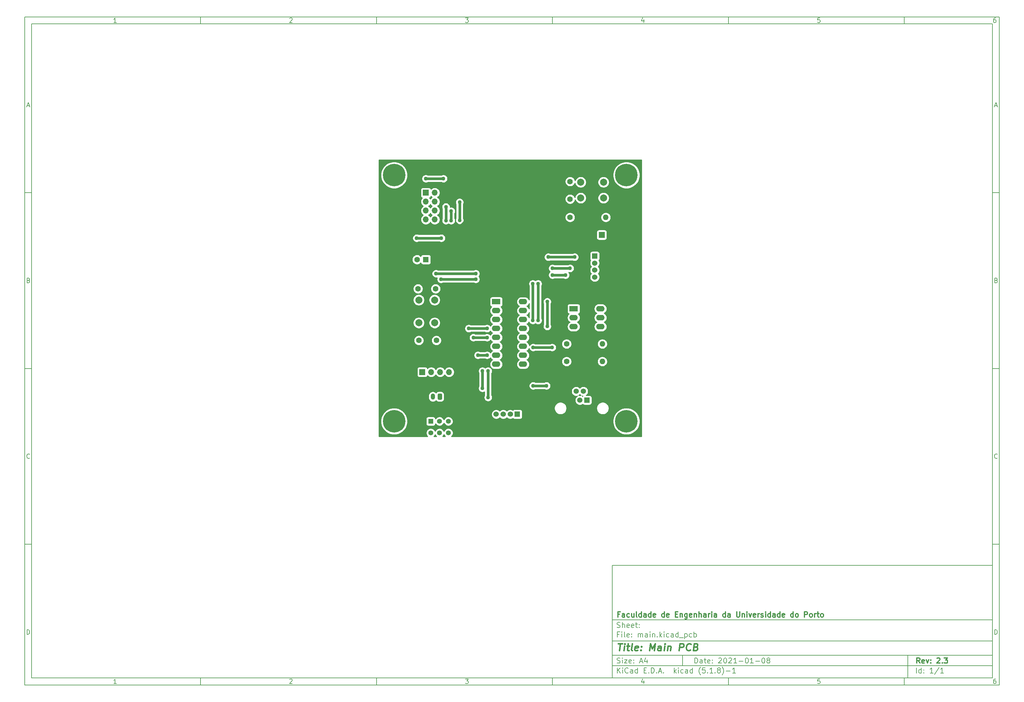
<source format=gbr>
%TF.GenerationSoftware,KiCad,Pcbnew,(5.1.8)-1*%
%TF.CreationDate,2021-01-08T10:56:16+00:00*%
%TF.ProjectId,main,6d61696e-2e6b-4696-9361-645f70636258,2.3*%
%TF.SameCoordinates,Original*%
%TF.FileFunction,Copper,L1,Top*%
%TF.FilePolarity,Positive*%
%FSLAX46Y46*%
G04 Gerber Fmt 4.6, Leading zero omitted, Abs format (unit mm)*
G04 Created by KiCad (PCBNEW (5.1.8)-1) date 2021-01-08 10:56:16*
%MOMM*%
%LPD*%
G01*
G04 APERTURE LIST*
%ADD10C,0.100000*%
%ADD11C,0.150000*%
%ADD12C,0.300000*%
%ADD13C,0.400000*%
%TA.AperFunction,ComponentPad*%
%ADD14C,1.500000*%
%TD*%
%TA.AperFunction,ComponentPad*%
%ADD15R,1.500000X1.500000*%
%TD*%
%TA.AperFunction,ComponentPad*%
%ADD16C,1.524000*%
%TD*%
%TA.AperFunction,ComponentPad*%
%ADD17R,1.524000X1.524000*%
%TD*%
%TA.AperFunction,ComponentPad*%
%ADD18C,6.400000*%
%TD*%
%TA.AperFunction,ComponentPad*%
%ADD19O,2.400000X1.600000*%
%TD*%
%TA.AperFunction,ComponentPad*%
%ADD20R,2.400000X1.600000*%
%TD*%
%TA.AperFunction,ComponentPad*%
%ADD21C,2.000000*%
%TD*%
%TA.AperFunction,ComponentPad*%
%ADD22O,1.600000X1.600000*%
%TD*%
%TA.AperFunction,ComponentPad*%
%ADD23C,1.600000*%
%TD*%
%TA.AperFunction,ComponentPad*%
%ADD24R,1.600000X1.600000*%
%TD*%
%TA.AperFunction,ComponentPad*%
%ADD25C,1.400000*%
%TD*%
%TA.AperFunction,ComponentPad*%
%ADD26R,1.400000X1.400000*%
%TD*%
%TA.AperFunction,ComponentPad*%
%ADD27O,1.700000X1.700000*%
%TD*%
%TA.AperFunction,ComponentPad*%
%ADD28R,1.700000X1.700000*%
%TD*%
%TA.AperFunction,ComponentPad*%
%ADD29O,1.200000X1.750000*%
%TD*%
%TA.AperFunction,ViaPad*%
%ADD30C,1.100000*%
%TD*%
%TA.AperFunction,Conductor*%
%ADD31C,0.800000*%
%TD*%
%TA.AperFunction,NonConductor*%
%ADD32C,0.254000*%
%TD*%
%TA.AperFunction,NonConductor*%
%ADD33C,0.100000*%
%TD*%
G04 APERTURE END LIST*
D10*
D11*
X177002200Y-166007200D02*
X177002200Y-198007200D01*
X285002200Y-198007200D01*
X285002200Y-166007200D01*
X177002200Y-166007200D01*
D10*
D11*
X10000000Y-10000000D02*
X10000000Y-200007200D01*
X287002200Y-200007200D01*
X287002200Y-10000000D01*
X10000000Y-10000000D01*
D10*
D11*
X12000000Y-12000000D02*
X12000000Y-198007200D01*
X285002200Y-198007200D01*
X285002200Y-12000000D01*
X12000000Y-12000000D01*
D10*
D11*
X60000000Y-12000000D02*
X60000000Y-10000000D01*
D10*
D11*
X110000000Y-12000000D02*
X110000000Y-10000000D01*
D10*
D11*
X160000000Y-12000000D02*
X160000000Y-10000000D01*
D10*
D11*
X210000000Y-12000000D02*
X210000000Y-10000000D01*
D10*
D11*
X260000000Y-12000000D02*
X260000000Y-10000000D01*
D10*
D11*
X36065476Y-11588095D02*
X35322619Y-11588095D01*
X35694047Y-11588095D02*
X35694047Y-10288095D01*
X35570238Y-10473809D01*
X35446428Y-10597619D01*
X35322619Y-10659523D01*
D10*
D11*
X85322619Y-10411904D02*
X85384523Y-10350000D01*
X85508333Y-10288095D01*
X85817857Y-10288095D01*
X85941666Y-10350000D01*
X86003571Y-10411904D01*
X86065476Y-10535714D01*
X86065476Y-10659523D01*
X86003571Y-10845238D01*
X85260714Y-11588095D01*
X86065476Y-11588095D01*
D10*
D11*
X135260714Y-10288095D02*
X136065476Y-10288095D01*
X135632142Y-10783333D01*
X135817857Y-10783333D01*
X135941666Y-10845238D01*
X136003571Y-10907142D01*
X136065476Y-11030952D01*
X136065476Y-11340476D01*
X136003571Y-11464285D01*
X135941666Y-11526190D01*
X135817857Y-11588095D01*
X135446428Y-11588095D01*
X135322619Y-11526190D01*
X135260714Y-11464285D01*
D10*
D11*
X185941666Y-10721428D02*
X185941666Y-11588095D01*
X185632142Y-10226190D02*
X185322619Y-11154761D01*
X186127380Y-11154761D01*
D10*
D11*
X236003571Y-10288095D02*
X235384523Y-10288095D01*
X235322619Y-10907142D01*
X235384523Y-10845238D01*
X235508333Y-10783333D01*
X235817857Y-10783333D01*
X235941666Y-10845238D01*
X236003571Y-10907142D01*
X236065476Y-11030952D01*
X236065476Y-11340476D01*
X236003571Y-11464285D01*
X235941666Y-11526190D01*
X235817857Y-11588095D01*
X235508333Y-11588095D01*
X235384523Y-11526190D01*
X235322619Y-11464285D01*
D10*
D11*
X285941666Y-10288095D02*
X285694047Y-10288095D01*
X285570238Y-10350000D01*
X285508333Y-10411904D01*
X285384523Y-10597619D01*
X285322619Y-10845238D01*
X285322619Y-11340476D01*
X285384523Y-11464285D01*
X285446428Y-11526190D01*
X285570238Y-11588095D01*
X285817857Y-11588095D01*
X285941666Y-11526190D01*
X286003571Y-11464285D01*
X286065476Y-11340476D01*
X286065476Y-11030952D01*
X286003571Y-10907142D01*
X285941666Y-10845238D01*
X285817857Y-10783333D01*
X285570238Y-10783333D01*
X285446428Y-10845238D01*
X285384523Y-10907142D01*
X285322619Y-11030952D01*
D10*
D11*
X60000000Y-198007200D02*
X60000000Y-200007200D01*
D10*
D11*
X110000000Y-198007200D02*
X110000000Y-200007200D01*
D10*
D11*
X160000000Y-198007200D02*
X160000000Y-200007200D01*
D10*
D11*
X210000000Y-198007200D02*
X210000000Y-200007200D01*
D10*
D11*
X260000000Y-198007200D02*
X260000000Y-200007200D01*
D10*
D11*
X36065476Y-199595295D02*
X35322619Y-199595295D01*
X35694047Y-199595295D02*
X35694047Y-198295295D01*
X35570238Y-198481009D01*
X35446428Y-198604819D01*
X35322619Y-198666723D01*
D10*
D11*
X85322619Y-198419104D02*
X85384523Y-198357200D01*
X85508333Y-198295295D01*
X85817857Y-198295295D01*
X85941666Y-198357200D01*
X86003571Y-198419104D01*
X86065476Y-198542914D01*
X86065476Y-198666723D01*
X86003571Y-198852438D01*
X85260714Y-199595295D01*
X86065476Y-199595295D01*
D10*
D11*
X135260714Y-198295295D02*
X136065476Y-198295295D01*
X135632142Y-198790533D01*
X135817857Y-198790533D01*
X135941666Y-198852438D01*
X136003571Y-198914342D01*
X136065476Y-199038152D01*
X136065476Y-199347676D01*
X136003571Y-199471485D01*
X135941666Y-199533390D01*
X135817857Y-199595295D01*
X135446428Y-199595295D01*
X135322619Y-199533390D01*
X135260714Y-199471485D01*
D10*
D11*
X185941666Y-198728628D02*
X185941666Y-199595295D01*
X185632142Y-198233390D02*
X185322619Y-199161961D01*
X186127380Y-199161961D01*
D10*
D11*
X236003571Y-198295295D02*
X235384523Y-198295295D01*
X235322619Y-198914342D01*
X235384523Y-198852438D01*
X235508333Y-198790533D01*
X235817857Y-198790533D01*
X235941666Y-198852438D01*
X236003571Y-198914342D01*
X236065476Y-199038152D01*
X236065476Y-199347676D01*
X236003571Y-199471485D01*
X235941666Y-199533390D01*
X235817857Y-199595295D01*
X235508333Y-199595295D01*
X235384523Y-199533390D01*
X235322619Y-199471485D01*
D10*
D11*
X285941666Y-198295295D02*
X285694047Y-198295295D01*
X285570238Y-198357200D01*
X285508333Y-198419104D01*
X285384523Y-198604819D01*
X285322619Y-198852438D01*
X285322619Y-199347676D01*
X285384523Y-199471485D01*
X285446428Y-199533390D01*
X285570238Y-199595295D01*
X285817857Y-199595295D01*
X285941666Y-199533390D01*
X286003571Y-199471485D01*
X286065476Y-199347676D01*
X286065476Y-199038152D01*
X286003571Y-198914342D01*
X285941666Y-198852438D01*
X285817857Y-198790533D01*
X285570238Y-198790533D01*
X285446428Y-198852438D01*
X285384523Y-198914342D01*
X285322619Y-199038152D01*
D10*
D11*
X10000000Y-60000000D02*
X12000000Y-60000000D01*
D10*
D11*
X10000000Y-110000000D02*
X12000000Y-110000000D01*
D10*
D11*
X10000000Y-160000000D02*
X12000000Y-160000000D01*
D10*
D11*
X10690476Y-35216666D02*
X11309523Y-35216666D01*
X10566666Y-35588095D02*
X11000000Y-34288095D01*
X11433333Y-35588095D01*
D10*
D11*
X11092857Y-84907142D02*
X11278571Y-84969047D01*
X11340476Y-85030952D01*
X11402380Y-85154761D01*
X11402380Y-85340476D01*
X11340476Y-85464285D01*
X11278571Y-85526190D01*
X11154761Y-85588095D01*
X10659523Y-85588095D01*
X10659523Y-84288095D01*
X11092857Y-84288095D01*
X11216666Y-84350000D01*
X11278571Y-84411904D01*
X11340476Y-84535714D01*
X11340476Y-84659523D01*
X11278571Y-84783333D01*
X11216666Y-84845238D01*
X11092857Y-84907142D01*
X10659523Y-84907142D01*
D10*
D11*
X11402380Y-135464285D02*
X11340476Y-135526190D01*
X11154761Y-135588095D01*
X11030952Y-135588095D01*
X10845238Y-135526190D01*
X10721428Y-135402380D01*
X10659523Y-135278571D01*
X10597619Y-135030952D01*
X10597619Y-134845238D01*
X10659523Y-134597619D01*
X10721428Y-134473809D01*
X10845238Y-134350000D01*
X11030952Y-134288095D01*
X11154761Y-134288095D01*
X11340476Y-134350000D01*
X11402380Y-134411904D01*
D10*
D11*
X10659523Y-185588095D02*
X10659523Y-184288095D01*
X10969047Y-184288095D01*
X11154761Y-184350000D01*
X11278571Y-184473809D01*
X11340476Y-184597619D01*
X11402380Y-184845238D01*
X11402380Y-185030952D01*
X11340476Y-185278571D01*
X11278571Y-185402380D01*
X11154761Y-185526190D01*
X10969047Y-185588095D01*
X10659523Y-185588095D01*
D10*
D11*
X287002200Y-60000000D02*
X285002200Y-60000000D01*
D10*
D11*
X287002200Y-110000000D02*
X285002200Y-110000000D01*
D10*
D11*
X287002200Y-160000000D02*
X285002200Y-160000000D01*
D10*
D11*
X285692676Y-35216666D02*
X286311723Y-35216666D01*
X285568866Y-35588095D02*
X286002200Y-34288095D01*
X286435533Y-35588095D01*
D10*
D11*
X286095057Y-84907142D02*
X286280771Y-84969047D01*
X286342676Y-85030952D01*
X286404580Y-85154761D01*
X286404580Y-85340476D01*
X286342676Y-85464285D01*
X286280771Y-85526190D01*
X286156961Y-85588095D01*
X285661723Y-85588095D01*
X285661723Y-84288095D01*
X286095057Y-84288095D01*
X286218866Y-84350000D01*
X286280771Y-84411904D01*
X286342676Y-84535714D01*
X286342676Y-84659523D01*
X286280771Y-84783333D01*
X286218866Y-84845238D01*
X286095057Y-84907142D01*
X285661723Y-84907142D01*
D10*
D11*
X286404580Y-135464285D02*
X286342676Y-135526190D01*
X286156961Y-135588095D01*
X286033152Y-135588095D01*
X285847438Y-135526190D01*
X285723628Y-135402380D01*
X285661723Y-135278571D01*
X285599819Y-135030952D01*
X285599819Y-134845238D01*
X285661723Y-134597619D01*
X285723628Y-134473809D01*
X285847438Y-134350000D01*
X286033152Y-134288095D01*
X286156961Y-134288095D01*
X286342676Y-134350000D01*
X286404580Y-134411904D01*
D10*
D11*
X285661723Y-185588095D02*
X285661723Y-184288095D01*
X285971247Y-184288095D01*
X286156961Y-184350000D01*
X286280771Y-184473809D01*
X286342676Y-184597619D01*
X286404580Y-184845238D01*
X286404580Y-185030952D01*
X286342676Y-185278571D01*
X286280771Y-185402380D01*
X286156961Y-185526190D01*
X285971247Y-185588095D01*
X285661723Y-185588095D01*
D10*
D11*
X200434342Y-193785771D02*
X200434342Y-192285771D01*
X200791485Y-192285771D01*
X201005771Y-192357200D01*
X201148628Y-192500057D01*
X201220057Y-192642914D01*
X201291485Y-192928628D01*
X201291485Y-193142914D01*
X201220057Y-193428628D01*
X201148628Y-193571485D01*
X201005771Y-193714342D01*
X200791485Y-193785771D01*
X200434342Y-193785771D01*
X202577200Y-193785771D02*
X202577200Y-193000057D01*
X202505771Y-192857200D01*
X202362914Y-192785771D01*
X202077200Y-192785771D01*
X201934342Y-192857200D01*
X202577200Y-193714342D02*
X202434342Y-193785771D01*
X202077200Y-193785771D01*
X201934342Y-193714342D01*
X201862914Y-193571485D01*
X201862914Y-193428628D01*
X201934342Y-193285771D01*
X202077200Y-193214342D01*
X202434342Y-193214342D01*
X202577200Y-193142914D01*
X203077200Y-192785771D02*
X203648628Y-192785771D01*
X203291485Y-192285771D02*
X203291485Y-193571485D01*
X203362914Y-193714342D01*
X203505771Y-193785771D01*
X203648628Y-193785771D01*
X204720057Y-193714342D02*
X204577200Y-193785771D01*
X204291485Y-193785771D01*
X204148628Y-193714342D01*
X204077200Y-193571485D01*
X204077200Y-193000057D01*
X204148628Y-192857200D01*
X204291485Y-192785771D01*
X204577200Y-192785771D01*
X204720057Y-192857200D01*
X204791485Y-193000057D01*
X204791485Y-193142914D01*
X204077200Y-193285771D01*
X205434342Y-193642914D02*
X205505771Y-193714342D01*
X205434342Y-193785771D01*
X205362914Y-193714342D01*
X205434342Y-193642914D01*
X205434342Y-193785771D01*
X205434342Y-192857200D02*
X205505771Y-192928628D01*
X205434342Y-193000057D01*
X205362914Y-192928628D01*
X205434342Y-192857200D01*
X205434342Y-193000057D01*
X207220057Y-192428628D02*
X207291485Y-192357200D01*
X207434342Y-192285771D01*
X207791485Y-192285771D01*
X207934342Y-192357200D01*
X208005771Y-192428628D01*
X208077200Y-192571485D01*
X208077200Y-192714342D01*
X208005771Y-192928628D01*
X207148628Y-193785771D01*
X208077200Y-193785771D01*
X209005771Y-192285771D02*
X209148628Y-192285771D01*
X209291485Y-192357200D01*
X209362914Y-192428628D01*
X209434342Y-192571485D01*
X209505771Y-192857200D01*
X209505771Y-193214342D01*
X209434342Y-193500057D01*
X209362914Y-193642914D01*
X209291485Y-193714342D01*
X209148628Y-193785771D01*
X209005771Y-193785771D01*
X208862914Y-193714342D01*
X208791485Y-193642914D01*
X208720057Y-193500057D01*
X208648628Y-193214342D01*
X208648628Y-192857200D01*
X208720057Y-192571485D01*
X208791485Y-192428628D01*
X208862914Y-192357200D01*
X209005771Y-192285771D01*
X210077200Y-192428628D02*
X210148628Y-192357200D01*
X210291485Y-192285771D01*
X210648628Y-192285771D01*
X210791485Y-192357200D01*
X210862914Y-192428628D01*
X210934342Y-192571485D01*
X210934342Y-192714342D01*
X210862914Y-192928628D01*
X210005771Y-193785771D01*
X210934342Y-193785771D01*
X212362914Y-193785771D02*
X211505771Y-193785771D01*
X211934342Y-193785771D02*
X211934342Y-192285771D01*
X211791485Y-192500057D01*
X211648628Y-192642914D01*
X211505771Y-192714342D01*
X213005771Y-193214342D02*
X214148628Y-193214342D01*
X215148628Y-192285771D02*
X215291485Y-192285771D01*
X215434342Y-192357200D01*
X215505771Y-192428628D01*
X215577200Y-192571485D01*
X215648628Y-192857200D01*
X215648628Y-193214342D01*
X215577200Y-193500057D01*
X215505771Y-193642914D01*
X215434342Y-193714342D01*
X215291485Y-193785771D01*
X215148628Y-193785771D01*
X215005771Y-193714342D01*
X214934342Y-193642914D01*
X214862914Y-193500057D01*
X214791485Y-193214342D01*
X214791485Y-192857200D01*
X214862914Y-192571485D01*
X214934342Y-192428628D01*
X215005771Y-192357200D01*
X215148628Y-192285771D01*
X217077200Y-193785771D02*
X216220057Y-193785771D01*
X216648628Y-193785771D02*
X216648628Y-192285771D01*
X216505771Y-192500057D01*
X216362914Y-192642914D01*
X216220057Y-192714342D01*
X217720057Y-193214342D02*
X218862914Y-193214342D01*
X219862914Y-192285771D02*
X220005771Y-192285771D01*
X220148628Y-192357200D01*
X220220057Y-192428628D01*
X220291485Y-192571485D01*
X220362914Y-192857200D01*
X220362914Y-193214342D01*
X220291485Y-193500057D01*
X220220057Y-193642914D01*
X220148628Y-193714342D01*
X220005771Y-193785771D01*
X219862914Y-193785771D01*
X219720057Y-193714342D01*
X219648628Y-193642914D01*
X219577200Y-193500057D01*
X219505771Y-193214342D01*
X219505771Y-192857200D01*
X219577200Y-192571485D01*
X219648628Y-192428628D01*
X219720057Y-192357200D01*
X219862914Y-192285771D01*
X221220057Y-192928628D02*
X221077200Y-192857200D01*
X221005771Y-192785771D01*
X220934342Y-192642914D01*
X220934342Y-192571485D01*
X221005771Y-192428628D01*
X221077200Y-192357200D01*
X221220057Y-192285771D01*
X221505771Y-192285771D01*
X221648628Y-192357200D01*
X221720057Y-192428628D01*
X221791485Y-192571485D01*
X221791485Y-192642914D01*
X221720057Y-192785771D01*
X221648628Y-192857200D01*
X221505771Y-192928628D01*
X221220057Y-192928628D01*
X221077200Y-193000057D01*
X221005771Y-193071485D01*
X220934342Y-193214342D01*
X220934342Y-193500057D01*
X221005771Y-193642914D01*
X221077200Y-193714342D01*
X221220057Y-193785771D01*
X221505771Y-193785771D01*
X221648628Y-193714342D01*
X221720057Y-193642914D01*
X221791485Y-193500057D01*
X221791485Y-193214342D01*
X221720057Y-193071485D01*
X221648628Y-193000057D01*
X221505771Y-192928628D01*
D10*
D11*
X177002200Y-194507200D02*
X285002200Y-194507200D01*
D10*
D11*
X178434342Y-196585771D02*
X178434342Y-195085771D01*
X179291485Y-196585771D02*
X178648628Y-195728628D01*
X179291485Y-195085771D02*
X178434342Y-195942914D01*
X179934342Y-196585771D02*
X179934342Y-195585771D01*
X179934342Y-195085771D02*
X179862914Y-195157200D01*
X179934342Y-195228628D01*
X180005771Y-195157200D01*
X179934342Y-195085771D01*
X179934342Y-195228628D01*
X181505771Y-196442914D02*
X181434342Y-196514342D01*
X181220057Y-196585771D01*
X181077200Y-196585771D01*
X180862914Y-196514342D01*
X180720057Y-196371485D01*
X180648628Y-196228628D01*
X180577200Y-195942914D01*
X180577200Y-195728628D01*
X180648628Y-195442914D01*
X180720057Y-195300057D01*
X180862914Y-195157200D01*
X181077200Y-195085771D01*
X181220057Y-195085771D01*
X181434342Y-195157200D01*
X181505771Y-195228628D01*
X182791485Y-196585771D02*
X182791485Y-195800057D01*
X182720057Y-195657200D01*
X182577200Y-195585771D01*
X182291485Y-195585771D01*
X182148628Y-195657200D01*
X182791485Y-196514342D02*
X182648628Y-196585771D01*
X182291485Y-196585771D01*
X182148628Y-196514342D01*
X182077200Y-196371485D01*
X182077200Y-196228628D01*
X182148628Y-196085771D01*
X182291485Y-196014342D01*
X182648628Y-196014342D01*
X182791485Y-195942914D01*
X184148628Y-196585771D02*
X184148628Y-195085771D01*
X184148628Y-196514342D02*
X184005771Y-196585771D01*
X183720057Y-196585771D01*
X183577200Y-196514342D01*
X183505771Y-196442914D01*
X183434342Y-196300057D01*
X183434342Y-195871485D01*
X183505771Y-195728628D01*
X183577200Y-195657200D01*
X183720057Y-195585771D01*
X184005771Y-195585771D01*
X184148628Y-195657200D01*
X186005771Y-195800057D02*
X186505771Y-195800057D01*
X186720057Y-196585771D02*
X186005771Y-196585771D01*
X186005771Y-195085771D01*
X186720057Y-195085771D01*
X187362914Y-196442914D02*
X187434342Y-196514342D01*
X187362914Y-196585771D01*
X187291485Y-196514342D01*
X187362914Y-196442914D01*
X187362914Y-196585771D01*
X188077200Y-196585771D02*
X188077200Y-195085771D01*
X188434342Y-195085771D01*
X188648628Y-195157200D01*
X188791485Y-195300057D01*
X188862914Y-195442914D01*
X188934342Y-195728628D01*
X188934342Y-195942914D01*
X188862914Y-196228628D01*
X188791485Y-196371485D01*
X188648628Y-196514342D01*
X188434342Y-196585771D01*
X188077200Y-196585771D01*
X189577200Y-196442914D02*
X189648628Y-196514342D01*
X189577200Y-196585771D01*
X189505771Y-196514342D01*
X189577200Y-196442914D01*
X189577200Y-196585771D01*
X190220057Y-196157200D02*
X190934342Y-196157200D01*
X190077200Y-196585771D02*
X190577200Y-195085771D01*
X191077200Y-196585771D01*
X191577200Y-196442914D02*
X191648628Y-196514342D01*
X191577200Y-196585771D01*
X191505771Y-196514342D01*
X191577200Y-196442914D01*
X191577200Y-196585771D01*
X194577200Y-196585771D02*
X194577200Y-195085771D01*
X194720057Y-196014342D02*
X195148628Y-196585771D01*
X195148628Y-195585771D02*
X194577200Y-196157200D01*
X195791485Y-196585771D02*
X195791485Y-195585771D01*
X195791485Y-195085771D02*
X195720057Y-195157200D01*
X195791485Y-195228628D01*
X195862914Y-195157200D01*
X195791485Y-195085771D01*
X195791485Y-195228628D01*
X197148628Y-196514342D02*
X197005771Y-196585771D01*
X196720057Y-196585771D01*
X196577200Y-196514342D01*
X196505771Y-196442914D01*
X196434342Y-196300057D01*
X196434342Y-195871485D01*
X196505771Y-195728628D01*
X196577200Y-195657200D01*
X196720057Y-195585771D01*
X197005771Y-195585771D01*
X197148628Y-195657200D01*
X198434342Y-196585771D02*
X198434342Y-195800057D01*
X198362914Y-195657200D01*
X198220057Y-195585771D01*
X197934342Y-195585771D01*
X197791485Y-195657200D01*
X198434342Y-196514342D02*
X198291485Y-196585771D01*
X197934342Y-196585771D01*
X197791485Y-196514342D01*
X197720057Y-196371485D01*
X197720057Y-196228628D01*
X197791485Y-196085771D01*
X197934342Y-196014342D01*
X198291485Y-196014342D01*
X198434342Y-195942914D01*
X199791485Y-196585771D02*
X199791485Y-195085771D01*
X199791485Y-196514342D02*
X199648628Y-196585771D01*
X199362914Y-196585771D01*
X199220057Y-196514342D01*
X199148628Y-196442914D01*
X199077200Y-196300057D01*
X199077200Y-195871485D01*
X199148628Y-195728628D01*
X199220057Y-195657200D01*
X199362914Y-195585771D01*
X199648628Y-195585771D01*
X199791485Y-195657200D01*
X202077200Y-197157200D02*
X202005771Y-197085771D01*
X201862914Y-196871485D01*
X201791485Y-196728628D01*
X201720057Y-196514342D01*
X201648628Y-196157200D01*
X201648628Y-195871485D01*
X201720057Y-195514342D01*
X201791485Y-195300057D01*
X201862914Y-195157200D01*
X202005771Y-194942914D01*
X202077200Y-194871485D01*
X203362914Y-195085771D02*
X202648628Y-195085771D01*
X202577200Y-195800057D01*
X202648628Y-195728628D01*
X202791485Y-195657200D01*
X203148628Y-195657200D01*
X203291485Y-195728628D01*
X203362914Y-195800057D01*
X203434342Y-195942914D01*
X203434342Y-196300057D01*
X203362914Y-196442914D01*
X203291485Y-196514342D01*
X203148628Y-196585771D01*
X202791485Y-196585771D01*
X202648628Y-196514342D01*
X202577200Y-196442914D01*
X204077200Y-196442914D02*
X204148628Y-196514342D01*
X204077200Y-196585771D01*
X204005771Y-196514342D01*
X204077200Y-196442914D01*
X204077200Y-196585771D01*
X205577200Y-196585771D02*
X204720057Y-196585771D01*
X205148628Y-196585771D02*
X205148628Y-195085771D01*
X205005771Y-195300057D01*
X204862914Y-195442914D01*
X204720057Y-195514342D01*
X206220057Y-196442914D02*
X206291485Y-196514342D01*
X206220057Y-196585771D01*
X206148628Y-196514342D01*
X206220057Y-196442914D01*
X206220057Y-196585771D01*
X207148628Y-195728628D02*
X207005771Y-195657200D01*
X206934342Y-195585771D01*
X206862914Y-195442914D01*
X206862914Y-195371485D01*
X206934342Y-195228628D01*
X207005771Y-195157200D01*
X207148628Y-195085771D01*
X207434342Y-195085771D01*
X207577200Y-195157200D01*
X207648628Y-195228628D01*
X207720057Y-195371485D01*
X207720057Y-195442914D01*
X207648628Y-195585771D01*
X207577200Y-195657200D01*
X207434342Y-195728628D01*
X207148628Y-195728628D01*
X207005771Y-195800057D01*
X206934342Y-195871485D01*
X206862914Y-196014342D01*
X206862914Y-196300057D01*
X206934342Y-196442914D01*
X207005771Y-196514342D01*
X207148628Y-196585771D01*
X207434342Y-196585771D01*
X207577200Y-196514342D01*
X207648628Y-196442914D01*
X207720057Y-196300057D01*
X207720057Y-196014342D01*
X207648628Y-195871485D01*
X207577200Y-195800057D01*
X207434342Y-195728628D01*
X208220057Y-197157200D02*
X208291485Y-197085771D01*
X208434342Y-196871485D01*
X208505771Y-196728628D01*
X208577200Y-196514342D01*
X208648628Y-196157200D01*
X208648628Y-195871485D01*
X208577200Y-195514342D01*
X208505771Y-195300057D01*
X208434342Y-195157200D01*
X208291485Y-194942914D01*
X208220057Y-194871485D01*
X209362914Y-196014342D02*
X210505771Y-196014342D01*
X212005771Y-196585771D02*
X211148628Y-196585771D01*
X211577200Y-196585771D02*
X211577200Y-195085771D01*
X211434342Y-195300057D01*
X211291485Y-195442914D01*
X211148628Y-195514342D01*
D10*
D11*
X177002200Y-191507200D02*
X285002200Y-191507200D01*
D10*
D12*
X264411485Y-193785771D02*
X263911485Y-193071485D01*
X263554342Y-193785771D02*
X263554342Y-192285771D01*
X264125771Y-192285771D01*
X264268628Y-192357200D01*
X264340057Y-192428628D01*
X264411485Y-192571485D01*
X264411485Y-192785771D01*
X264340057Y-192928628D01*
X264268628Y-193000057D01*
X264125771Y-193071485D01*
X263554342Y-193071485D01*
X265625771Y-193714342D02*
X265482914Y-193785771D01*
X265197200Y-193785771D01*
X265054342Y-193714342D01*
X264982914Y-193571485D01*
X264982914Y-193000057D01*
X265054342Y-192857200D01*
X265197200Y-192785771D01*
X265482914Y-192785771D01*
X265625771Y-192857200D01*
X265697200Y-193000057D01*
X265697200Y-193142914D01*
X264982914Y-193285771D01*
X266197200Y-192785771D02*
X266554342Y-193785771D01*
X266911485Y-192785771D01*
X267482914Y-193642914D02*
X267554342Y-193714342D01*
X267482914Y-193785771D01*
X267411485Y-193714342D01*
X267482914Y-193642914D01*
X267482914Y-193785771D01*
X267482914Y-192857200D02*
X267554342Y-192928628D01*
X267482914Y-193000057D01*
X267411485Y-192928628D01*
X267482914Y-192857200D01*
X267482914Y-193000057D01*
X269268628Y-192428628D02*
X269340057Y-192357200D01*
X269482914Y-192285771D01*
X269840057Y-192285771D01*
X269982914Y-192357200D01*
X270054342Y-192428628D01*
X270125771Y-192571485D01*
X270125771Y-192714342D01*
X270054342Y-192928628D01*
X269197200Y-193785771D01*
X270125771Y-193785771D01*
X270768628Y-193642914D02*
X270840057Y-193714342D01*
X270768628Y-193785771D01*
X270697200Y-193714342D01*
X270768628Y-193642914D01*
X270768628Y-193785771D01*
X271340057Y-192285771D02*
X272268628Y-192285771D01*
X271768628Y-192857200D01*
X271982914Y-192857200D01*
X272125771Y-192928628D01*
X272197200Y-193000057D01*
X272268628Y-193142914D01*
X272268628Y-193500057D01*
X272197200Y-193642914D01*
X272125771Y-193714342D01*
X271982914Y-193785771D01*
X271554342Y-193785771D01*
X271411485Y-193714342D01*
X271340057Y-193642914D01*
D10*
D11*
X178362914Y-193714342D02*
X178577200Y-193785771D01*
X178934342Y-193785771D01*
X179077200Y-193714342D01*
X179148628Y-193642914D01*
X179220057Y-193500057D01*
X179220057Y-193357200D01*
X179148628Y-193214342D01*
X179077200Y-193142914D01*
X178934342Y-193071485D01*
X178648628Y-193000057D01*
X178505771Y-192928628D01*
X178434342Y-192857200D01*
X178362914Y-192714342D01*
X178362914Y-192571485D01*
X178434342Y-192428628D01*
X178505771Y-192357200D01*
X178648628Y-192285771D01*
X179005771Y-192285771D01*
X179220057Y-192357200D01*
X179862914Y-193785771D02*
X179862914Y-192785771D01*
X179862914Y-192285771D02*
X179791485Y-192357200D01*
X179862914Y-192428628D01*
X179934342Y-192357200D01*
X179862914Y-192285771D01*
X179862914Y-192428628D01*
X180434342Y-192785771D02*
X181220057Y-192785771D01*
X180434342Y-193785771D01*
X181220057Y-193785771D01*
X182362914Y-193714342D02*
X182220057Y-193785771D01*
X181934342Y-193785771D01*
X181791485Y-193714342D01*
X181720057Y-193571485D01*
X181720057Y-193000057D01*
X181791485Y-192857200D01*
X181934342Y-192785771D01*
X182220057Y-192785771D01*
X182362914Y-192857200D01*
X182434342Y-193000057D01*
X182434342Y-193142914D01*
X181720057Y-193285771D01*
X183077200Y-193642914D02*
X183148628Y-193714342D01*
X183077200Y-193785771D01*
X183005771Y-193714342D01*
X183077200Y-193642914D01*
X183077200Y-193785771D01*
X183077200Y-192857200D02*
X183148628Y-192928628D01*
X183077200Y-193000057D01*
X183005771Y-192928628D01*
X183077200Y-192857200D01*
X183077200Y-193000057D01*
X184862914Y-193357200D02*
X185577200Y-193357200D01*
X184720057Y-193785771D02*
X185220057Y-192285771D01*
X185720057Y-193785771D01*
X186862914Y-192785771D02*
X186862914Y-193785771D01*
X186505771Y-192214342D02*
X186148628Y-193285771D01*
X187077200Y-193285771D01*
D10*
D11*
X263434342Y-196585771D02*
X263434342Y-195085771D01*
X264791485Y-196585771D02*
X264791485Y-195085771D01*
X264791485Y-196514342D02*
X264648628Y-196585771D01*
X264362914Y-196585771D01*
X264220057Y-196514342D01*
X264148628Y-196442914D01*
X264077200Y-196300057D01*
X264077200Y-195871485D01*
X264148628Y-195728628D01*
X264220057Y-195657200D01*
X264362914Y-195585771D01*
X264648628Y-195585771D01*
X264791485Y-195657200D01*
X265505771Y-196442914D02*
X265577200Y-196514342D01*
X265505771Y-196585771D01*
X265434342Y-196514342D01*
X265505771Y-196442914D01*
X265505771Y-196585771D01*
X265505771Y-195657200D02*
X265577200Y-195728628D01*
X265505771Y-195800057D01*
X265434342Y-195728628D01*
X265505771Y-195657200D01*
X265505771Y-195800057D01*
X268148628Y-196585771D02*
X267291485Y-196585771D01*
X267720057Y-196585771D02*
X267720057Y-195085771D01*
X267577200Y-195300057D01*
X267434342Y-195442914D01*
X267291485Y-195514342D01*
X269862914Y-195014342D02*
X268577200Y-196942914D01*
X271148628Y-196585771D02*
X270291485Y-196585771D01*
X270720057Y-196585771D02*
X270720057Y-195085771D01*
X270577200Y-195300057D01*
X270434342Y-195442914D01*
X270291485Y-195514342D01*
D10*
D11*
X177002200Y-187507200D02*
X285002200Y-187507200D01*
D10*
D13*
X178714580Y-188211961D02*
X179857438Y-188211961D01*
X179036009Y-190211961D02*
X179286009Y-188211961D01*
X180274104Y-190211961D02*
X180440771Y-188878628D01*
X180524104Y-188211961D02*
X180416961Y-188307200D01*
X180500295Y-188402438D01*
X180607438Y-188307200D01*
X180524104Y-188211961D01*
X180500295Y-188402438D01*
X181107438Y-188878628D02*
X181869342Y-188878628D01*
X181476485Y-188211961D02*
X181262200Y-189926247D01*
X181333628Y-190116723D01*
X181512200Y-190211961D01*
X181702676Y-190211961D01*
X182655057Y-190211961D02*
X182476485Y-190116723D01*
X182405057Y-189926247D01*
X182619342Y-188211961D01*
X184190771Y-190116723D02*
X183988390Y-190211961D01*
X183607438Y-190211961D01*
X183428866Y-190116723D01*
X183357438Y-189926247D01*
X183452676Y-189164342D01*
X183571723Y-188973866D01*
X183774104Y-188878628D01*
X184155057Y-188878628D01*
X184333628Y-188973866D01*
X184405057Y-189164342D01*
X184381247Y-189354819D01*
X183405057Y-189545295D01*
X185155057Y-190021485D02*
X185238390Y-190116723D01*
X185131247Y-190211961D01*
X185047914Y-190116723D01*
X185155057Y-190021485D01*
X185131247Y-190211961D01*
X185286009Y-188973866D02*
X185369342Y-189069104D01*
X185262200Y-189164342D01*
X185178866Y-189069104D01*
X185286009Y-188973866D01*
X185262200Y-189164342D01*
X187607438Y-190211961D02*
X187857438Y-188211961D01*
X188345533Y-189640533D01*
X189190771Y-188211961D01*
X188940771Y-190211961D01*
X190750295Y-190211961D02*
X190881247Y-189164342D01*
X190809819Y-188973866D01*
X190631247Y-188878628D01*
X190250295Y-188878628D01*
X190047914Y-188973866D01*
X190762200Y-190116723D02*
X190559819Y-190211961D01*
X190083628Y-190211961D01*
X189905057Y-190116723D01*
X189833628Y-189926247D01*
X189857438Y-189735771D01*
X189976485Y-189545295D01*
X190178866Y-189450057D01*
X190655057Y-189450057D01*
X190857438Y-189354819D01*
X191702676Y-190211961D02*
X191869342Y-188878628D01*
X191952676Y-188211961D02*
X191845533Y-188307200D01*
X191928866Y-188402438D01*
X192036009Y-188307200D01*
X191952676Y-188211961D01*
X191928866Y-188402438D01*
X192821723Y-188878628D02*
X192655057Y-190211961D01*
X192797914Y-189069104D02*
X192905057Y-188973866D01*
X193107438Y-188878628D01*
X193393152Y-188878628D01*
X193571723Y-188973866D01*
X193643152Y-189164342D01*
X193512200Y-190211961D01*
X195988390Y-190211961D02*
X196238390Y-188211961D01*
X197000295Y-188211961D01*
X197178866Y-188307200D01*
X197262200Y-188402438D01*
X197333628Y-188592914D01*
X197297914Y-188878628D01*
X197178866Y-189069104D01*
X197071723Y-189164342D01*
X196869342Y-189259580D01*
X196107438Y-189259580D01*
X199155057Y-190021485D02*
X199047914Y-190116723D01*
X198750295Y-190211961D01*
X198559819Y-190211961D01*
X198286009Y-190116723D01*
X198119342Y-189926247D01*
X198047914Y-189735771D01*
X198000295Y-189354819D01*
X198036009Y-189069104D01*
X198178866Y-188688152D01*
X198297914Y-188497676D01*
X198512200Y-188307200D01*
X198809819Y-188211961D01*
X199000295Y-188211961D01*
X199274104Y-188307200D01*
X199357438Y-188402438D01*
X200786009Y-189164342D02*
X201059819Y-189259580D01*
X201143152Y-189354819D01*
X201214580Y-189545295D01*
X201178866Y-189831009D01*
X201059819Y-190021485D01*
X200952676Y-190116723D01*
X200750295Y-190211961D01*
X199988390Y-190211961D01*
X200238390Y-188211961D01*
X200905057Y-188211961D01*
X201083628Y-188307200D01*
X201166961Y-188402438D01*
X201238390Y-188592914D01*
X201214580Y-188783390D01*
X201095533Y-188973866D01*
X200988390Y-189069104D01*
X200786009Y-189164342D01*
X200119342Y-189164342D01*
D10*
D11*
X178934342Y-185600057D02*
X178434342Y-185600057D01*
X178434342Y-186385771D02*
X178434342Y-184885771D01*
X179148628Y-184885771D01*
X179720057Y-186385771D02*
X179720057Y-185385771D01*
X179720057Y-184885771D02*
X179648628Y-184957200D01*
X179720057Y-185028628D01*
X179791485Y-184957200D01*
X179720057Y-184885771D01*
X179720057Y-185028628D01*
X180648628Y-186385771D02*
X180505771Y-186314342D01*
X180434342Y-186171485D01*
X180434342Y-184885771D01*
X181791485Y-186314342D02*
X181648628Y-186385771D01*
X181362914Y-186385771D01*
X181220057Y-186314342D01*
X181148628Y-186171485D01*
X181148628Y-185600057D01*
X181220057Y-185457200D01*
X181362914Y-185385771D01*
X181648628Y-185385771D01*
X181791485Y-185457200D01*
X181862914Y-185600057D01*
X181862914Y-185742914D01*
X181148628Y-185885771D01*
X182505771Y-186242914D02*
X182577200Y-186314342D01*
X182505771Y-186385771D01*
X182434342Y-186314342D01*
X182505771Y-186242914D01*
X182505771Y-186385771D01*
X182505771Y-185457200D02*
X182577200Y-185528628D01*
X182505771Y-185600057D01*
X182434342Y-185528628D01*
X182505771Y-185457200D01*
X182505771Y-185600057D01*
X184362914Y-186385771D02*
X184362914Y-185385771D01*
X184362914Y-185528628D02*
X184434342Y-185457200D01*
X184577200Y-185385771D01*
X184791485Y-185385771D01*
X184934342Y-185457200D01*
X185005771Y-185600057D01*
X185005771Y-186385771D01*
X185005771Y-185600057D02*
X185077200Y-185457200D01*
X185220057Y-185385771D01*
X185434342Y-185385771D01*
X185577200Y-185457200D01*
X185648628Y-185600057D01*
X185648628Y-186385771D01*
X187005771Y-186385771D02*
X187005771Y-185600057D01*
X186934342Y-185457200D01*
X186791485Y-185385771D01*
X186505771Y-185385771D01*
X186362914Y-185457200D01*
X187005771Y-186314342D02*
X186862914Y-186385771D01*
X186505771Y-186385771D01*
X186362914Y-186314342D01*
X186291485Y-186171485D01*
X186291485Y-186028628D01*
X186362914Y-185885771D01*
X186505771Y-185814342D01*
X186862914Y-185814342D01*
X187005771Y-185742914D01*
X187720057Y-186385771D02*
X187720057Y-185385771D01*
X187720057Y-184885771D02*
X187648628Y-184957200D01*
X187720057Y-185028628D01*
X187791485Y-184957200D01*
X187720057Y-184885771D01*
X187720057Y-185028628D01*
X188434342Y-185385771D02*
X188434342Y-186385771D01*
X188434342Y-185528628D02*
X188505771Y-185457200D01*
X188648628Y-185385771D01*
X188862914Y-185385771D01*
X189005771Y-185457200D01*
X189077200Y-185600057D01*
X189077200Y-186385771D01*
X189791485Y-186242914D02*
X189862914Y-186314342D01*
X189791485Y-186385771D01*
X189720057Y-186314342D01*
X189791485Y-186242914D01*
X189791485Y-186385771D01*
X190505771Y-186385771D02*
X190505771Y-184885771D01*
X190648628Y-185814342D02*
X191077200Y-186385771D01*
X191077200Y-185385771D02*
X190505771Y-185957200D01*
X191720057Y-186385771D02*
X191720057Y-185385771D01*
X191720057Y-184885771D02*
X191648628Y-184957200D01*
X191720057Y-185028628D01*
X191791485Y-184957200D01*
X191720057Y-184885771D01*
X191720057Y-185028628D01*
X193077200Y-186314342D02*
X192934342Y-186385771D01*
X192648628Y-186385771D01*
X192505771Y-186314342D01*
X192434342Y-186242914D01*
X192362914Y-186100057D01*
X192362914Y-185671485D01*
X192434342Y-185528628D01*
X192505771Y-185457200D01*
X192648628Y-185385771D01*
X192934342Y-185385771D01*
X193077200Y-185457200D01*
X194362914Y-186385771D02*
X194362914Y-185600057D01*
X194291485Y-185457200D01*
X194148628Y-185385771D01*
X193862914Y-185385771D01*
X193720057Y-185457200D01*
X194362914Y-186314342D02*
X194220057Y-186385771D01*
X193862914Y-186385771D01*
X193720057Y-186314342D01*
X193648628Y-186171485D01*
X193648628Y-186028628D01*
X193720057Y-185885771D01*
X193862914Y-185814342D01*
X194220057Y-185814342D01*
X194362914Y-185742914D01*
X195720057Y-186385771D02*
X195720057Y-184885771D01*
X195720057Y-186314342D02*
X195577200Y-186385771D01*
X195291485Y-186385771D01*
X195148628Y-186314342D01*
X195077200Y-186242914D01*
X195005771Y-186100057D01*
X195005771Y-185671485D01*
X195077200Y-185528628D01*
X195148628Y-185457200D01*
X195291485Y-185385771D01*
X195577200Y-185385771D01*
X195720057Y-185457200D01*
X196077200Y-186528628D02*
X197220057Y-186528628D01*
X197577200Y-185385771D02*
X197577200Y-186885771D01*
X197577200Y-185457200D02*
X197720057Y-185385771D01*
X198005771Y-185385771D01*
X198148628Y-185457200D01*
X198220057Y-185528628D01*
X198291485Y-185671485D01*
X198291485Y-186100057D01*
X198220057Y-186242914D01*
X198148628Y-186314342D01*
X198005771Y-186385771D01*
X197720057Y-186385771D01*
X197577200Y-186314342D01*
X199577200Y-186314342D02*
X199434342Y-186385771D01*
X199148628Y-186385771D01*
X199005771Y-186314342D01*
X198934342Y-186242914D01*
X198862914Y-186100057D01*
X198862914Y-185671485D01*
X198934342Y-185528628D01*
X199005771Y-185457200D01*
X199148628Y-185385771D01*
X199434342Y-185385771D01*
X199577200Y-185457200D01*
X200220057Y-186385771D02*
X200220057Y-184885771D01*
X200220057Y-185457200D02*
X200362914Y-185385771D01*
X200648628Y-185385771D01*
X200791485Y-185457200D01*
X200862914Y-185528628D01*
X200934342Y-185671485D01*
X200934342Y-186100057D01*
X200862914Y-186242914D01*
X200791485Y-186314342D01*
X200648628Y-186385771D01*
X200362914Y-186385771D01*
X200220057Y-186314342D01*
D10*
D11*
X177002200Y-181507200D02*
X285002200Y-181507200D01*
D10*
D11*
X178362914Y-183614342D02*
X178577200Y-183685771D01*
X178934342Y-183685771D01*
X179077200Y-183614342D01*
X179148628Y-183542914D01*
X179220057Y-183400057D01*
X179220057Y-183257200D01*
X179148628Y-183114342D01*
X179077200Y-183042914D01*
X178934342Y-182971485D01*
X178648628Y-182900057D01*
X178505771Y-182828628D01*
X178434342Y-182757200D01*
X178362914Y-182614342D01*
X178362914Y-182471485D01*
X178434342Y-182328628D01*
X178505771Y-182257200D01*
X178648628Y-182185771D01*
X179005771Y-182185771D01*
X179220057Y-182257200D01*
X179862914Y-183685771D02*
X179862914Y-182185771D01*
X180505771Y-183685771D02*
X180505771Y-182900057D01*
X180434342Y-182757200D01*
X180291485Y-182685771D01*
X180077200Y-182685771D01*
X179934342Y-182757200D01*
X179862914Y-182828628D01*
X181791485Y-183614342D02*
X181648628Y-183685771D01*
X181362914Y-183685771D01*
X181220057Y-183614342D01*
X181148628Y-183471485D01*
X181148628Y-182900057D01*
X181220057Y-182757200D01*
X181362914Y-182685771D01*
X181648628Y-182685771D01*
X181791485Y-182757200D01*
X181862914Y-182900057D01*
X181862914Y-183042914D01*
X181148628Y-183185771D01*
X183077200Y-183614342D02*
X182934342Y-183685771D01*
X182648628Y-183685771D01*
X182505771Y-183614342D01*
X182434342Y-183471485D01*
X182434342Y-182900057D01*
X182505771Y-182757200D01*
X182648628Y-182685771D01*
X182934342Y-182685771D01*
X183077200Y-182757200D01*
X183148628Y-182900057D01*
X183148628Y-183042914D01*
X182434342Y-183185771D01*
X183577200Y-182685771D02*
X184148628Y-182685771D01*
X183791485Y-182185771D02*
X183791485Y-183471485D01*
X183862914Y-183614342D01*
X184005771Y-183685771D01*
X184148628Y-183685771D01*
X184648628Y-183542914D02*
X184720057Y-183614342D01*
X184648628Y-183685771D01*
X184577200Y-183614342D01*
X184648628Y-183542914D01*
X184648628Y-183685771D01*
X184648628Y-182757200D02*
X184720057Y-182828628D01*
X184648628Y-182900057D01*
X184577200Y-182828628D01*
X184648628Y-182757200D01*
X184648628Y-182900057D01*
D10*
D12*
X179054342Y-179900057D02*
X178554342Y-179900057D01*
X178554342Y-180685771D02*
X178554342Y-179185771D01*
X179268628Y-179185771D01*
X180482914Y-180685771D02*
X180482914Y-179900057D01*
X180411485Y-179757200D01*
X180268628Y-179685771D01*
X179982914Y-179685771D01*
X179840057Y-179757200D01*
X180482914Y-180614342D02*
X180340057Y-180685771D01*
X179982914Y-180685771D01*
X179840057Y-180614342D01*
X179768628Y-180471485D01*
X179768628Y-180328628D01*
X179840057Y-180185771D01*
X179982914Y-180114342D01*
X180340057Y-180114342D01*
X180482914Y-180042914D01*
X181840057Y-180614342D02*
X181697200Y-180685771D01*
X181411485Y-180685771D01*
X181268628Y-180614342D01*
X181197200Y-180542914D01*
X181125771Y-180400057D01*
X181125771Y-179971485D01*
X181197200Y-179828628D01*
X181268628Y-179757200D01*
X181411485Y-179685771D01*
X181697200Y-179685771D01*
X181840057Y-179757200D01*
X183125771Y-179685771D02*
X183125771Y-180685771D01*
X182482914Y-179685771D02*
X182482914Y-180471485D01*
X182554342Y-180614342D01*
X182697200Y-180685771D01*
X182911485Y-180685771D01*
X183054342Y-180614342D01*
X183125771Y-180542914D01*
X184054342Y-180685771D02*
X183911485Y-180614342D01*
X183840057Y-180471485D01*
X183840057Y-179185771D01*
X185268628Y-180685771D02*
X185268628Y-179185771D01*
X185268628Y-180614342D02*
X185125771Y-180685771D01*
X184840057Y-180685771D01*
X184697200Y-180614342D01*
X184625771Y-180542914D01*
X184554342Y-180400057D01*
X184554342Y-179971485D01*
X184625771Y-179828628D01*
X184697200Y-179757200D01*
X184840057Y-179685771D01*
X185125771Y-179685771D01*
X185268628Y-179757200D01*
X186625771Y-180685771D02*
X186625771Y-179900057D01*
X186554342Y-179757200D01*
X186411485Y-179685771D01*
X186125771Y-179685771D01*
X185982914Y-179757200D01*
X186625771Y-180614342D02*
X186482914Y-180685771D01*
X186125771Y-180685771D01*
X185982914Y-180614342D01*
X185911485Y-180471485D01*
X185911485Y-180328628D01*
X185982914Y-180185771D01*
X186125771Y-180114342D01*
X186482914Y-180114342D01*
X186625771Y-180042914D01*
X187982914Y-180685771D02*
X187982914Y-179185771D01*
X187982914Y-180614342D02*
X187840057Y-180685771D01*
X187554342Y-180685771D01*
X187411485Y-180614342D01*
X187340057Y-180542914D01*
X187268628Y-180400057D01*
X187268628Y-179971485D01*
X187340057Y-179828628D01*
X187411485Y-179757200D01*
X187554342Y-179685771D01*
X187840057Y-179685771D01*
X187982914Y-179757200D01*
X189268628Y-180614342D02*
X189125771Y-180685771D01*
X188840057Y-180685771D01*
X188697200Y-180614342D01*
X188625771Y-180471485D01*
X188625771Y-179900057D01*
X188697200Y-179757200D01*
X188840057Y-179685771D01*
X189125771Y-179685771D01*
X189268628Y-179757200D01*
X189340057Y-179900057D01*
X189340057Y-180042914D01*
X188625771Y-180185771D01*
X191768628Y-180685771D02*
X191768628Y-179185771D01*
X191768628Y-180614342D02*
X191625771Y-180685771D01*
X191340057Y-180685771D01*
X191197200Y-180614342D01*
X191125771Y-180542914D01*
X191054342Y-180400057D01*
X191054342Y-179971485D01*
X191125771Y-179828628D01*
X191197200Y-179757200D01*
X191340057Y-179685771D01*
X191625771Y-179685771D01*
X191768628Y-179757200D01*
X193054342Y-180614342D02*
X192911485Y-180685771D01*
X192625771Y-180685771D01*
X192482914Y-180614342D01*
X192411485Y-180471485D01*
X192411485Y-179900057D01*
X192482914Y-179757200D01*
X192625771Y-179685771D01*
X192911485Y-179685771D01*
X193054342Y-179757200D01*
X193125771Y-179900057D01*
X193125771Y-180042914D01*
X192411485Y-180185771D01*
X194911485Y-179900057D02*
X195411485Y-179900057D01*
X195625771Y-180685771D02*
X194911485Y-180685771D01*
X194911485Y-179185771D01*
X195625771Y-179185771D01*
X196268628Y-179685771D02*
X196268628Y-180685771D01*
X196268628Y-179828628D02*
X196340057Y-179757200D01*
X196482914Y-179685771D01*
X196697200Y-179685771D01*
X196840057Y-179757200D01*
X196911485Y-179900057D01*
X196911485Y-180685771D01*
X198268628Y-179685771D02*
X198268628Y-180900057D01*
X198197200Y-181042914D01*
X198125771Y-181114342D01*
X197982914Y-181185771D01*
X197768628Y-181185771D01*
X197625771Y-181114342D01*
X198268628Y-180614342D02*
X198125771Y-180685771D01*
X197840057Y-180685771D01*
X197697200Y-180614342D01*
X197625771Y-180542914D01*
X197554342Y-180400057D01*
X197554342Y-179971485D01*
X197625771Y-179828628D01*
X197697200Y-179757200D01*
X197840057Y-179685771D01*
X198125771Y-179685771D01*
X198268628Y-179757200D01*
X199554342Y-180614342D02*
X199411485Y-180685771D01*
X199125771Y-180685771D01*
X198982914Y-180614342D01*
X198911485Y-180471485D01*
X198911485Y-179900057D01*
X198982914Y-179757200D01*
X199125771Y-179685771D01*
X199411485Y-179685771D01*
X199554342Y-179757200D01*
X199625771Y-179900057D01*
X199625771Y-180042914D01*
X198911485Y-180185771D01*
X200268628Y-179685771D02*
X200268628Y-180685771D01*
X200268628Y-179828628D02*
X200340057Y-179757200D01*
X200482914Y-179685771D01*
X200697200Y-179685771D01*
X200840057Y-179757200D01*
X200911485Y-179900057D01*
X200911485Y-180685771D01*
X201625771Y-180685771D02*
X201625771Y-179185771D01*
X202268628Y-180685771D02*
X202268628Y-179900057D01*
X202197200Y-179757200D01*
X202054342Y-179685771D01*
X201840057Y-179685771D01*
X201697200Y-179757200D01*
X201625771Y-179828628D01*
X203625771Y-180685771D02*
X203625771Y-179900057D01*
X203554342Y-179757200D01*
X203411485Y-179685771D01*
X203125771Y-179685771D01*
X202982914Y-179757200D01*
X203625771Y-180614342D02*
X203482914Y-180685771D01*
X203125771Y-180685771D01*
X202982914Y-180614342D01*
X202911485Y-180471485D01*
X202911485Y-180328628D01*
X202982914Y-180185771D01*
X203125771Y-180114342D01*
X203482914Y-180114342D01*
X203625771Y-180042914D01*
X204340057Y-180685771D02*
X204340057Y-179685771D01*
X204340057Y-179971485D02*
X204411485Y-179828628D01*
X204482914Y-179757200D01*
X204625771Y-179685771D01*
X204768628Y-179685771D01*
X205268628Y-180685771D02*
X205268628Y-179685771D01*
X205268628Y-179185771D02*
X205197200Y-179257200D01*
X205268628Y-179328628D01*
X205340057Y-179257200D01*
X205268628Y-179185771D01*
X205268628Y-179328628D01*
X206625771Y-180685771D02*
X206625771Y-179900057D01*
X206554342Y-179757200D01*
X206411485Y-179685771D01*
X206125771Y-179685771D01*
X205982914Y-179757200D01*
X206625771Y-180614342D02*
X206482914Y-180685771D01*
X206125771Y-180685771D01*
X205982914Y-180614342D01*
X205911485Y-180471485D01*
X205911485Y-180328628D01*
X205982914Y-180185771D01*
X206125771Y-180114342D01*
X206482914Y-180114342D01*
X206625771Y-180042914D01*
X209125771Y-180685771D02*
X209125771Y-179185771D01*
X209125771Y-180614342D02*
X208982914Y-180685771D01*
X208697200Y-180685771D01*
X208554342Y-180614342D01*
X208482914Y-180542914D01*
X208411485Y-180400057D01*
X208411485Y-179971485D01*
X208482914Y-179828628D01*
X208554342Y-179757200D01*
X208697200Y-179685771D01*
X208982914Y-179685771D01*
X209125771Y-179757200D01*
X210482914Y-180685771D02*
X210482914Y-179900057D01*
X210411485Y-179757200D01*
X210268628Y-179685771D01*
X209982914Y-179685771D01*
X209840057Y-179757200D01*
X210482914Y-180614342D02*
X210340057Y-180685771D01*
X209982914Y-180685771D01*
X209840057Y-180614342D01*
X209768628Y-180471485D01*
X209768628Y-180328628D01*
X209840057Y-180185771D01*
X209982914Y-180114342D01*
X210340057Y-180114342D01*
X210482914Y-180042914D01*
X212340057Y-179185771D02*
X212340057Y-180400057D01*
X212411485Y-180542914D01*
X212482914Y-180614342D01*
X212625771Y-180685771D01*
X212911485Y-180685771D01*
X213054342Y-180614342D01*
X213125771Y-180542914D01*
X213197200Y-180400057D01*
X213197200Y-179185771D01*
X213911485Y-179685771D02*
X213911485Y-180685771D01*
X213911485Y-179828628D02*
X213982914Y-179757200D01*
X214125771Y-179685771D01*
X214340057Y-179685771D01*
X214482914Y-179757200D01*
X214554342Y-179900057D01*
X214554342Y-180685771D01*
X215268628Y-180685771D02*
X215268628Y-179685771D01*
X215268628Y-179185771D02*
X215197200Y-179257200D01*
X215268628Y-179328628D01*
X215340057Y-179257200D01*
X215268628Y-179185771D01*
X215268628Y-179328628D01*
X215840057Y-179685771D02*
X216197200Y-180685771D01*
X216554342Y-179685771D01*
X217697200Y-180614342D02*
X217554342Y-180685771D01*
X217268628Y-180685771D01*
X217125771Y-180614342D01*
X217054342Y-180471485D01*
X217054342Y-179900057D01*
X217125771Y-179757200D01*
X217268628Y-179685771D01*
X217554342Y-179685771D01*
X217697200Y-179757200D01*
X217768628Y-179900057D01*
X217768628Y-180042914D01*
X217054342Y-180185771D01*
X218411485Y-180685771D02*
X218411485Y-179685771D01*
X218411485Y-179971485D02*
X218482914Y-179828628D01*
X218554342Y-179757200D01*
X218697200Y-179685771D01*
X218840057Y-179685771D01*
X219268628Y-180614342D02*
X219411485Y-180685771D01*
X219697200Y-180685771D01*
X219840057Y-180614342D01*
X219911485Y-180471485D01*
X219911485Y-180400057D01*
X219840057Y-180257200D01*
X219697200Y-180185771D01*
X219482914Y-180185771D01*
X219340057Y-180114342D01*
X219268628Y-179971485D01*
X219268628Y-179900057D01*
X219340057Y-179757200D01*
X219482914Y-179685771D01*
X219697200Y-179685771D01*
X219840057Y-179757200D01*
X220554342Y-180685771D02*
X220554342Y-179685771D01*
X220554342Y-179185771D02*
X220482914Y-179257200D01*
X220554342Y-179328628D01*
X220625771Y-179257200D01*
X220554342Y-179185771D01*
X220554342Y-179328628D01*
X221911485Y-180685771D02*
X221911485Y-179185771D01*
X221911485Y-180614342D02*
X221768628Y-180685771D01*
X221482914Y-180685771D01*
X221340057Y-180614342D01*
X221268628Y-180542914D01*
X221197200Y-180400057D01*
X221197200Y-179971485D01*
X221268628Y-179828628D01*
X221340057Y-179757200D01*
X221482914Y-179685771D01*
X221768628Y-179685771D01*
X221911485Y-179757200D01*
X223268628Y-180685771D02*
X223268628Y-179900057D01*
X223197200Y-179757200D01*
X223054342Y-179685771D01*
X222768628Y-179685771D01*
X222625771Y-179757200D01*
X223268628Y-180614342D02*
X223125771Y-180685771D01*
X222768628Y-180685771D01*
X222625771Y-180614342D01*
X222554342Y-180471485D01*
X222554342Y-180328628D01*
X222625771Y-180185771D01*
X222768628Y-180114342D01*
X223125771Y-180114342D01*
X223268628Y-180042914D01*
X224625771Y-180685771D02*
X224625771Y-179185771D01*
X224625771Y-180614342D02*
X224482914Y-180685771D01*
X224197200Y-180685771D01*
X224054342Y-180614342D01*
X223982914Y-180542914D01*
X223911485Y-180400057D01*
X223911485Y-179971485D01*
X223982914Y-179828628D01*
X224054342Y-179757200D01*
X224197200Y-179685771D01*
X224482914Y-179685771D01*
X224625771Y-179757200D01*
X225911485Y-180614342D02*
X225768628Y-180685771D01*
X225482914Y-180685771D01*
X225340057Y-180614342D01*
X225268628Y-180471485D01*
X225268628Y-179900057D01*
X225340057Y-179757200D01*
X225482914Y-179685771D01*
X225768628Y-179685771D01*
X225911485Y-179757200D01*
X225982914Y-179900057D01*
X225982914Y-180042914D01*
X225268628Y-180185771D01*
X228411485Y-180685771D02*
X228411485Y-179185771D01*
X228411485Y-180614342D02*
X228268628Y-180685771D01*
X227982914Y-180685771D01*
X227840057Y-180614342D01*
X227768628Y-180542914D01*
X227697200Y-180400057D01*
X227697200Y-179971485D01*
X227768628Y-179828628D01*
X227840057Y-179757200D01*
X227982914Y-179685771D01*
X228268628Y-179685771D01*
X228411485Y-179757200D01*
X229340057Y-180685771D02*
X229197200Y-180614342D01*
X229125771Y-180542914D01*
X229054342Y-180400057D01*
X229054342Y-179971485D01*
X229125771Y-179828628D01*
X229197200Y-179757200D01*
X229340057Y-179685771D01*
X229554342Y-179685771D01*
X229697200Y-179757200D01*
X229768628Y-179828628D01*
X229840057Y-179971485D01*
X229840057Y-180400057D01*
X229768628Y-180542914D01*
X229697200Y-180614342D01*
X229554342Y-180685771D01*
X229340057Y-180685771D01*
X231625771Y-180685771D02*
X231625771Y-179185771D01*
X232197200Y-179185771D01*
X232340057Y-179257200D01*
X232411485Y-179328628D01*
X232482914Y-179471485D01*
X232482914Y-179685771D01*
X232411485Y-179828628D01*
X232340057Y-179900057D01*
X232197200Y-179971485D01*
X231625771Y-179971485D01*
X233340057Y-180685771D02*
X233197200Y-180614342D01*
X233125771Y-180542914D01*
X233054342Y-180400057D01*
X233054342Y-179971485D01*
X233125771Y-179828628D01*
X233197200Y-179757200D01*
X233340057Y-179685771D01*
X233554342Y-179685771D01*
X233697200Y-179757200D01*
X233768628Y-179828628D01*
X233840057Y-179971485D01*
X233840057Y-180400057D01*
X233768628Y-180542914D01*
X233697200Y-180614342D01*
X233554342Y-180685771D01*
X233340057Y-180685771D01*
X234482914Y-180685771D02*
X234482914Y-179685771D01*
X234482914Y-179971485D02*
X234554342Y-179828628D01*
X234625771Y-179757200D01*
X234768628Y-179685771D01*
X234911485Y-179685771D01*
X235197200Y-179685771D02*
X235768628Y-179685771D01*
X235411485Y-179185771D02*
X235411485Y-180471485D01*
X235482914Y-180614342D01*
X235625771Y-180685771D01*
X235768628Y-180685771D01*
X236482914Y-180685771D02*
X236340057Y-180614342D01*
X236268628Y-180542914D01*
X236197200Y-180400057D01*
X236197200Y-179971485D01*
X236268628Y-179828628D01*
X236340057Y-179757200D01*
X236482914Y-179685771D01*
X236697200Y-179685771D01*
X236840057Y-179757200D01*
X236911485Y-179828628D01*
X236982914Y-179971485D01*
X236982914Y-180400057D01*
X236911485Y-180542914D01*
X236840057Y-180614342D01*
X236697200Y-180685771D01*
X236482914Y-180685771D01*
D10*
D11*
X197002200Y-191507200D02*
X197002200Y-194507200D01*
D10*
D11*
X261002200Y-191507200D02*
X261002200Y-198007200D01*
D14*
%TO.P,J7,4*%
%TO.N,Net-(J7-Pad4)*%
X166740000Y-116460000D03*
%TO.P,J7,3*%
%TO.N,/Anemometer_Out*%
X167760000Y-119000000D03*
%TO.P,J7,2*%
%TO.N,+3V3*%
X168780000Y-116460000D03*
D15*
%TO.P,J7,1*%
%TO.N,Net-(J7-Pad1)*%
X169800000Y-119000000D03*
%TD*%
D16*
%TO.P,J6,4*%
%TO.N,GND*%
X144000000Y-123000000D03*
%TO.P,J6,3*%
%TO.N,+3V3*%
X146000000Y-123000000D03*
%TO.P,J6,2*%
%TO.N,Net-(J6-Pad2)*%
X148000000Y-123000000D03*
D17*
%TO.P,J6,1*%
%TO.N,/DHT22_Data*%
X150000000Y-123000000D03*
%TD*%
D16*
%TO.P,J5,4*%
%TO.N,GND*%
X172000000Y-84000000D03*
%TO.P,J5,3*%
%TO.N,/supply_on*%
X172000000Y-82000000D03*
%TO.P,J5,2*%
%TO.N,Net-(J5-Pad2)*%
X172000000Y-80000000D03*
D17*
%TO.P,J5,1*%
%TO.N,/Sound_Signal*%
X172000000Y-78000000D03*
%TD*%
D18*
%TO.P,H4,1*%
%TO.N,N/C*%
X115000000Y-55000000D03*
%TD*%
%TO.P,H3,1*%
%TO.N,N/C*%
X181000000Y-55000000D03*
%TD*%
%TO.P,H2,1*%
%TO.N,N/C*%
X181000000Y-125000000D03*
%TD*%
%TO.P,H1,1*%
%TO.N,N/C*%
X115000000Y-125000000D03*
%TD*%
D19*
%TO.P,U1,16*%
%TO.N,+3V3*%
X151620000Y-91000000D03*
%TO.P,U1,8*%
%TO.N,GND*%
X144000000Y-108780000D03*
%TO.P,U1,15*%
%TO.N,/Microcontroller/IO26*%
X151620000Y-93540000D03*
%TO.P,U1,7*%
%TO.N,/Microcontroller/IO17*%
X144000000Y-106240000D03*
%TO.P,U1,14*%
%TO.N,/Microcontroller/IO25*%
X151620000Y-96080000D03*
%TO.P,U1,6*%
%TO.N,/Microcontroller/I021*%
X144000000Y-103700000D03*
%TO.P,U1,13*%
%TO.N,/Microcontroller/IO22*%
X151620000Y-98620000D03*
%TO.P,U1,5*%
%TO.N,/Microcontroller/IO18*%
X144000000Y-101160000D03*
%TO.P,U1,12*%
%TO.N,/Microcontroller/IO23*%
X151620000Y-101160000D03*
%TO.P,U1,4*%
%TO.N,/Microcontroller/IO19*%
X144000000Y-98620000D03*
%TO.P,U1,11*%
%TO.N,/reset_counter*%
X151620000Y-103700000D03*
%TO.P,U1,3*%
%TO.N,/Microcontroller/IO33*%
X144000000Y-96080000D03*
%TO.P,U1,10*%
%TO.N,/Opto_Anemometer_Out*%
X151620000Y-106240000D03*
%TO.P,U1,2*%
%TO.N,/Microcontroller/IO32*%
X144000000Y-93540000D03*
%TO.P,U1,9*%
%TO.N,/Microcontroller/IO16*%
X151620000Y-108780000D03*
D20*
%TO.P,U1,1*%
%TO.N,/Microcontroller/IO27*%
X144000000Y-91000000D03*
%TD*%
D21*
%TO.P,SW3,1*%
%TO.N,GND*%
X174500000Y-57000000D03*
%TO.P,SW3,2*%
%TO.N,/Microcontroller/EN*%
X174500000Y-61500000D03*
%TO.P,SW3,1*%
%TO.N,GND*%
X168000000Y-57000000D03*
%TO.P,SW3,2*%
%TO.N,/Microcontroller/EN*%
X168000000Y-61500000D03*
%TD*%
%TO.P,SW2,1*%
%TO.N,GND*%
X122000000Y-90500000D03*
%TO.P,SW2,2*%
%TO.N,/Microcontroller/IO0*%
X126500000Y-90500000D03*
%TO.P,SW2,1*%
%TO.N,GND*%
X122000000Y-97000000D03*
%TO.P,SW2,2*%
%TO.N,/Microcontroller/IO0*%
X126500000Y-97000000D03*
%TD*%
D22*
%TO.P,R3,2*%
%TO.N,+3V3*%
X175160000Y-67000000D03*
D23*
%TO.P,R3,1*%
%TO.N,/Microcontroller/EN*%
X165000000Y-67000000D03*
%TD*%
D22*
%TO.P,R2,2*%
%TO.N,/Anemometer_Out*%
X174160000Y-108000000D03*
D23*
%TO.P,R2,1*%
%TO.N,Net-(R2-Pad1)*%
X164000000Y-108000000D03*
%TD*%
D22*
%TO.P,R1,2*%
%TO.N,/Opto_Anemometer_Out*%
X174160000Y-103000000D03*
D23*
%TO.P,R1,1*%
%TO.N,GND*%
X164000000Y-103000000D03*
%TD*%
%TO.P,C4,2*%
%TO.N,+3V3*%
X127000000Y-102000000D03*
%TO.P,C4,1*%
%TO.N,GND*%
X122000000Y-102000000D03*
%TD*%
%TO.P,C3,2*%
%TO.N,GND*%
X121500000Y-79000000D03*
D24*
%TO.P,C3,1*%
%TO.N,+3V3*%
X124000000Y-79000000D03*
%TD*%
D23*
%TO.P,C2,2*%
%TO.N,GND*%
X165000000Y-56800000D03*
%TO.P,C2,1*%
%TO.N,/Microcontroller/EN*%
X165000000Y-61800000D03*
%TD*%
%TO.P,C1,2*%
%TO.N,/Microcontroller/IO0*%
X126800000Y-87300000D03*
%TO.P,C1,1*%
%TO.N,GND*%
X121800000Y-87300000D03*
%TD*%
D25*
%TO.P,SW1,6*%
%TO.N,N/C*%
X130400000Y-128300000D03*
%TO.P,SW1,5*%
X127900000Y-128300000D03*
%TO.P,SW1,4*%
X125400000Y-128300000D03*
%TO.P,SW1,3*%
%TO.N,Net-(SW1-Pad3)*%
X130400000Y-125000000D03*
%TO.P,SW1,2*%
%TO.N,Net-(J1-Pad1)*%
X127900000Y-125000000D03*
D26*
%TO.P,SW1,1*%
%TO.N,/Vin_Buck*%
X125400000Y-125000000D03*
%TD*%
D19*
%TO.P,U2,6*%
%TO.N,Net-(U2-Pad6)*%
X173620000Y-93000000D03*
%TO.P,U2,3*%
%TO.N,Net-(U2-Pad3)*%
X166000000Y-98080000D03*
%TO.P,U2,5*%
%TO.N,+3V3*%
X173620000Y-95540000D03*
%TO.P,U2,2*%
%TO.N,GND*%
X166000000Y-95540000D03*
%TO.P,U2,4*%
%TO.N,/Opto_Anemometer_Out*%
X173620000Y-98080000D03*
D20*
%TO.P,U2,1*%
%TO.N,Net-(R2-Pad1)*%
X166000000Y-93000000D03*
%TD*%
D27*
%TO.P,J4,8*%
%TO.N,/Microcontroller/TXD0*%
X126540000Y-67620000D03*
%TO.P,J4,7*%
%TO.N,GND*%
X124000000Y-67620000D03*
%TO.P,J4,6*%
%TO.N,Net-(J4-Pad6)*%
X126540000Y-65080000D03*
%TO.P,J4,5*%
%TO.N,/Microcontroller/IO2*%
X124000000Y-65080000D03*
%TO.P,J4,4*%
%TO.N,Net-(J4-Pad4)*%
X126540000Y-62540000D03*
%TO.P,J4,3*%
%TO.N,/Microcontroller/IO0*%
X124000000Y-62540000D03*
%TO.P,J4,2*%
%TO.N,+3V3*%
X126540000Y-60000000D03*
D28*
%TO.P,J4,1*%
%TO.N,/Microcontroller/RXD0*%
X124000000Y-60000000D03*
%TD*%
%TO.P,J3,1*%
%TO.N,/Battery_status*%
X174000000Y-72000000D03*
%TD*%
D29*
%TO.P,J1,2*%
%TO.N,GND*%
X126000000Y-118000000D03*
%TO.P,J1,1*%
%TO.N,Net-(J1-Pad1)*%
%TA.AperFunction,ComponentPad*%
G36*
G01*
X128600000Y-117374999D02*
X128600000Y-118625001D01*
G75*
G02*
X128350001Y-118875000I-249999J0D01*
G01*
X127649999Y-118875000D01*
G75*
G02*
X127400000Y-118625001I0J249999D01*
G01*
X127400000Y-117374999D01*
G75*
G02*
X127649999Y-117125000I249999J0D01*
G01*
X128350001Y-117125000D01*
G75*
G02*
X128600000Y-117374999I0J-249999D01*
G01*
G37*
%TD.AperFunction*%
%TD*%
D27*
%TO.P,J2,4*%
%TO.N,+3V3*%
X130620000Y-111000000D03*
%TO.P,J2,3*%
%TO.N,GND*%
X128080000Y-111000000D03*
%TO.P,J2,2*%
%TO.N,/Vin_Buck*%
X125540000Y-111000000D03*
D28*
%TO.P,J2,1*%
%TO.N,Net-(J2-Pad1)*%
X123000000Y-111000000D03*
%TD*%
D30*
%TO.N,GND*%
X128400000Y-72900000D03*
X121400000Y-72900000D03*
X141700000Y-110700000D03*
X141700000Y-118200000D03*
%TO.N,/Microcontroller/IO0*%
X138200000Y-83000000D03*
X126900000Y-83000000D03*
%TO.N,+3V3*%
X158500000Y-91000000D03*
X158500000Y-98000000D03*
X158300000Y-114900000D03*
X154500000Y-114900000D03*
%TO.N,/DHT22_Data*%
X155900000Y-96300000D03*
X155900000Y-85900000D03*
%TO.N,/Microcontroller/IO2*%
X138200000Y-84600000D03*
X128300000Y-84600000D03*
%TO.N,/Microcontroller/RXD0*%
X124000000Y-56000000D03*
X129000000Y-56000000D03*
X133600000Y-67805000D03*
X133600000Y-62700000D03*
%TO.N,/Microcontroller/IO23*%
X129700000Y-67900000D03*
X129700000Y-64000000D03*
%TO.N,/Microcontroller/IO22*%
X131200000Y-67900000D03*
X131200000Y-65250000D03*
%TO.N,/Microcontroller/IO19*%
X136200000Y-98600000D03*
X141400000Y-98600000D03*
%TO.N,/Microcontroller/IO17*%
X138800000Y-106200000D03*
X141400000Y-106200000D03*
%TO.N,/Microcontroller/IO16*%
X140100000Y-110700000D03*
X140100000Y-115600000D03*
%TO.N,/Microcontroller/IO33*%
X160000000Y-83400000D03*
X163700000Y-83400000D03*
%TO.N,/Microcontroller/IO32*%
X160000000Y-81500000D03*
X165000000Y-81500000D03*
%TO.N,/supply_on*%
X166300000Y-78300000D03*
X158800000Y-78300000D03*
%TO.N,/Opto_Anemometer_Out*%
X159900000Y-104000000D03*
X154500000Y-104000000D03*
%TO.N,/Microcontroller/IO18*%
X137500000Y-101200000D03*
X141400000Y-101200000D03*
%TO.N,/reset_counter*%
X154400000Y-96300000D03*
X154400000Y-85900000D03*
%TD*%
D31*
%TO.N,GND*%
X128400000Y-72900000D02*
X121400000Y-72900000D01*
X141700000Y-110700000D02*
X141700000Y-118200000D01*
%TO.N,/Microcontroller/IO0*%
X138200000Y-83000000D02*
X126900000Y-83000000D01*
%TO.N,+3V3*%
X158500000Y-91000000D02*
X158500000Y-98000000D01*
X158300000Y-114900000D02*
X154500000Y-114900000D01*
%TO.N,/DHT22_Data*%
X155900000Y-96300000D02*
X155900000Y-85900000D01*
%TO.N,/Microcontroller/IO2*%
X138200000Y-84600000D02*
X128300000Y-84600000D01*
%TO.N,/Microcontroller/RXD0*%
X124000000Y-56000000D02*
X129000000Y-56000000D01*
X133600000Y-67805000D02*
X133600000Y-62700000D01*
%TO.N,/Microcontroller/IO23*%
X129700000Y-67900000D02*
X129700000Y-64000000D01*
%TO.N,/Microcontroller/IO22*%
X131200000Y-67900000D02*
X131200000Y-65250000D01*
%TO.N,/Microcontroller/IO19*%
X136200000Y-98600000D02*
X141400000Y-98600000D01*
%TO.N,/Microcontroller/IO17*%
X138800000Y-106200000D02*
X141400000Y-106200000D01*
%TO.N,/Microcontroller/IO16*%
X140100000Y-110700000D02*
X140100000Y-115600000D01*
%TO.N,/Microcontroller/IO33*%
X160000000Y-83400000D02*
X163700000Y-83400000D01*
%TO.N,/Microcontroller/IO32*%
X160000000Y-81500000D02*
X165000000Y-81500000D01*
%TO.N,/supply_on*%
X166300000Y-78300000D02*
X158800000Y-78300000D01*
%TO.N,/Opto_Anemometer_Out*%
X154500000Y-104000000D02*
X159900000Y-104000000D01*
%TO.N,/Microcontroller/IO18*%
X137500000Y-101200000D02*
X141400000Y-101200000D01*
%TO.N,/reset_counter*%
X154400000Y-96300000D02*
X154400000Y-85900000D01*
%TD*%
D32*
X129216939Y-128932359D02*
X129363038Y-129151013D01*
X129527025Y-129315000D01*
X128772975Y-129315000D01*
X128936962Y-129151013D01*
X129083061Y-128932359D01*
X129150000Y-128770754D01*
X129216939Y-128932359D01*
%TA.AperFunction,NonConductor*%
D33*
G36*
X129216939Y-128932359D02*
G01*
X129363038Y-129151013D01*
X129527025Y-129315000D01*
X128772975Y-129315000D01*
X128936962Y-129151013D01*
X129083061Y-128932359D01*
X129150000Y-128770754D01*
X129216939Y-128932359D01*
G37*
%TD.AperFunction*%
D32*
X126716939Y-128932359D02*
X126863038Y-129151013D01*
X127027025Y-129315000D01*
X126272975Y-129315000D01*
X126436962Y-129151013D01*
X126583061Y-128932359D01*
X126650000Y-128770754D01*
X126716939Y-128932359D01*
%TA.AperFunction,NonConductor*%
D33*
G36*
X126716939Y-128932359D02*
G01*
X126863038Y-129151013D01*
X127027025Y-129315000D01*
X126272975Y-129315000D01*
X126436962Y-129151013D01*
X126583061Y-128932359D01*
X126650000Y-128770754D01*
X126716939Y-128932359D01*
G37*
%TD.AperFunction*%
D32*
X185315001Y-129315000D02*
X131272975Y-129315000D01*
X131436962Y-129151013D01*
X131583061Y-128932359D01*
X131683696Y-128689405D01*
X131735000Y-128431486D01*
X131735000Y-128168514D01*
X131683696Y-127910595D01*
X131583061Y-127667641D01*
X131436962Y-127448987D01*
X131251013Y-127263038D01*
X131032359Y-127116939D01*
X130789405Y-127016304D01*
X130531486Y-126965000D01*
X130268514Y-126965000D01*
X130010595Y-127016304D01*
X129767641Y-127116939D01*
X129548987Y-127263038D01*
X129363038Y-127448987D01*
X129216939Y-127667641D01*
X129150000Y-127829246D01*
X129083061Y-127667641D01*
X128936962Y-127448987D01*
X128751013Y-127263038D01*
X128532359Y-127116939D01*
X128289405Y-127016304D01*
X128031486Y-126965000D01*
X127768514Y-126965000D01*
X127510595Y-127016304D01*
X127267641Y-127116939D01*
X127048987Y-127263038D01*
X126863038Y-127448987D01*
X126716939Y-127667641D01*
X126650000Y-127829246D01*
X126583061Y-127667641D01*
X126436962Y-127448987D01*
X126251013Y-127263038D01*
X126032359Y-127116939D01*
X125789405Y-127016304D01*
X125531486Y-126965000D01*
X125268514Y-126965000D01*
X125010595Y-127016304D01*
X124767641Y-127116939D01*
X124548987Y-127263038D01*
X124363038Y-127448987D01*
X124216939Y-127667641D01*
X124116304Y-127910595D01*
X124065000Y-128168514D01*
X124065000Y-128431486D01*
X124116304Y-128689405D01*
X124216939Y-128932359D01*
X124363038Y-129151013D01*
X124527025Y-129315000D01*
X110685000Y-129315000D01*
X110685000Y-124622285D01*
X111165000Y-124622285D01*
X111165000Y-125377715D01*
X111312377Y-126118628D01*
X111601467Y-126816554D01*
X112021161Y-127444670D01*
X112555330Y-127978839D01*
X113183446Y-128398533D01*
X113881372Y-128687623D01*
X114622285Y-128835000D01*
X115377715Y-128835000D01*
X116118628Y-128687623D01*
X116816554Y-128398533D01*
X117444670Y-127978839D01*
X117978839Y-127444670D01*
X118398533Y-126816554D01*
X118687623Y-126118628D01*
X118835000Y-125377715D01*
X118835000Y-124622285D01*
X118770894Y-124300000D01*
X124061928Y-124300000D01*
X124061928Y-125700000D01*
X124074188Y-125824482D01*
X124110498Y-125944180D01*
X124169463Y-126054494D01*
X124248815Y-126151185D01*
X124345506Y-126230537D01*
X124455820Y-126289502D01*
X124575518Y-126325812D01*
X124700000Y-126338072D01*
X126100000Y-126338072D01*
X126224482Y-126325812D01*
X126344180Y-126289502D01*
X126454494Y-126230537D01*
X126551185Y-126151185D01*
X126630537Y-126054494D01*
X126689502Y-125944180D01*
X126725812Y-125824482D01*
X126738072Y-125700000D01*
X126738072Y-125663987D01*
X126863038Y-125851013D01*
X127048987Y-126036962D01*
X127267641Y-126183061D01*
X127510595Y-126283696D01*
X127768514Y-126335000D01*
X128031486Y-126335000D01*
X128289405Y-126283696D01*
X128532359Y-126183061D01*
X128751013Y-126036962D01*
X128936962Y-125851013D01*
X129083061Y-125632359D01*
X129150000Y-125470754D01*
X129216939Y-125632359D01*
X129363038Y-125851013D01*
X129548987Y-126036962D01*
X129767641Y-126183061D01*
X130010595Y-126283696D01*
X130268514Y-126335000D01*
X130531486Y-126335000D01*
X130789405Y-126283696D01*
X131032359Y-126183061D01*
X131251013Y-126036962D01*
X131436962Y-125851013D01*
X131583061Y-125632359D01*
X131683696Y-125389405D01*
X131735000Y-125131486D01*
X131735000Y-124868514D01*
X131686022Y-124622285D01*
X177165000Y-124622285D01*
X177165000Y-125377715D01*
X177312377Y-126118628D01*
X177601467Y-126816554D01*
X178021161Y-127444670D01*
X178555330Y-127978839D01*
X179183446Y-128398533D01*
X179881372Y-128687623D01*
X180622285Y-128835000D01*
X181377715Y-128835000D01*
X182118628Y-128687623D01*
X182816554Y-128398533D01*
X183444670Y-127978839D01*
X183978839Y-127444670D01*
X184398533Y-126816554D01*
X184687623Y-126118628D01*
X184835000Y-125377715D01*
X184835000Y-124622285D01*
X184687623Y-123881372D01*
X184398533Y-123183446D01*
X183978839Y-122555330D01*
X183444670Y-122021161D01*
X182816554Y-121601467D01*
X182118628Y-121312377D01*
X181377715Y-121165000D01*
X180622285Y-121165000D01*
X179881372Y-121312377D01*
X179183446Y-121601467D01*
X178555330Y-122021161D01*
X178021161Y-122555330D01*
X177601467Y-123183446D01*
X177312377Y-123881372D01*
X177165000Y-124622285D01*
X131686022Y-124622285D01*
X131683696Y-124610595D01*
X131583061Y-124367641D01*
X131436962Y-124148987D01*
X131251013Y-123963038D01*
X131032359Y-123816939D01*
X130789405Y-123716304D01*
X130531486Y-123665000D01*
X130268514Y-123665000D01*
X130010595Y-123716304D01*
X129767641Y-123816939D01*
X129548987Y-123963038D01*
X129363038Y-124148987D01*
X129216939Y-124367641D01*
X129150000Y-124529246D01*
X129083061Y-124367641D01*
X128936962Y-124148987D01*
X128751013Y-123963038D01*
X128532359Y-123816939D01*
X128289405Y-123716304D01*
X128031486Y-123665000D01*
X127768514Y-123665000D01*
X127510595Y-123716304D01*
X127267641Y-123816939D01*
X127048987Y-123963038D01*
X126863038Y-124148987D01*
X126738072Y-124336013D01*
X126738072Y-124300000D01*
X126725812Y-124175518D01*
X126689502Y-124055820D01*
X126630537Y-123945506D01*
X126551185Y-123848815D01*
X126454494Y-123769463D01*
X126344180Y-123710498D01*
X126224482Y-123674188D01*
X126100000Y-123661928D01*
X124700000Y-123661928D01*
X124575518Y-123674188D01*
X124455820Y-123710498D01*
X124345506Y-123769463D01*
X124248815Y-123848815D01*
X124169463Y-123945506D01*
X124110498Y-124055820D01*
X124074188Y-124175518D01*
X124061928Y-124300000D01*
X118770894Y-124300000D01*
X118687623Y-123881372D01*
X118398533Y-123183446D01*
X118184023Y-122862408D01*
X142603000Y-122862408D01*
X142603000Y-123137592D01*
X142656686Y-123407490D01*
X142761995Y-123661727D01*
X142914880Y-123890535D01*
X143109465Y-124085120D01*
X143338273Y-124238005D01*
X143592510Y-124343314D01*
X143862408Y-124397000D01*
X144137592Y-124397000D01*
X144407490Y-124343314D01*
X144661727Y-124238005D01*
X144890535Y-124085120D01*
X145000000Y-123975655D01*
X145109465Y-124085120D01*
X145338273Y-124238005D01*
X145592510Y-124343314D01*
X145862408Y-124397000D01*
X146137592Y-124397000D01*
X146407490Y-124343314D01*
X146661727Y-124238005D01*
X146890535Y-124085120D01*
X147000000Y-123975655D01*
X147109465Y-124085120D01*
X147338273Y-124238005D01*
X147592510Y-124343314D01*
X147862408Y-124397000D01*
X148137592Y-124397000D01*
X148407490Y-124343314D01*
X148661727Y-124238005D01*
X148755670Y-124175234D01*
X148786815Y-124213185D01*
X148883506Y-124292537D01*
X148993820Y-124351502D01*
X149113518Y-124387812D01*
X149238000Y-124400072D01*
X150762000Y-124400072D01*
X150886482Y-124387812D01*
X151006180Y-124351502D01*
X151116494Y-124292537D01*
X151213185Y-124213185D01*
X151292537Y-124116494D01*
X151351502Y-124006180D01*
X151387812Y-123886482D01*
X151400072Y-123762000D01*
X151400072Y-122238000D01*
X151387812Y-122113518D01*
X151351502Y-121993820D01*
X151292537Y-121883506D01*
X151213185Y-121786815D01*
X151116494Y-121707463D01*
X151006180Y-121648498D01*
X150886482Y-121612188D01*
X150762000Y-121599928D01*
X149238000Y-121599928D01*
X149113518Y-121612188D01*
X148993820Y-121648498D01*
X148883506Y-121707463D01*
X148786815Y-121786815D01*
X148755670Y-121824766D01*
X148661727Y-121761995D01*
X148407490Y-121656686D01*
X148137592Y-121603000D01*
X147862408Y-121603000D01*
X147592510Y-121656686D01*
X147338273Y-121761995D01*
X147109465Y-121914880D01*
X147000000Y-122024345D01*
X146890535Y-121914880D01*
X146661727Y-121761995D01*
X146407490Y-121656686D01*
X146137592Y-121603000D01*
X145862408Y-121603000D01*
X145592510Y-121656686D01*
X145338273Y-121761995D01*
X145109465Y-121914880D01*
X145000000Y-122024345D01*
X144890535Y-121914880D01*
X144661727Y-121761995D01*
X144407490Y-121656686D01*
X144137592Y-121603000D01*
X143862408Y-121603000D01*
X143592510Y-121656686D01*
X143338273Y-121761995D01*
X143109465Y-121914880D01*
X142914880Y-122109465D01*
X142761995Y-122338273D01*
X142656686Y-122592510D01*
X142603000Y-122862408D01*
X118184023Y-122862408D01*
X117978839Y-122555330D01*
X117444670Y-122021161D01*
X116816554Y-121601467D01*
X116118628Y-121312377D01*
X115377715Y-121165000D01*
X114622285Y-121165000D01*
X113881372Y-121312377D01*
X113183446Y-121601467D01*
X112555330Y-122021161D01*
X112021161Y-122555330D01*
X111601467Y-123183446D01*
X111312377Y-123881372D01*
X111165000Y-124622285D01*
X110685000Y-124622285D01*
X110685000Y-121124193D01*
X160485000Y-121124193D01*
X160485000Y-121475807D01*
X160553596Y-121820665D01*
X160688153Y-122145515D01*
X160883500Y-122437871D01*
X161132129Y-122686500D01*
X161424485Y-122881847D01*
X161749335Y-123016404D01*
X162094193Y-123085000D01*
X162445807Y-123085000D01*
X162790665Y-123016404D01*
X163115515Y-122881847D01*
X163407871Y-122686500D01*
X163656500Y-122437871D01*
X163851847Y-122145515D01*
X163986404Y-121820665D01*
X164055000Y-121475807D01*
X164055000Y-121124193D01*
X172485000Y-121124193D01*
X172485000Y-121475807D01*
X172553596Y-121820665D01*
X172688153Y-122145515D01*
X172883500Y-122437871D01*
X173132129Y-122686500D01*
X173424485Y-122881847D01*
X173749335Y-123016404D01*
X174094193Y-123085000D01*
X174445807Y-123085000D01*
X174790665Y-123016404D01*
X175115515Y-122881847D01*
X175407871Y-122686500D01*
X175656500Y-122437871D01*
X175851847Y-122145515D01*
X175986404Y-121820665D01*
X176055000Y-121475807D01*
X176055000Y-121124193D01*
X175986404Y-120779335D01*
X175851847Y-120454485D01*
X175656500Y-120162129D01*
X175407871Y-119913500D01*
X175115515Y-119718153D01*
X174790665Y-119583596D01*
X174445807Y-119515000D01*
X174094193Y-119515000D01*
X173749335Y-119583596D01*
X173424485Y-119718153D01*
X173132129Y-119913500D01*
X172883500Y-120162129D01*
X172688153Y-120454485D01*
X172553596Y-120779335D01*
X172485000Y-121124193D01*
X164055000Y-121124193D01*
X163986404Y-120779335D01*
X163851847Y-120454485D01*
X163656500Y-120162129D01*
X163407871Y-119913500D01*
X163115515Y-119718153D01*
X162790665Y-119583596D01*
X162445807Y-119515000D01*
X162094193Y-119515000D01*
X161749335Y-119583596D01*
X161424485Y-119718153D01*
X161132129Y-119913500D01*
X160883500Y-120162129D01*
X160688153Y-120454485D01*
X160553596Y-120779335D01*
X160485000Y-121124193D01*
X110685000Y-121124193D01*
X110685000Y-117664335D01*
X124765000Y-117664335D01*
X124765000Y-118335664D01*
X124782870Y-118517101D01*
X124853489Y-118749900D01*
X124968167Y-118964448D01*
X125122498Y-119152502D01*
X125310551Y-119306833D01*
X125525099Y-119421511D01*
X125757898Y-119492130D01*
X126000000Y-119515975D01*
X126242101Y-119492130D01*
X126474900Y-119421511D01*
X126689448Y-119306833D01*
X126877502Y-119152502D01*
X126909191Y-119113889D01*
X126911595Y-119118387D01*
X127022038Y-119252962D01*
X127156613Y-119363405D01*
X127310149Y-119445472D01*
X127476745Y-119496008D01*
X127649999Y-119513072D01*
X128350001Y-119513072D01*
X128523255Y-119496008D01*
X128689851Y-119445472D01*
X128843387Y-119363405D01*
X128977962Y-119252962D01*
X129088405Y-119118387D01*
X129170472Y-118964851D01*
X129221008Y-118798255D01*
X129238072Y-118625001D01*
X129238072Y-117374999D01*
X129221008Y-117201745D01*
X129170472Y-117035149D01*
X129088405Y-116881613D01*
X128977962Y-116747038D01*
X128843387Y-116636595D01*
X128689851Y-116554528D01*
X128523255Y-116503992D01*
X128350001Y-116486928D01*
X127649999Y-116486928D01*
X127476745Y-116503992D01*
X127310149Y-116554528D01*
X127156613Y-116636595D01*
X127022038Y-116747038D01*
X126911595Y-116881613D01*
X126909191Y-116886111D01*
X126877502Y-116847498D01*
X126689449Y-116693167D01*
X126474901Y-116578489D01*
X126242102Y-116507870D01*
X126000000Y-116484025D01*
X125757899Y-116507870D01*
X125525100Y-116578489D01*
X125310552Y-116693167D01*
X125122499Y-116847498D01*
X124968168Y-117035551D01*
X124853489Y-117250099D01*
X124782870Y-117482898D01*
X124765000Y-117664335D01*
X110685000Y-117664335D01*
X110685000Y-110150000D01*
X121511928Y-110150000D01*
X121511928Y-111850000D01*
X121524188Y-111974482D01*
X121560498Y-112094180D01*
X121619463Y-112204494D01*
X121698815Y-112301185D01*
X121795506Y-112380537D01*
X121905820Y-112439502D01*
X122025518Y-112475812D01*
X122150000Y-112488072D01*
X123850000Y-112488072D01*
X123974482Y-112475812D01*
X124094180Y-112439502D01*
X124204494Y-112380537D01*
X124301185Y-112301185D01*
X124380537Y-112204494D01*
X124439502Y-112094180D01*
X124461513Y-112021620D01*
X124593368Y-112153475D01*
X124836589Y-112315990D01*
X125106842Y-112427932D01*
X125393740Y-112485000D01*
X125686260Y-112485000D01*
X125973158Y-112427932D01*
X126243411Y-112315990D01*
X126486632Y-112153475D01*
X126693475Y-111946632D01*
X126810000Y-111772240D01*
X126926525Y-111946632D01*
X127133368Y-112153475D01*
X127376589Y-112315990D01*
X127646842Y-112427932D01*
X127933740Y-112485000D01*
X128226260Y-112485000D01*
X128513158Y-112427932D01*
X128783411Y-112315990D01*
X129026632Y-112153475D01*
X129233475Y-111946632D01*
X129350000Y-111772240D01*
X129466525Y-111946632D01*
X129673368Y-112153475D01*
X129916589Y-112315990D01*
X130186842Y-112427932D01*
X130473740Y-112485000D01*
X130766260Y-112485000D01*
X131053158Y-112427932D01*
X131323411Y-112315990D01*
X131566632Y-112153475D01*
X131773475Y-111946632D01*
X131935990Y-111703411D01*
X132047932Y-111433158D01*
X132105000Y-111146260D01*
X132105000Y-110853740D01*
X132051204Y-110583288D01*
X138915000Y-110583288D01*
X138915000Y-110816712D01*
X138960539Y-111045652D01*
X139049866Y-111261308D01*
X139065000Y-111283958D01*
X139065001Y-115016041D01*
X139049866Y-115038692D01*
X138960539Y-115254348D01*
X138915000Y-115483288D01*
X138915000Y-115716712D01*
X138960539Y-115945652D01*
X139049866Y-116161308D01*
X139179550Y-116355394D01*
X139344606Y-116520450D01*
X139538692Y-116650134D01*
X139754348Y-116739461D01*
X139983288Y-116785000D01*
X140216712Y-116785000D01*
X140445652Y-116739461D01*
X140661308Y-116650134D01*
X140665001Y-116647667D01*
X140665001Y-117616041D01*
X140649866Y-117638692D01*
X140560539Y-117854348D01*
X140515000Y-118083288D01*
X140515000Y-118316712D01*
X140560539Y-118545652D01*
X140649866Y-118761308D01*
X140779550Y-118955394D01*
X140944606Y-119120450D01*
X141138692Y-119250134D01*
X141354348Y-119339461D01*
X141583288Y-119385000D01*
X141816712Y-119385000D01*
X142045652Y-119339461D01*
X142261308Y-119250134D01*
X142455394Y-119120450D01*
X142620450Y-118955394D01*
X142750134Y-118761308D01*
X142839461Y-118545652D01*
X142885000Y-118316712D01*
X142885000Y-118083288D01*
X142839461Y-117854348D01*
X142750134Y-117638692D01*
X142735000Y-117616042D01*
X142735000Y-116323589D01*
X165355000Y-116323589D01*
X165355000Y-116596411D01*
X165408225Y-116863989D01*
X165512629Y-117116043D01*
X165664201Y-117342886D01*
X165857114Y-117535799D01*
X166083957Y-117687371D01*
X166336011Y-117791775D01*
X166603589Y-117845000D01*
X166876411Y-117845000D01*
X167046188Y-117811229D01*
X166877114Y-117924201D01*
X166684201Y-118117114D01*
X166532629Y-118343957D01*
X166428225Y-118596011D01*
X166375000Y-118863589D01*
X166375000Y-119136411D01*
X166428225Y-119403989D01*
X166532629Y-119656043D01*
X166684201Y-119882886D01*
X166877114Y-120075799D01*
X167103957Y-120227371D01*
X167356011Y-120331775D01*
X167623589Y-120385000D01*
X167896411Y-120385000D01*
X168163989Y-120331775D01*
X168416043Y-120227371D01*
X168547965Y-120139224D01*
X168598815Y-120201185D01*
X168695506Y-120280537D01*
X168805820Y-120339502D01*
X168925518Y-120375812D01*
X169050000Y-120388072D01*
X170550000Y-120388072D01*
X170674482Y-120375812D01*
X170794180Y-120339502D01*
X170904494Y-120280537D01*
X171001185Y-120201185D01*
X171080537Y-120104494D01*
X171139502Y-119994180D01*
X171175812Y-119874482D01*
X171188072Y-119750000D01*
X171188072Y-118250000D01*
X171175812Y-118125518D01*
X171139502Y-118005820D01*
X171080537Y-117895506D01*
X171001185Y-117798815D01*
X170904494Y-117719463D01*
X170794180Y-117660498D01*
X170674482Y-117624188D01*
X170550000Y-117611928D01*
X169548951Y-117611928D01*
X169662886Y-117535799D01*
X169855799Y-117342886D01*
X170007371Y-117116043D01*
X170111775Y-116863989D01*
X170165000Y-116596411D01*
X170165000Y-116323589D01*
X170111775Y-116056011D01*
X170007371Y-115803957D01*
X169855799Y-115577114D01*
X169662886Y-115384201D01*
X169436043Y-115232629D01*
X169183989Y-115128225D01*
X168916411Y-115075000D01*
X168643589Y-115075000D01*
X168376011Y-115128225D01*
X168123957Y-115232629D01*
X167897114Y-115384201D01*
X167760000Y-115521315D01*
X167622886Y-115384201D01*
X167396043Y-115232629D01*
X167143989Y-115128225D01*
X166876411Y-115075000D01*
X166603589Y-115075000D01*
X166336011Y-115128225D01*
X166083957Y-115232629D01*
X165857114Y-115384201D01*
X165664201Y-115577114D01*
X165512629Y-115803957D01*
X165408225Y-116056011D01*
X165355000Y-116323589D01*
X142735000Y-116323589D01*
X142735000Y-114783288D01*
X153315000Y-114783288D01*
X153315000Y-115016712D01*
X153360539Y-115245652D01*
X153449866Y-115461308D01*
X153579550Y-115655394D01*
X153744606Y-115820450D01*
X153938692Y-115950134D01*
X154154348Y-116039461D01*
X154383288Y-116085000D01*
X154616712Y-116085000D01*
X154845652Y-116039461D01*
X155061308Y-115950134D01*
X155083958Y-115935000D01*
X157716042Y-115935000D01*
X157738692Y-115950134D01*
X157954348Y-116039461D01*
X158183288Y-116085000D01*
X158416712Y-116085000D01*
X158645652Y-116039461D01*
X158861308Y-115950134D01*
X159055394Y-115820450D01*
X159220450Y-115655394D01*
X159350134Y-115461308D01*
X159439461Y-115245652D01*
X159485000Y-115016712D01*
X159485000Y-114783288D01*
X159439461Y-114554348D01*
X159350134Y-114338692D01*
X159220450Y-114144606D01*
X159055394Y-113979550D01*
X158861308Y-113849866D01*
X158645652Y-113760539D01*
X158416712Y-113715000D01*
X158183288Y-113715000D01*
X157954348Y-113760539D01*
X157738692Y-113849866D01*
X157716042Y-113865000D01*
X155083958Y-113865000D01*
X155061308Y-113849866D01*
X154845652Y-113760539D01*
X154616712Y-113715000D01*
X154383288Y-113715000D01*
X154154348Y-113760539D01*
X153938692Y-113849866D01*
X153744606Y-113979550D01*
X153579550Y-114144606D01*
X153449866Y-114338692D01*
X153360539Y-114554348D01*
X153315000Y-114783288D01*
X142735000Y-114783288D01*
X142735000Y-111283958D01*
X142750134Y-111261308D01*
X142839461Y-111045652D01*
X142885000Y-110816712D01*
X142885000Y-110583288D01*
X142839461Y-110354348D01*
X142750134Y-110138692D01*
X142620450Y-109944606D01*
X142455394Y-109779550D01*
X142261308Y-109649866D01*
X142045652Y-109560539D01*
X141816712Y-109515000D01*
X141583288Y-109515000D01*
X141354348Y-109560539D01*
X141138692Y-109649866D01*
X140944606Y-109779550D01*
X140900000Y-109824156D01*
X140855394Y-109779550D01*
X140661308Y-109649866D01*
X140445652Y-109560539D01*
X140216712Y-109515000D01*
X139983288Y-109515000D01*
X139754348Y-109560539D01*
X139538692Y-109649866D01*
X139344606Y-109779550D01*
X139179550Y-109944606D01*
X139049866Y-110138692D01*
X138960539Y-110354348D01*
X138915000Y-110583288D01*
X132051204Y-110583288D01*
X132047932Y-110566842D01*
X131935990Y-110296589D01*
X131773475Y-110053368D01*
X131566632Y-109846525D01*
X131323411Y-109684010D01*
X131053158Y-109572068D01*
X130766260Y-109515000D01*
X130473740Y-109515000D01*
X130186842Y-109572068D01*
X129916589Y-109684010D01*
X129673368Y-109846525D01*
X129466525Y-110053368D01*
X129350000Y-110227760D01*
X129233475Y-110053368D01*
X129026632Y-109846525D01*
X128783411Y-109684010D01*
X128513158Y-109572068D01*
X128226260Y-109515000D01*
X127933740Y-109515000D01*
X127646842Y-109572068D01*
X127376589Y-109684010D01*
X127133368Y-109846525D01*
X126926525Y-110053368D01*
X126810000Y-110227760D01*
X126693475Y-110053368D01*
X126486632Y-109846525D01*
X126243411Y-109684010D01*
X125973158Y-109572068D01*
X125686260Y-109515000D01*
X125393740Y-109515000D01*
X125106842Y-109572068D01*
X124836589Y-109684010D01*
X124593368Y-109846525D01*
X124461513Y-109978380D01*
X124439502Y-109905820D01*
X124380537Y-109795506D01*
X124301185Y-109698815D01*
X124204494Y-109619463D01*
X124094180Y-109560498D01*
X123974482Y-109524188D01*
X123850000Y-109511928D01*
X122150000Y-109511928D01*
X122025518Y-109524188D01*
X121905820Y-109560498D01*
X121795506Y-109619463D01*
X121698815Y-109698815D01*
X121619463Y-109795506D01*
X121560498Y-109905820D01*
X121524188Y-110025518D01*
X121511928Y-110150000D01*
X110685000Y-110150000D01*
X110685000Y-101858665D01*
X120565000Y-101858665D01*
X120565000Y-102141335D01*
X120620147Y-102418574D01*
X120728320Y-102679727D01*
X120885363Y-102914759D01*
X121085241Y-103114637D01*
X121320273Y-103271680D01*
X121581426Y-103379853D01*
X121858665Y-103435000D01*
X122141335Y-103435000D01*
X122418574Y-103379853D01*
X122679727Y-103271680D01*
X122914759Y-103114637D01*
X123114637Y-102914759D01*
X123271680Y-102679727D01*
X123379853Y-102418574D01*
X123435000Y-102141335D01*
X123435000Y-101858665D01*
X125565000Y-101858665D01*
X125565000Y-102141335D01*
X125620147Y-102418574D01*
X125728320Y-102679727D01*
X125885363Y-102914759D01*
X126085241Y-103114637D01*
X126320273Y-103271680D01*
X126581426Y-103379853D01*
X126858665Y-103435000D01*
X127141335Y-103435000D01*
X127418574Y-103379853D01*
X127679727Y-103271680D01*
X127914759Y-103114637D01*
X128114637Y-102914759D01*
X128271680Y-102679727D01*
X128379853Y-102418574D01*
X128435000Y-102141335D01*
X128435000Y-101858665D01*
X128379853Y-101581426D01*
X128271680Y-101320273D01*
X128114637Y-101085241D01*
X127914759Y-100885363D01*
X127679727Y-100728320D01*
X127418574Y-100620147D01*
X127141335Y-100565000D01*
X126858665Y-100565000D01*
X126581426Y-100620147D01*
X126320273Y-100728320D01*
X126085241Y-100885363D01*
X125885363Y-101085241D01*
X125728320Y-101320273D01*
X125620147Y-101581426D01*
X125565000Y-101858665D01*
X123435000Y-101858665D01*
X123379853Y-101581426D01*
X123271680Y-101320273D01*
X123114637Y-101085241D01*
X122914759Y-100885363D01*
X122679727Y-100728320D01*
X122418574Y-100620147D01*
X122141335Y-100565000D01*
X121858665Y-100565000D01*
X121581426Y-100620147D01*
X121320273Y-100728320D01*
X121085241Y-100885363D01*
X120885363Y-101085241D01*
X120728320Y-101320273D01*
X120620147Y-101581426D01*
X120565000Y-101858665D01*
X110685000Y-101858665D01*
X110685000Y-96838967D01*
X120365000Y-96838967D01*
X120365000Y-97161033D01*
X120427832Y-97476912D01*
X120551082Y-97774463D01*
X120730013Y-98042252D01*
X120957748Y-98269987D01*
X121225537Y-98448918D01*
X121523088Y-98572168D01*
X121838967Y-98635000D01*
X122161033Y-98635000D01*
X122476912Y-98572168D01*
X122774463Y-98448918D01*
X123042252Y-98269987D01*
X123269987Y-98042252D01*
X123448918Y-97774463D01*
X123572168Y-97476912D01*
X123635000Y-97161033D01*
X123635000Y-96838967D01*
X124865000Y-96838967D01*
X124865000Y-97161033D01*
X124927832Y-97476912D01*
X125051082Y-97774463D01*
X125230013Y-98042252D01*
X125457748Y-98269987D01*
X125725537Y-98448918D01*
X126023088Y-98572168D01*
X126338967Y-98635000D01*
X126661033Y-98635000D01*
X126976912Y-98572168D01*
X127191486Y-98483288D01*
X135015000Y-98483288D01*
X135015000Y-98716712D01*
X135060539Y-98945652D01*
X135149866Y-99161308D01*
X135279550Y-99355394D01*
X135444606Y-99520450D01*
X135638692Y-99650134D01*
X135854348Y-99739461D01*
X136083288Y-99785000D01*
X136316712Y-99785000D01*
X136545652Y-99739461D01*
X136761308Y-99650134D01*
X136783958Y-99635000D01*
X140816042Y-99635000D01*
X140838692Y-99650134D01*
X141054348Y-99739461D01*
X141283288Y-99785000D01*
X141516712Y-99785000D01*
X141745652Y-99739461D01*
X141961308Y-99650134D01*
X142155394Y-99520450D01*
X142320450Y-99355394D01*
X142345727Y-99317565D01*
X142401068Y-99421101D01*
X142580392Y-99639608D01*
X142798899Y-99818932D01*
X142931858Y-99890000D01*
X142798899Y-99961068D01*
X142580392Y-100140392D01*
X142401068Y-100358899D01*
X142339788Y-100473547D01*
X142320450Y-100444606D01*
X142155394Y-100279550D01*
X141961308Y-100149866D01*
X141745652Y-100060539D01*
X141516712Y-100015000D01*
X141283288Y-100015000D01*
X141054348Y-100060539D01*
X140838692Y-100149866D01*
X140816042Y-100165000D01*
X138083958Y-100165000D01*
X138061308Y-100149866D01*
X137845652Y-100060539D01*
X137616712Y-100015000D01*
X137383288Y-100015000D01*
X137154348Y-100060539D01*
X136938692Y-100149866D01*
X136744606Y-100279550D01*
X136579550Y-100444606D01*
X136449866Y-100638692D01*
X136360539Y-100854348D01*
X136315000Y-101083288D01*
X136315000Y-101316712D01*
X136360539Y-101545652D01*
X136449866Y-101761308D01*
X136579550Y-101955394D01*
X136744606Y-102120450D01*
X136938692Y-102250134D01*
X137154348Y-102339461D01*
X137383288Y-102385000D01*
X137616712Y-102385000D01*
X137845652Y-102339461D01*
X138061308Y-102250134D01*
X138083958Y-102235000D01*
X140816042Y-102235000D01*
X140838692Y-102250134D01*
X141054348Y-102339461D01*
X141283288Y-102385000D01*
X141516712Y-102385000D01*
X141745652Y-102339461D01*
X141961308Y-102250134D01*
X142155394Y-102120450D01*
X142320450Y-101955394D01*
X142363544Y-101890899D01*
X142401068Y-101961101D01*
X142580392Y-102179608D01*
X142798899Y-102358932D01*
X142931858Y-102430000D01*
X142798899Y-102501068D01*
X142580392Y-102680392D01*
X142401068Y-102898899D01*
X142267818Y-103148192D01*
X142185764Y-103418691D01*
X142158057Y-103700000D01*
X142185764Y-103981309D01*
X142267818Y-104251808D01*
X142401068Y-104501101D01*
X142580392Y-104719608D01*
X142798899Y-104898932D01*
X142931858Y-104970000D01*
X142798899Y-105041068D01*
X142580392Y-105220392D01*
X142401068Y-105438899D01*
X142363544Y-105509101D01*
X142320450Y-105444606D01*
X142155394Y-105279550D01*
X141961308Y-105149866D01*
X141745652Y-105060539D01*
X141516712Y-105015000D01*
X141283288Y-105015000D01*
X141054348Y-105060539D01*
X140838692Y-105149866D01*
X140816042Y-105165000D01*
X139383958Y-105165000D01*
X139361308Y-105149866D01*
X139145652Y-105060539D01*
X138916712Y-105015000D01*
X138683288Y-105015000D01*
X138454348Y-105060539D01*
X138238692Y-105149866D01*
X138044606Y-105279550D01*
X137879550Y-105444606D01*
X137749866Y-105638692D01*
X137660539Y-105854348D01*
X137615000Y-106083288D01*
X137615000Y-106316712D01*
X137660539Y-106545652D01*
X137749866Y-106761308D01*
X137879550Y-106955394D01*
X138044606Y-107120450D01*
X138238692Y-107250134D01*
X138454348Y-107339461D01*
X138683288Y-107385000D01*
X138916712Y-107385000D01*
X139145652Y-107339461D01*
X139361308Y-107250134D01*
X139383958Y-107235000D01*
X140816042Y-107235000D01*
X140838692Y-107250134D01*
X141054348Y-107339461D01*
X141283288Y-107385000D01*
X141516712Y-107385000D01*
X141745652Y-107339461D01*
X141961308Y-107250134D01*
X142155394Y-107120450D01*
X142320450Y-106955394D01*
X142339788Y-106926453D01*
X142401068Y-107041101D01*
X142580392Y-107259608D01*
X142798899Y-107438932D01*
X142931858Y-107510000D01*
X142798899Y-107581068D01*
X142580392Y-107760392D01*
X142401068Y-107978899D01*
X142267818Y-108228192D01*
X142185764Y-108498691D01*
X142158057Y-108780000D01*
X142185764Y-109061309D01*
X142267818Y-109331808D01*
X142401068Y-109581101D01*
X142580392Y-109799608D01*
X142798899Y-109978932D01*
X143048192Y-110112182D01*
X143318691Y-110194236D01*
X143529508Y-110215000D01*
X144470492Y-110215000D01*
X144681309Y-110194236D01*
X144951808Y-110112182D01*
X145201101Y-109978932D01*
X145419608Y-109799608D01*
X145598932Y-109581101D01*
X145732182Y-109331808D01*
X145814236Y-109061309D01*
X145841943Y-108780000D01*
X145814236Y-108498691D01*
X145732182Y-108228192D01*
X145598932Y-107978899D01*
X145419608Y-107760392D01*
X145201101Y-107581068D01*
X145068142Y-107510000D01*
X145201101Y-107438932D01*
X145419608Y-107259608D01*
X145598932Y-107041101D01*
X145732182Y-106791808D01*
X145814236Y-106521309D01*
X145841943Y-106240000D01*
X145814236Y-105958691D01*
X145732182Y-105688192D01*
X145598932Y-105438899D01*
X145419608Y-105220392D01*
X145201101Y-105041068D01*
X145068142Y-104970000D01*
X145201101Y-104898932D01*
X145419608Y-104719608D01*
X145598932Y-104501101D01*
X145732182Y-104251808D01*
X145814236Y-103981309D01*
X145841943Y-103700000D01*
X145814236Y-103418691D01*
X145732182Y-103148192D01*
X145598932Y-102898899D01*
X145419608Y-102680392D01*
X145201101Y-102501068D01*
X145068142Y-102430000D01*
X145201101Y-102358932D01*
X145419608Y-102179608D01*
X145598932Y-101961101D01*
X145732182Y-101711808D01*
X145814236Y-101441309D01*
X145841943Y-101160000D01*
X145814236Y-100878691D01*
X145732182Y-100608192D01*
X145598932Y-100358899D01*
X145419608Y-100140392D01*
X145201101Y-99961068D01*
X145068142Y-99890000D01*
X145201101Y-99818932D01*
X145419608Y-99639608D01*
X145598932Y-99421101D01*
X145732182Y-99171808D01*
X145814236Y-98901309D01*
X145841943Y-98620000D01*
X145814236Y-98338691D01*
X145732182Y-98068192D01*
X145598932Y-97818899D01*
X145419608Y-97600392D01*
X145201101Y-97421068D01*
X145068142Y-97350000D01*
X145201101Y-97278932D01*
X145419608Y-97099608D01*
X145598932Y-96881101D01*
X145732182Y-96631808D01*
X145814236Y-96361309D01*
X145841943Y-96080000D01*
X145814236Y-95798691D01*
X145732182Y-95528192D01*
X145598932Y-95278899D01*
X145419608Y-95060392D01*
X145201101Y-94881068D01*
X145068142Y-94810000D01*
X145201101Y-94738932D01*
X145419608Y-94559608D01*
X145598932Y-94341101D01*
X145732182Y-94091808D01*
X145814236Y-93821309D01*
X145841943Y-93540000D01*
X145814236Y-93258691D01*
X145732182Y-92988192D01*
X145598932Y-92738899D01*
X145419608Y-92520392D01*
X145306518Y-92427581D01*
X145324482Y-92425812D01*
X145444180Y-92389502D01*
X145554494Y-92330537D01*
X145651185Y-92251185D01*
X145730537Y-92154494D01*
X145789502Y-92044180D01*
X145825812Y-91924482D01*
X145838072Y-91800000D01*
X145838072Y-91000000D01*
X149778057Y-91000000D01*
X149805764Y-91281309D01*
X149887818Y-91551808D01*
X150021068Y-91801101D01*
X150200392Y-92019608D01*
X150418899Y-92198932D01*
X150551858Y-92270000D01*
X150418899Y-92341068D01*
X150200392Y-92520392D01*
X150021068Y-92738899D01*
X149887818Y-92988192D01*
X149805764Y-93258691D01*
X149778057Y-93540000D01*
X149805764Y-93821309D01*
X149887818Y-94091808D01*
X150021068Y-94341101D01*
X150200392Y-94559608D01*
X150418899Y-94738932D01*
X150551858Y-94810000D01*
X150418899Y-94881068D01*
X150200392Y-95060392D01*
X150021068Y-95278899D01*
X149887818Y-95528192D01*
X149805764Y-95798691D01*
X149778057Y-96080000D01*
X149805764Y-96361309D01*
X149887818Y-96631808D01*
X150021068Y-96881101D01*
X150200392Y-97099608D01*
X150418899Y-97278932D01*
X150551858Y-97350000D01*
X150418899Y-97421068D01*
X150200392Y-97600392D01*
X150021068Y-97818899D01*
X149887818Y-98068192D01*
X149805764Y-98338691D01*
X149778057Y-98620000D01*
X149805764Y-98901309D01*
X149887818Y-99171808D01*
X150021068Y-99421101D01*
X150200392Y-99639608D01*
X150418899Y-99818932D01*
X150551858Y-99890000D01*
X150418899Y-99961068D01*
X150200392Y-100140392D01*
X150021068Y-100358899D01*
X149887818Y-100608192D01*
X149805764Y-100878691D01*
X149778057Y-101160000D01*
X149805764Y-101441309D01*
X149887818Y-101711808D01*
X150021068Y-101961101D01*
X150200392Y-102179608D01*
X150418899Y-102358932D01*
X150551858Y-102430000D01*
X150418899Y-102501068D01*
X150200392Y-102680392D01*
X150021068Y-102898899D01*
X149887818Y-103148192D01*
X149805764Y-103418691D01*
X149778057Y-103700000D01*
X149805764Y-103981309D01*
X149887818Y-104251808D01*
X150021068Y-104501101D01*
X150200392Y-104719608D01*
X150418899Y-104898932D01*
X150551858Y-104970000D01*
X150418899Y-105041068D01*
X150200392Y-105220392D01*
X150021068Y-105438899D01*
X149887818Y-105688192D01*
X149805764Y-105958691D01*
X149778057Y-106240000D01*
X149805764Y-106521309D01*
X149887818Y-106791808D01*
X150021068Y-107041101D01*
X150200392Y-107259608D01*
X150418899Y-107438932D01*
X150551858Y-107510000D01*
X150418899Y-107581068D01*
X150200392Y-107760392D01*
X150021068Y-107978899D01*
X149887818Y-108228192D01*
X149805764Y-108498691D01*
X149778057Y-108780000D01*
X149805764Y-109061309D01*
X149887818Y-109331808D01*
X150021068Y-109581101D01*
X150200392Y-109799608D01*
X150418899Y-109978932D01*
X150668192Y-110112182D01*
X150938691Y-110194236D01*
X151149508Y-110215000D01*
X152090492Y-110215000D01*
X152301309Y-110194236D01*
X152571808Y-110112182D01*
X152821101Y-109978932D01*
X153039608Y-109799608D01*
X153218932Y-109581101D01*
X153352182Y-109331808D01*
X153434236Y-109061309D01*
X153461943Y-108780000D01*
X153434236Y-108498691D01*
X153352182Y-108228192D01*
X153218932Y-107978899D01*
X153120259Y-107858665D01*
X162565000Y-107858665D01*
X162565000Y-108141335D01*
X162620147Y-108418574D01*
X162728320Y-108679727D01*
X162885363Y-108914759D01*
X163085241Y-109114637D01*
X163320273Y-109271680D01*
X163581426Y-109379853D01*
X163858665Y-109435000D01*
X164141335Y-109435000D01*
X164418574Y-109379853D01*
X164679727Y-109271680D01*
X164914759Y-109114637D01*
X165114637Y-108914759D01*
X165271680Y-108679727D01*
X165379853Y-108418574D01*
X165435000Y-108141335D01*
X165435000Y-107858665D01*
X172725000Y-107858665D01*
X172725000Y-108141335D01*
X172780147Y-108418574D01*
X172888320Y-108679727D01*
X173045363Y-108914759D01*
X173245241Y-109114637D01*
X173480273Y-109271680D01*
X173741426Y-109379853D01*
X174018665Y-109435000D01*
X174301335Y-109435000D01*
X174578574Y-109379853D01*
X174839727Y-109271680D01*
X175074759Y-109114637D01*
X175274637Y-108914759D01*
X175431680Y-108679727D01*
X175539853Y-108418574D01*
X175595000Y-108141335D01*
X175595000Y-107858665D01*
X175539853Y-107581426D01*
X175431680Y-107320273D01*
X175274637Y-107085241D01*
X175074759Y-106885363D01*
X174839727Y-106728320D01*
X174578574Y-106620147D01*
X174301335Y-106565000D01*
X174018665Y-106565000D01*
X173741426Y-106620147D01*
X173480273Y-106728320D01*
X173245241Y-106885363D01*
X173045363Y-107085241D01*
X172888320Y-107320273D01*
X172780147Y-107581426D01*
X172725000Y-107858665D01*
X165435000Y-107858665D01*
X165379853Y-107581426D01*
X165271680Y-107320273D01*
X165114637Y-107085241D01*
X164914759Y-106885363D01*
X164679727Y-106728320D01*
X164418574Y-106620147D01*
X164141335Y-106565000D01*
X163858665Y-106565000D01*
X163581426Y-106620147D01*
X163320273Y-106728320D01*
X163085241Y-106885363D01*
X162885363Y-107085241D01*
X162728320Y-107320273D01*
X162620147Y-107581426D01*
X162565000Y-107858665D01*
X153120259Y-107858665D01*
X153039608Y-107760392D01*
X152821101Y-107581068D01*
X152688142Y-107510000D01*
X152821101Y-107438932D01*
X153039608Y-107259608D01*
X153218932Y-107041101D01*
X153352182Y-106791808D01*
X153434236Y-106521309D01*
X153461943Y-106240000D01*
X153434236Y-105958691D01*
X153352182Y-105688192D01*
X153218932Y-105438899D01*
X153039608Y-105220392D01*
X152821101Y-105041068D01*
X152688142Y-104970000D01*
X152821101Y-104898932D01*
X153039608Y-104719608D01*
X153218932Y-104501101D01*
X153344668Y-104265865D01*
X153360539Y-104345652D01*
X153449866Y-104561308D01*
X153579550Y-104755394D01*
X153744606Y-104920450D01*
X153938692Y-105050134D01*
X154154348Y-105139461D01*
X154383288Y-105185000D01*
X154616712Y-105185000D01*
X154845652Y-105139461D01*
X155061308Y-105050134D01*
X155083958Y-105035000D01*
X159316042Y-105035000D01*
X159338692Y-105050134D01*
X159554348Y-105139461D01*
X159783288Y-105185000D01*
X160016712Y-105185000D01*
X160245652Y-105139461D01*
X160461308Y-105050134D01*
X160655394Y-104920450D01*
X160820450Y-104755394D01*
X160950134Y-104561308D01*
X161039461Y-104345652D01*
X161085000Y-104116712D01*
X161085000Y-103883288D01*
X161039461Y-103654348D01*
X160950134Y-103438692D01*
X160820450Y-103244606D01*
X160655394Y-103079550D01*
X160461308Y-102949866D01*
X160245652Y-102860539D01*
X160236231Y-102858665D01*
X162565000Y-102858665D01*
X162565000Y-103141335D01*
X162620147Y-103418574D01*
X162728320Y-103679727D01*
X162885363Y-103914759D01*
X163085241Y-104114637D01*
X163320273Y-104271680D01*
X163581426Y-104379853D01*
X163858665Y-104435000D01*
X164141335Y-104435000D01*
X164418574Y-104379853D01*
X164679727Y-104271680D01*
X164914759Y-104114637D01*
X165114637Y-103914759D01*
X165271680Y-103679727D01*
X165379853Y-103418574D01*
X165435000Y-103141335D01*
X165435000Y-102858665D01*
X172725000Y-102858665D01*
X172725000Y-103141335D01*
X172780147Y-103418574D01*
X172888320Y-103679727D01*
X173045363Y-103914759D01*
X173245241Y-104114637D01*
X173480273Y-104271680D01*
X173741426Y-104379853D01*
X174018665Y-104435000D01*
X174301335Y-104435000D01*
X174578574Y-104379853D01*
X174839727Y-104271680D01*
X175074759Y-104114637D01*
X175274637Y-103914759D01*
X175431680Y-103679727D01*
X175539853Y-103418574D01*
X175595000Y-103141335D01*
X175595000Y-102858665D01*
X175539853Y-102581426D01*
X175431680Y-102320273D01*
X175274637Y-102085241D01*
X175074759Y-101885363D01*
X174839727Y-101728320D01*
X174578574Y-101620147D01*
X174301335Y-101565000D01*
X174018665Y-101565000D01*
X173741426Y-101620147D01*
X173480273Y-101728320D01*
X173245241Y-101885363D01*
X173045363Y-102085241D01*
X172888320Y-102320273D01*
X172780147Y-102581426D01*
X172725000Y-102858665D01*
X165435000Y-102858665D01*
X165379853Y-102581426D01*
X165271680Y-102320273D01*
X165114637Y-102085241D01*
X164914759Y-101885363D01*
X164679727Y-101728320D01*
X164418574Y-101620147D01*
X164141335Y-101565000D01*
X163858665Y-101565000D01*
X163581426Y-101620147D01*
X163320273Y-101728320D01*
X163085241Y-101885363D01*
X162885363Y-102085241D01*
X162728320Y-102320273D01*
X162620147Y-102581426D01*
X162565000Y-102858665D01*
X160236231Y-102858665D01*
X160016712Y-102815000D01*
X159783288Y-102815000D01*
X159554348Y-102860539D01*
X159338692Y-102949866D01*
X159316042Y-102965000D01*
X155083958Y-102965000D01*
X155061308Y-102949866D01*
X154845652Y-102860539D01*
X154616712Y-102815000D01*
X154383288Y-102815000D01*
X154154348Y-102860539D01*
X153938692Y-102949866D01*
X153744606Y-103079550D01*
X153579550Y-103244606D01*
X153449866Y-103438692D01*
X153438830Y-103465335D01*
X153434236Y-103418691D01*
X153352182Y-103148192D01*
X153218932Y-102898899D01*
X153039608Y-102680392D01*
X152821101Y-102501068D01*
X152688142Y-102430000D01*
X152821101Y-102358932D01*
X153039608Y-102179608D01*
X153218932Y-101961101D01*
X153352182Y-101711808D01*
X153434236Y-101441309D01*
X153461943Y-101160000D01*
X153434236Y-100878691D01*
X153352182Y-100608192D01*
X153218932Y-100358899D01*
X153039608Y-100140392D01*
X152821101Y-99961068D01*
X152688142Y-99890000D01*
X152821101Y-99818932D01*
X153039608Y-99639608D01*
X153218932Y-99421101D01*
X153352182Y-99171808D01*
X153434236Y-98901309D01*
X153461943Y-98620000D01*
X153434236Y-98338691D01*
X153352182Y-98068192D01*
X153218932Y-97818899D01*
X153039608Y-97600392D01*
X152821101Y-97421068D01*
X152688142Y-97350000D01*
X152821101Y-97278932D01*
X153039608Y-97099608D01*
X153218932Y-96881101D01*
X153297319Y-96734449D01*
X153349866Y-96861308D01*
X153479550Y-97055394D01*
X153644606Y-97220450D01*
X153838692Y-97350134D01*
X154054348Y-97439461D01*
X154283288Y-97485000D01*
X154516712Y-97485000D01*
X154745652Y-97439461D01*
X154961308Y-97350134D01*
X155150000Y-97224054D01*
X155338692Y-97350134D01*
X155554348Y-97439461D01*
X155783288Y-97485000D01*
X156016712Y-97485000D01*
X156245652Y-97439461D01*
X156461308Y-97350134D01*
X156655394Y-97220450D01*
X156820450Y-97055394D01*
X156950134Y-96861308D01*
X157039461Y-96645652D01*
X157085000Y-96416712D01*
X157085000Y-96183288D01*
X157039461Y-95954348D01*
X156950134Y-95738692D01*
X156935000Y-95716042D01*
X156935000Y-90883288D01*
X157315000Y-90883288D01*
X157315000Y-91116712D01*
X157360539Y-91345652D01*
X157449866Y-91561308D01*
X157465000Y-91583958D01*
X157465001Y-97416041D01*
X157449866Y-97438692D01*
X157360539Y-97654348D01*
X157315000Y-97883288D01*
X157315000Y-98116712D01*
X157360539Y-98345652D01*
X157449866Y-98561308D01*
X157579550Y-98755394D01*
X157744606Y-98920450D01*
X157938692Y-99050134D01*
X158154348Y-99139461D01*
X158383288Y-99185000D01*
X158616712Y-99185000D01*
X158845652Y-99139461D01*
X159061308Y-99050134D01*
X159255394Y-98920450D01*
X159420450Y-98755394D01*
X159550134Y-98561308D01*
X159639461Y-98345652D01*
X159685000Y-98116712D01*
X159685000Y-97883288D01*
X159639461Y-97654348D01*
X159550134Y-97438692D01*
X159535000Y-97416042D01*
X159535000Y-95540000D01*
X164158057Y-95540000D01*
X164185764Y-95821309D01*
X164267818Y-96091808D01*
X164401068Y-96341101D01*
X164580392Y-96559608D01*
X164798899Y-96738932D01*
X164931858Y-96810000D01*
X164798899Y-96881068D01*
X164580392Y-97060392D01*
X164401068Y-97278899D01*
X164267818Y-97528192D01*
X164185764Y-97798691D01*
X164158057Y-98080000D01*
X164185764Y-98361309D01*
X164267818Y-98631808D01*
X164401068Y-98881101D01*
X164580392Y-99099608D01*
X164798899Y-99278932D01*
X165048192Y-99412182D01*
X165318691Y-99494236D01*
X165529508Y-99515000D01*
X166470492Y-99515000D01*
X166681309Y-99494236D01*
X166951808Y-99412182D01*
X167201101Y-99278932D01*
X167419608Y-99099608D01*
X167598932Y-98881101D01*
X167732182Y-98631808D01*
X167814236Y-98361309D01*
X167841943Y-98080000D01*
X167814236Y-97798691D01*
X167732182Y-97528192D01*
X167598932Y-97278899D01*
X167419608Y-97060392D01*
X167201101Y-96881068D01*
X167068142Y-96810000D01*
X167201101Y-96738932D01*
X167419608Y-96559608D01*
X167598932Y-96341101D01*
X167732182Y-96091808D01*
X167814236Y-95821309D01*
X167841943Y-95540000D01*
X167814236Y-95258691D01*
X167732182Y-94988192D01*
X167598932Y-94738899D01*
X167419608Y-94520392D01*
X167306518Y-94427581D01*
X167324482Y-94425812D01*
X167444180Y-94389502D01*
X167554494Y-94330537D01*
X167651185Y-94251185D01*
X167730537Y-94154494D01*
X167789502Y-94044180D01*
X167825812Y-93924482D01*
X167838072Y-93800000D01*
X167838072Y-93000000D01*
X171778057Y-93000000D01*
X171805764Y-93281309D01*
X171887818Y-93551808D01*
X172021068Y-93801101D01*
X172200392Y-94019608D01*
X172418899Y-94198932D01*
X172551858Y-94270000D01*
X172418899Y-94341068D01*
X172200392Y-94520392D01*
X172021068Y-94738899D01*
X171887818Y-94988192D01*
X171805764Y-95258691D01*
X171778057Y-95540000D01*
X171805764Y-95821309D01*
X171887818Y-96091808D01*
X172021068Y-96341101D01*
X172200392Y-96559608D01*
X172418899Y-96738932D01*
X172551858Y-96810000D01*
X172418899Y-96881068D01*
X172200392Y-97060392D01*
X172021068Y-97278899D01*
X171887818Y-97528192D01*
X171805764Y-97798691D01*
X171778057Y-98080000D01*
X171805764Y-98361309D01*
X171887818Y-98631808D01*
X172021068Y-98881101D01*
X172200392Y-99099608D01*
X172418899Y-99278932D01*
X172668192Y-99412182D01*
X172938691Y-99494236D01*
X173149508Y-99515000D01*
X174090492Y-99515000D01*
X174301309Y-99494236D01*
X174571808Y-99412182D01*
X174821101Y-99278932D01*
X175039608Y-99099608D01*
X175218932Y-98881101D01*
X175352182Y-98631808D01*
X175434236Y-98361309D01*
X175461943Y-98080000D01*
X175434236Y-97798691D01*
X175352182Y-97528192D01*
X175218932Y-97278899D01*
X175039608Y-97060392D01*
X174821101Y-96881068D01*
X174688142Y-96810000D01*
X174821101Y-96738932D01*
X175039608Y-96559608D01*
X175218932Y-96341101D01*
X175352182Y-96091808D01*
X175434236Y-95821309D01*
X175461943Y-95540000D01*
X175434236Y-95258691D01*
X175352182Y-94988192D01*
X175218932Y-94738899D01*
X175039608Y-94520392D01*
X174821101Y-94341068D01*
X174688142Y-94270000D01*
X174821101Y-94198932D01*
X175039608Y-94019608D01*
X175218932Y-93801101D01*
X175352182Y-93551808D01*
X175434236Y-93281309D01*
X175461943Y-93000000D01*
X175434236Y-92718691D01*
X175352182Y-92448192D01*
X175218932Y-92198899D01*
X175039608Y-91980392D01*
X174821101Y-91801068D01*
X174571808Y-91667818D01*
X174301309Y-91585764D01*
X174090492Y-91565000D01*
X173149508Y-91565000D01*
X172938691Y-91585764D01*
X172668192Y-91667818D01*
X172418899Y-91801068D01*
X172200392Y-91980392D01*
X172021068Y-92198899D01*
X171887818Y-92448192D01*
X171805764Y-92718691D01*
X171778057Y-93000000D01*
X167838072Y-93000000D01*
X167838072Y-92200000D01*
X167825812Y-92075518D01*
X167789502Y-91955820D01*
X167730537Y-91845506D01*
X167651185Y-91748815D01*
X167554494Y-91669463D01*
X167444180Y-91610498D01*
X167324482Y-91574188D01*
X167200000Y-91561928D01*
X164800000Y-91561928D01*
X164675518Y-91574188D01*
X164555820Y-91610498D01*
X164445506Y-91669463D01*
X164348815Y-91748815D01*
X164269463Y-91845506D01*
X164210498Y-91955820D01*
X164174188Y-92075518D01*
X164161928Y-92200000D01*
X164161928Y-93800000D01*
X164174188Y-93924482D01*
X164210498Y-94044180D01*
X164269463Y-94154494D01*
X164348815Y-94251185D01*
X164445506Y-94330537D01*
X164555820Y-94389502D01*
X164675518Y-94425812D01*
X164693482Y-94427581D01*
X164580392Y-94520392D01*
X164401068Y-94738899D01*
X164267818Y-94988192D01*
X164185764Y-95258691D01*
X164158057Y-95540000D01*
X159535000Y-95540000D01*
X159535000Y-91583958D01*
X159550134Y-91561308D01*
X159639461Y-91345652D01*
X159685000Y-91116712D01*
X159685000Y-90883288D01*
X159639461Y-90654348D01*
X159550134Y-90438692D01*
X159420450Y-90244606D01*
X159255394Y-90079550D01*
X159061308Y-89949866D01*
X158845652Y-89860539D01*
X158616712Y-89815000D01*
X158383288Y-89815000D01*
X158154348Y-89860539D01*
X157938692Y-89949866D01*
X157744606Y-90079550D01*
X157579550Y-90244606D01*
X157449866Y-90438692D01*
X157360539Y-90654348D01*
X157315000Y-90883288D01*
X156935000Y-90883288D01*
X156935000Y-86483958D01*
X156950134Y-86461308D01*
X157039461Y-86245652D01*
X157085000Y-86016712D01*
X157085000Y-85783288D01*
X157039461Y-85554348D01*
X156950134Y-85338692D01*
X156820450Y-85144606D01*
X156655394Y-84979550D01*
X156461308Y-84849866D01*
X156245652Y-84760539D01*
X156016712Y-84715000D01*
X155783288Y-84715000D01*
X155554348Y-84760539D01*
X155338692Y-84849866D01*
X155150000Y-84975946D01*
X154961308Y-84849866D01*
X154745652Y-84760539D01*
X154516712Y-84715000D01*
X154283288Y-84715000D01*
X154054348Y-84760539D01*
X153838692Y-84849866D01*
X153644606Y-84979550D01*
X153479550Y-85144606D01*
X153349866Y-85338692D01*
X153260539Y-85554348D01*
X153215000Y-85783288D01*
X153215000Y-86016712D01*
X153260539Y-86245652D01*
X153349866Y-86461308D01*
X153365001Y-86483959D01*
X153365001Y-90490450D01*
X153352182Y-90448192D01*
X153218932Y-90198899D01*
X153039608Y-89980392D01*
X152821101Y-89801068D01*
X152571808Y-89667818D01*
X152301309Y-89585764D01*
X152090492Y-89565000D01*
X151149508Y-89565000D01*
X150938691Y-89585764D01*
X150668192Y-89667818D01*
X150418899Y-89801068D01*
X150200392Y-89980392D01*
X150021068Y-90198899D01*
X149887818Y-90448192D01*
X149805764Y-90718691D01*
X149778057Y-91000000D01*
X145838072Y-91000000D01*
X145838072Y-90200000D01*
X145825812Y-90075518D01*
X145789502Y-89955820D01*
X145730537Y-89845506D01*
X145651185Y-89748815D01*
X145554494Y-89669463D01*
X145444180Y-89610498D01*
X145324482Y-89574188D01*
X145200000Y-89561928D01*
X142800000Y-89561928D01*
X142675518Y-89574188D01*
X142555820Y-89610498D01*
X142445506Y-89669463D01*
X142348815Y-89748815D01*
X142269463Y-89845506D01*
X142210498Y-89955820D01*
X142174188Y-90075518D01*
X142161928Y-90200000D01*
X142161928Y-91800000D01*
X142174188Y-91924482D01*
X142210498Y-92044180D01*
X142269463Y-92154494D01*
X142348815Y-92251185D01*
X142445506Y-92330537D01*
X142555820Y-92389502D01*
X142675518Y-92425812D01*
X142693482Y-92427581D01*
X142580392Y-92520392D01*
X142401068Y-92738899D01*
X142267818Y-92988192D01*
X142185764Y-93258691D01*
X142158057Y-93540000D01*
X142185764Y-93821309D01*
X142267818Y-94091808D01*
X142401068Y-94341101D01*
X142580392Y-94559608D01*
X142798899Y-94738932D01*
X142931858Y-94810000D01*
X142798899Y-94881068D01*
X142580392Y-95060392D01*
X142401068Y-95278899D01*
X142267818Y-95528192D01*
X142185764Y-95798691D01*
X142158057Y-96080000D01*
X142185764Y-96361309D01*
X142267818Y-96631808D01*
X142401068Y-96881101D01*
X142580392Y-97099608D01*
X142798899Y-97278932D01*
X142931858Y-97350000D01*
X142798899Y-97421068D01*
X142580392Y-97600392D01*
X142401068Y-97818899D01*
X142357605Y-97900212D01*
X142320450Y-97844606D01*
X142155394Y-97679550D01*
X141961308Y-97549866D01*
X141745652Y-97460539D01*
X141516712Y-97415000D01*
X141283288Y-97415000D01*
X141054348Y-97460539D01*
X140838692Y-97549866D01*
X140816042Y-97565000D01*
X136783958Y-97565000D01*
X136761308Y-97549866D01*
X136545652Y-97460539D01*
X136316712Y-97415000D01*
X136083288Y-97415000D01*
X135854348Y-97460539D01*
X135638692Y-97549866D01*
X135444606Y-97679550D01*
X135279550Y-97844606D01*
X135149866Y-98038692D01*
X135060539Y-98254348D01*
X135015000Y-98483288D01*
X127191486Y-98483288D01*
X127274463Y-98448918D01*
X127542252Y-98269987D01*
X127769987Y-98042252D01*
X127948918Y-97774463D01*
X128072168Y-97476912D01*
X128135000Y-97161033D01*
X128135000Y-96838967D01*
X128072168Y-96523088D01*
X127948918Y-96225537D01*
X127769987Y-95957748D01*
X127542252Y-95730013D01*
X127274463Y-95551082D01*
X126976912Y-95427832D01*
X126661033Y-95365000D01*
X126338967Y-95365000D01*
X126023088Y-95427832D01*
X125725537Y-95551082D01*
X125457748Y-95730013D01*
X125230013Y-95957748D01*
X125051082Y-96225537D01*
X124927832Y-96523088D01*
X124865000Y-96838967D01*
X123635000Y-96838967D01*
X123572168Y-96523088D01*
X123448918Y-96225537D01*
X123269987Y-95957748D01*
X123042252Y-95730013D01*
X122774463Y-95551082D01*
X122476912Y-95427832D01*
X122161033Y-95365000D01*
X121838967Y-95365000D01*
X121523088Y-95427832D01*
X121225537Y-95551082D01*
X120957748Y-95730013D01*
X120730013Y-95957748D01*
X120551082Y-96225537D01*
X120427832Y-96523088D01*
X120365000Y-96838967D01*
X110685000Y-96838967D01*
X110685000Y-90338967D01*
X120365000Y-90338967D01*
X120365000Y-90661033D01*
X120427832Y-90976912D01*
X120551082Y-91274463D01*
X120730013Y-91542252D01*
X120957748Y-91769987D01*
X121225537Y-91948918D01*
X121523088Y-92072168D01*
X121838967Y-92135000D01*
X122161033Y-92135000D01*
X122476912Y-92072168D01*
X122774463Y-91948918D01*
X123042252Y-91769987D01*
X123269987Y-91542252D01*
X123448918Y-91274463D01*
X123572168Y-90976912D01*
X123635000Y-90661033D01*
X123635000Y-90338967D01*
X124865000Y-90338967D01*
X124865000Y-90661033D01*
X124927832Y-90976912D01*
X125051082Y-91274463D01*
X125230013Y-91542252D01*
X125457748Y-91769987D01*
X125725537Y-91948918D01*
X126023088Y-92072168D01*
X126338967Y-92135000D01*
X126661033Y-92135000D01*
X126976912Y-92072168D01*
X127274463Y-91948918D01*
X127542252Y-91769987D01*
X127769987Y-91542252D01*
X127948918Y-91274463D01*
X128072168Y-90976912D01*
X128135000Y-90661033D01*
X128135000Y-90338967D01*
X128072168Y-90023088D01*
X127948918Y-89725537D01*
X127769987Y-89457748D01*
X127542252Y-89230013D01*
X127274463Y-89051082D01*
X126976912Y-88927832D01*
X126661033Y-88865000D01*
X126338967Y-88865000D01*
X126023088Y-88927832D01*
X125725537Y-89051082D01*
X125457748Y-89230013D01*
X125230013Y-89457748D01*
X125051082Y-89725537D01*
X124927832Y-90023088D01*
X124865000Y-90338967D01*
X123635000Y-90338967D01*
X123572168Y-90023088D01*
X123448918Y-89725537D01*
X123269987Y-89457748D01*
X123042252Y-89230013D01*
X122774463Y-89051082D01*
X122476912Y-88927832D01*
X122161033Y-88865000D01*
X121838967Y-88865000D01*
X121523088Y-88927832D01*
X121225537Y-89051082D01*
X120957748Y-89230013D01*
X120730013Y-89457748D01*
X120551082Y-89725537D01*
X120427832Y-90023088D01*
X120365000Y-90338967D01*
X110685000Y-90338967D01*
X110685000Y-87158665D01*
X120365000Y-87158665D01*
X120365000Y-87441335D01*
X120420147Y-87718574D01*
X120528320Y-87979727D01*
X120685363Y-88214759D01*
X120885241Y-88414637D01*
X121120273Y-88571680D01*
X121381426Y-88679853D01*
X121658665Y-88735000D01*
X121941335Y-88735000D01*
X122218574Y-88679853D01*
X122479727Y-88571680D01*
X122714759Y-88414637D01*
X122914637Y-88214759D01*
X123071680Y-87979727D01*
X123179853Y-87718574D01*
X123235000Y-87441335D01*
X123235000Y-87158665D01*
X125365000Y-87158665D01*
X125365000Y-87441335D01*
X125420147Y-87718574D01*
X125528320Y-87979727D01*
X125685363Y-88214759D01*
X125885241Y-88414637D01*
X126120273Y-88571680D01*
X126381426Y-88679853D01*
X126658665Y-88735000D01*
X126941335Y-88735000D01*
X127218574Y-88679853D01*
X127479727Y-88571680D01*
X127714759Y-88414637D01*
X127914637Y-88214759D01*
X128071680Y-87979727D01*
X128179853Y-87718574D01*
X128235000Y-87441335D01*
X128235000Y-87158665D01*
X128179853Y-86881426D01*
X128071680Y-86620273D01*
X127914637Y-86385241D01*
X127714759Y-86185363D01*
X127479727Y-86028320D01*
X127218574Y-85920147D01*
X126941335Y-85865000D01*
X126658665Y-85865000D01*
X126381426Y-85920147D01*
X126120273Y-86028320D01*
X125885241Y-86185363D01*
X125685363Y-86385241D01*
X125528320Y-86620273D01*
X125420147Y-86881426D01*
X125365000Y-87158665D01*
X123235000Y-87158665D01*
X123179853Y-86881426D01*
X123071680Y-86620273D01*
X122914637Y-86385241D01*
X122714759Y-86185363D01*
X122479727Y-86028320D01*
X122218574Y-85920147D01*
X121941335Y-85865000D01*
X121658665Y-85865000D01*
X121381426Y-85920147D01*
X121120273Y-86028320D01*
X120885241Y-86185363D01*
X120685363Y-86385241D01*
X120528320Y-86620273D01*
X120420147Y-86881426D01*
X120365000Y-87158665D01*
X110685000Y-87158665D01*
X110685000Y-82883288D01*
X125715000Y-82883288D01*
X125715000Y-83116712D01*
X125760539Y-83345652D01*
X125849866Y-83561308D01*
X125979550Y-83755394D01*
X126144606Y-83920450D01*
X126338692Y-84050134D01*
X126554348Y-84139461D01*
X126783288Y-84185000D01*
X127016712Y-84185000D01*
X127204757Y-84147596D01*
X127160539Y-84254348D01*
X127115000Y-84483288D01*
X127115000Y-84716712D01*
X127160539Y-84945652D01*
X127249866Y-85161308D01*
X127379550Y-85355394D01*
X127544606Y-85520450D01*
X127738692Y-85650134D01*
X127954348Y-85739461D01*
X128183288Y-85785000D01*
X128416712Y-85785000D01*
X128645652Y-85739461D01*
X128861308Y-85650134D01*
X128883958Y-85635000D01*
X137616042Y-85635000D01*
X137638692Y-85650134D01*
X137854348Y-85739461D01*
X138083288Y-85785000D01*
X138316712Y-85785000D01*
X138545652Y-85739461D01*
X138761308Y-85650134D01*
X138955394Y-85520450D01*
X139120450Y-85355394D01*
X139250134Y-85161308D01*
X139339461Y-84945652D01*
X139385000Y-84716712D01*
X139385000Y-84483288D01*
X139339461Y-84254348D01*
X139250134Y-84038692D01*
X139120450Y-83844606D01*
X139075844Y-83800000D01*
X139120450Y-83755394D01*
X139250134Y-83561308D01*
X139339461Y-83345652D01*
X139385000Y-83116712D01*
X139385000Y-82883288D01*
X139339461Y-82654348D01*
X139250134Y-82438692D01*
X139120450Y-82244606D01*
X138955394Y-82079550D01*
X138761308Y-81949866D01*
X138545652Y-81860539D01*
X138316712Y-81815000D01*
X138083288Y-81815000D01*
X137854348Y-81860539D01*
X137638692Y-81949866D01*
X137616042Y-81965000D01*
X127483958Y-81965000D01*
X127461308Y-81949866D01*
X127245652Y-81860539D01*
X127016712Y-81815000D01*
X126783288Y-81815000D01*
X126554348Y-81860539D01*
X126338692Y-81949866D01*
X126144606Y-82079550D01*
X125979550Y-82244606D01*
X125849866Y-82438692D01*
X125760539Y-82654348D01*
X125715000Y-82883288D01*
X110685000Y-82883288D01*
X110685000Y-81383288D01*
X158815000Y-81383288D01*
X158815000Y-81616712D01*
X158860539Y-81845652D01*
X158949866Y-82061308D01*
X159079550Y-82255394D01*
X159244606Y-82420450D01*
X159288831Y-82450000D01*
X159244606Y-82479550D01*
X159079550Y-82644606D01*
X158949866Y-82838692D01*
X158860539Y-83054348D01*
X158815000Y-83283288D01*
X158815000Y-83516712D01*
X158860539Y-83745652D01*
X158949866Y-83961308D01*
X159079550Y-84155394D01*
X159244606Y-84320450D01*
X159438692Y-84450134D01*
X159654348Y-84539461D01*
X159883288Y-84585000D01*
X160116712Y-84585000D01*
X160345652Y-84539461D01*
X160561308Y-84450134D01*
X160583958Y-84435000D01*
X163116042Y-84435000D01*
X163138692Y-84450134D01*
X163354348Y-84539461D01*
X163583288Y-84585000D01*
X163816712Y-84585000D01*
X164045652Y-84539461D01*
X164261308Y-84450134D01*
X164455394Y-84320450D01*
X164620450Y-84155394D01*
X164750134Y-83961308D01*
X164839461Y-83745652D01*
X164885000Y-83516712D01*
X164885000Y-83283288D01*
X164839461Y-83054348D01*
X164750134Y-82838692D01*
X164620450Y-82644606D01*
X164587698Y-82611854D01*
X164654348Y-82639461D01*
X164883288Y-82685000D01*
X165116712Y-82685000D01*
X165345652Y-82639461D01*
X165561308Y-82550134D01*
X165755394Y-82420450D01*
X165920450Y-82255394D01*
X166050134Y-82061308D01*
X166139461Y-81845652D01*
X166185000Y-81616712D01*
X166185000Y-81383288D01*
X166139461Y-81154348D01*
X166050134Y-80938692D01*
X165920450Y-80744606D01*
X165755394Y-80579550D01*
X165561308Y-80449866D01*
X165345652Y-80360539D01*
X165116712Y-80315000D01*
X164883288Y-80315000D01*
X164654348Y-80360539D01*
X164438692Y-80449866D01*
X164416042Y-80465000D01*
X160583958Y-80465000D01*
X160561308Y-80449866D01*
X160345652Y-80360539D01*
X160116712Y-80315000D01*
X159883288Y-80315000D01*
X159654348Y-80360539D01*
X159438692Y-80449866D01*
X159244606Y-80579550D01*
X159079550Y-80744606D01*
X158949866Y-80938692D01*
X158860539Y-81154348D01*
X158815000Y-81383288D01*
X110685000Y-81383288D01*
X110685000Y-78858665D01*
X120065000Y-78858665D01*
X120065000Y-79141335D01*
X120120147Y-79418574D01*
X120228320Y-79679727D01*
X120385363Y-79914759D01*
X120585241Y-80114637D01*
X120820273Y-80271680D01*
X121081426Y-80379853D01*
X121358665Y-80435000D01*
X121641335Y-80435000D01*
X121918574Y-80379853D01*
X122179727Y-80271680D01*
X122414759Y-80114637D01*
X122581339Y-79948057D01*
X122610498Y-80044180D01*
X122669463Y-80154494D01*
X122748815Y-80251185D01*
X122845506Y-80330537D01*
X122955820Y-80389502D01*
X123075518Y-80425812D01*
X123200000Y-80438072D01*
X124800000Y-80438072D01*
X124924482Y-80425812D01*
X125044180Y-80389502D01*
X125154494Y-80330537D01*
X125251185Y-80251185D01*
X125330537Y-80154494D01*
X125389502Y-80044180D01*
X125425812Y-79924482D01*
X125438072Y-79800000D01*
X125438072Y-78200000D01*
X125436427Y-78183288D01*
X157615000Y-78183288D01*
X157615000Y-78416712D01*
X157660539Y-78645652D01*
X157749866Y-78861308D01*
X157879550Y-79055394D01*
X158044606Y-79220450D01*
X158238692Y-79350134D01*
X158454348Y-79439461D01*
X158683288Y-79485000D01*
X158916712Y-79485000D01*
X159145652Y-79439461D01*
X159361308Y-79350134D01*
X159383958Y-79335000D01*
X165716042Y-79335000D01*
X165738692Y-79350134D01*
X165954348Y-79439461D01*
X166183288Y-79485000D01*
X166416712Y-79485000D01*
X166645652Y-79439461D01*
X166861308Y-79350134D01*
X167055394Y-79220450D01*
X167220450Y-79055394D01*
X167350134Y-78861308D01*
X167439461Y-78645652D01*
X167485000Y-78416712D01*
X167485000Y-78183288D01*
X167439461Y-77954348D01*
X167350134Y-77738692D01*
X167220450Y-77544606D01*
X167055394Y-77379550D01*
X166861308Y-77249866D01*
X166832661Y-77238000D01*
X170599928Y-77238000D01*
X170599928Y-78762000D01*
X170612188Y-78886482D01*
X170648498Y-79006180D01*
X170707463Y-79116494D01*
X170786815Y-79213185D01*
X170824766Y-79244330D01*
X170761995Y-79338273D01*
X170656686Y-79592510D01*
X170603000Y-79862408D01*
X170603000Y-80137592D01*
X170656686Y-80407490D01*
X170761995Y-80661727D01*
X170914880Y-80890535D01*
X171024345Y-81000000D01*
X170914880Y-81109465D01*
X170761995Y-81338273D01*
X170656686Y-81592510D01*
X170603000Y-81862408D01*
X170603000Y-82137592D01*
X170656686Y-82407490D01*
X170761995Y-82661727D01*
X170914880Y-82890535D01*
X171024345Y-83000000D01*
X170914880Y-83109465D01*
X170761995Y-83338273D01*
X170656686Y-83592510D01*
X170603000Y-83862408D01*
X170603000Y-84137592D01*
X170656686Y-84407490D01*
X170761995Y-84661727D01*
X170914880Y-84890535D01*
X171109465Y-85085120D01*
X171338273Y-85238005D01*
X171592510Y-85343314D01*
X171862408Y-85397000D01*
X172137592Y-85397000D01*
X172407490Y-85343314D01*
X172661727Y-85238005D01*
X172890535Y-85085120D01*
X173085120Y-84890535D01*
X173238005Y-84661727D01*
X173343314Y-84407490D01*
X173397000Y-84137592D01*
X173397000Y-83862408D01*
X173343314Y-83592510D01*
X173238005Y-83338273D01*
X173085120Y-83109465D01*
X172975655Y-83000000D01*
X173085120Y-82890535D01*
X173238005Y-82661727D01*
X173343314Y-82407490D01*
X173397000Y-82137592D01*
X173397000Y-81862408D01*
X173343314Y-81592510D01*
X173238005Y-81338273D01*
X173085120Y-81109465D01*
X172975655Y-81000000D01*
X173085120Y-80890535D01*
X173238005Y-80661727D01*
X173343314Y-80407490D01*
X173397000Y-80137592D01*
X173397000Y-79862408D01*
X173343314Y-79592510D01*
X173238005Y-79338273D01*
X173175234Y-79244330D01*
X173213185Y-79213185D01*
X173292537Y-79116494D01*
X173351502Y-79006180D01*
X173387812Y-78886482D01*
X173400072Y-78762000D01*
X173400072Y-77238000D01*
X173387812Y-77113518D01*
X173351502Y-76993820D01*
X173292537Y-76883506D01*
X173213185Y-76786815D01*
X173116494Y-76707463D01*
X173006180Y-76648498D01*
X172886482Y-76612188D01*
X172762000Y-76599928D01*
X171238000Y-76599928D01*
X171113518Y-76612188D01*
X170993820Y-76648498D01*
X170883506Y-76707463D01*
X170786815Y-76786815D01*
X170707463Y-76883506D01*
X170648498Y-76993820D01*
X170612188Y-77113518D01*
X170599928Y-77238000D01*
X166832661Y-77238000D01*
X166645652Y-77160539D01*
X166416712Y-77115000D01*
X166183288Y-77115000D01*
X165954348Y-77160539D01*
X165738692Y-77249866D01*
X165716042Y-77265000D01*
X159383958Y-77265000D01*
X159361308Y-77249866D01*
X159145652Y-77160539D01*
X158916712Y-77115000D01*
X158683288Y-77115000D01*
X158454348Y-77160539D01*
X158238692Y-77249866D01*
X158044606Y-77379550D01*
X157879550Y-77544606D01*
X157749866Y-77738692D01*
X157660539Y-77954348D01*
X157615000Y-78183288D01*
X125436427Y-78183288D01*
X125425812Y-78075518D01*
X125389502Y-77955820D01*
X125330537Y-77845506D01*
X125251185Y-77748815D01*
X125154494Y-77669463D01*
X125044180Y-77610498D01*
X124924482Y-77574188D01*
X124800000Y-77561928D01*
X123200000Y-77561928D01*
X123075518Y-77574188D01*
X122955820Y-77610498D01*
X122845506Y-77669463D01*
X122748815Y-77748815D01*
X122669463Y-77845506D01*
X122610498Y-77955820D01*
X122581339Y-78051943D01*
X122414759Y-77885363D01*
X122179727Y-77728320D01*
X121918574Y-77620147D01*
X121641335Y-77565000D01*
X121358665Y-77565000D01*
X121081426Y-77620147D01*
X120820273Y-77728320D01*
X120585241Y-77885363D01*
X120385363Y-78085241D01*
X120228320Y-78320273D01*
X120120147Y-78581426D01*
X120065000Y-78858665D01*
X110685000Y-78858665D01*
X110685000Y-72783288D01*
X120215000Y-72783288D01*
X120215000Y-73016712D01*
X120260539Y-73245652D01*
X120349866Y-73461308D01*
X120479550Y-73655394D01*
X120644606Y-73820450D01*
X120838692Y-73950134D01*
X121054348Y-74039461D01*
X121283288Y-74085000D01*
X121516712Y-74085000D01*
X121745652Y-74039461D01*
X121961308Y-73950134D01*
X121983958Y-73935000D01*
X127816042Y-73935000D01*
X127838692Y-73950134D01*
X128054348Y-74039461D01*
X128283288Y-74085000D01*
X128516712Y-74085000D01*
X128745652Y-74039461D01*
X128961308Y-73950134D01*
X129155394Y-73820450D01*
X129320450Y-73655394D01*
X129450134Y-73461308D01*
X129539461Y-73245652D01*
X129585000Y-73016712D01*
X129585000Y-72783288D01*
X129539461Y-72554348D01*
X129450134Y-72338692D01*
X129320450Y-72144606D01*
X129155394Y-71979550D01*
X128961308Y-71849866D01*
X128745652Y-71760539D01*
X128516712Y-71715000D01*
X128283288Y-71715000D01*
X128054348Y-71760539D01*
X127838692Y-71849866D01*
X127816042Y-71865000D01*
X121983958Y-71865000D01*
X121961308Y-71849866D01*
X121745652Y-71760539D01*
X121516712Y-71715000D01*
X121283288Y-71715000D01*
X121054348Y-71760539D01*
X120838692Y-71849866D01*
X120644606Y-71979550D01*
X120479550Y-72144606D01*
X120349866Y-72338692D01*
X120260539Y-72554348D01*
X120215000Y-72783288D01*
X110685000Y-72783288D01*
X110685000Y-71150000D01*
X172511928Y-71150000D01*
X172511928Y-72850000D01*
X172524188Y-72974482D01*
X172560498Y-73094180D01*
X172619463Y-73204494D01*
X172698815Y-73301185D01*
X172795506Y-73380537D01*
X172905820Y-73439502D01*
X173025518Y-73475812D01*
X173150000Y-73488072D01*
X174850000Y-73488072D01*
X174974482Y-73475812D01*
X175094180Y-73439502D01*
X175204494Y-73380537D01*
X175301185Y-73301185D01*
X175380537Y-73204494D01*
X175439502Y-73094180D01*
X175475812Y-72974482D01*
X175488072Y-72850000D01*
X175488072Y-71150000D01*
X175475812Y-71025518D01*
X175439502Y-70905820D01*
X175380537Y-70795506D01*
X175301185Y-70698815D01*
X175204494Y-70619463D01*
X175094180Y-70560498D01*
X174974482Y-70524188D01*
X174850000Y-70511928D01*
X173150000Y-70511928D01*
X173025518Y-70524188D01*
X172905820Y-70560498D01*
X172795506Y-70619463D01*
X172698815Y-70698815D01*
X172619463Y-70795506D01*
X172560498Y-70905820D01*
X172524188Y-71025518D01*
X172511928Y-71150000D01*
X110685000Y-71150000D01*
X110685000Y-59150000D01*
X122511928Y-59150000D01*
X122511928Y-60850000D01*
X122524188Y-60974482D01*
X122560498Y-61094180D01*
X122619463Y-61204494D01*
X122698815Y-61301185D01*
X122795506Y-61380537D01*
X122905820Y-61439502D01*
X122978380Y-61461513D01*
X122846525Y-61593368D01*
X122684010Y-61836589D01*
X122572068Y-62106842D01*
X122515000Y-62393740D01*
X122515000Y-62686260D01*
X122572068Y-62973158D01*
X122684010Y-63243411D01*
X122846525Y-63486632D01*
X123053368Y-63693475D01*
X123227760Y-63810000D01*
X123053368Y-63926525D01*
X122846525Y-64133368D01*
X122684010Y-64376589D01*
X122572068Y-64646842D01*
X122515000Y-64933740D01*
X122515000Y-65226260D01*
X122572068Y-65513158D01*
X122684010Y-65783411D01*
X122846525Y-66026632D01*
X123053368Y-66233475D01*
X123227760Y-66350000D01*
X123053368Y-66466525D01*
X122846525Y-66673368D01*
X122684010Y-66916589D01*
X122572068Y-67186842D01*
X122515000Y-67473740D01*
X122515000Y-67766260D01*
X122572068Y-68053158D01*
X122684010Y-68323411D01*
X122846525Y-68566632D01*
X123053368Y-68773475D01*
X123296589Y-68935990D01*
X123566842Y-69047932D01*
X123853740Y-69105000D01*
X124146260Y-69105000D01*
X124433158Y-69047932D01*
X124703411Y-68935990D01*
X124946632Y-68773475D01*
X125153475Y-68566632D01*
X125270000Y-68392240D01*
X125386525Y-68566632D01*
X125593368Y-68773475D01*
X125836589Y-68935990D01*
X126106842Y-69047932D01*
X126393740Y-69105000D01*
X126686260Y-69105000D01*
X126973158Y-69047932D01*
X127243411Y-68935990D01*
X127486632Y-68773475D01*
X127693475Y-68566632D01*
X127855990Y-68323411D01*
X127967932Y-68053158D01*
X128025000Y-67766260D01*
X128025000Y-67473740D01*
X127967932Y-67186842D01*
X127855990Y-66916589D01*
X127693475Y-66673368D01*
X127486632Y-66466525D01*
X127312240Y-66350000D01*
X127486632Y-66233475D01*
X127693475Y-66026632D01*
X127855990Y-65783411D01*
X127967932Y-65513158D01*
X128025000Y-65226260D01*
X128025000Y-64933740D01*
X127967932Y-64646842D01*
X127855990Y-64376589D01*
X127693475Y-64133368D01*
X127486632Y-63926525D01*
X127421924Y-63883288D01*
X128515000Y-63883288D01*
X128515000Y-64116712D01*
X128560539Y-64345652D01*
X128649866Y-64561308D01*
X128665001Y-64583959D01*
X128665000Y-67316042D01*
X128649866Y-67338692D01*
X128560539Y-67554348D01*
X128515000Y-67783288D01*
X128515000Y-68016712D01*
X128560539Y-68245652D01*
X128649866Y-68461308D01*
X128779550Y-68655394D01*
X128944606Y-68820450D01*
X129138692Y-68950134D01*
X129354348Y-69039461D01*
X129583288Y-69085000D01*
X129816712Y-69085000D01*
X130045652Y-69039461D01*
X130261308Y-68950134D01*
X130450000Y-68824054D01*
X130638692Y-68950134D01*
X130854348Y-69039461D01*
X131083288Y-69085000D01*
X131316712Y-69085000D01*
X131545652Y-69039461D01*
X131761308Y-68950134D01*
X131955394Y-68820450D01*
X132120450Y-68655394D01*
X132250134Y-68461308D01*
X132339461Y-68245652D01*
X132385000Y-68016712D01*
X132385000Y-67783288D01*
X132339461Y-67554348D01*
X132250134Y-67338692D01*
X132235000Y-67316042D01*
X132235000Y-65833958D01*
X132250134Y-65811308D01*
X132339461Y-65595652D01*
X132385000Y-65366712D01*
X132385000Y-65133288D01*
X132339461Y-64904348D01*
X132250134Y-64688692D01*
X132120450Y-64494606D01*
X131955394Y-64329550D01*
X131761308Y-64199866D01*
X131545652Y-64110539D01*
X131316712Y-64065000D01*
X131083288Y-64065000D01*
X130885000Y-64104442D01*
X130885000Y-63883288D01*
X130839461Y-63654348D01*
X130750134Y-63438692D01*
X130620450Y-63244606D01*
X130455394Y-63079550D01*
X130261308Y-62949866D01*
X130045652Y-62860539D01*
X129816712Y-62815000D01*
X129583288Y-62815000D01*
X129354348Y-62860539D01*
X129138692Y-62949866D01*
X128944606Y-63079550D01*
X128779550Y-63244606D01*
X128649866Y-63438692D01*
X128560539Y-63654348D01*
X128515000Y-63883288D01*
X127421924Y-63883288D01*
X127312240Y-63810000D01*
X127486632Y-63693475D01*
X127693475Y-63486632D01*
X127855990Y-63243411D01*
X127967932Y-62973158D01*
X128025000Y-62686260D01*
X128025000Y-62583288D01*
X132415000Y-62583288D01*
X132415000Y-62816712D01*
X132460539Y-63045652D01*
X132549866Y-63261308D01*
X132565001Y-63283959D01*
X132565000Y-67221042D01*
X132549866Y-67243692D01*
X132460539Y-67459348D01*
X132415000Y-67688288D01*
X132415000Y-67921712D01*
X132460539Y-68150652D01*
X132549866Y-68366308D01*
X132679550Y-68560394D01*
X132844606Y-68725450D01*
X133038692Y-68855134D01*
X133254348Y-68944461D01*
X133483288Y-68990000D01*
X133716712Y-68990000D01*
X133945652Y-68944461D01*
X134161308Y-68855134D01*
X134355394Y-68725450D01*
X134520450Y-68560394D01*
X134650134Y-68366308D01*
X134739461Y-68150652D01*
X134785000Y-67921712D01*
X134785000Y-67688288D01*
X134739461Y-67459348D01*
X134650134Y-67243692D01*
X134635000Y-67221042D01*
X134635000Y-66858665D01*
X163565000Y-66858665D01*
X163565000Y-67141335D01*
X163620147Y-67418574D01*
X163728320Y-67679727D01*
X163885363Y-67914759D01*
X164085241Y-68114637D01*
X164320273Y-68271680D01*
X164581426Y-68379853D01*
X164858665Y-68435000D01*
X165141335Y-68435000D01*
X165418574Y-68379853D01*
X165679727Y-68271680D01*
X165914759Y-68114637D01*
X166114637Y-67914759D01*
X166271680Y-67679727D01*
X166379853Y-67418574D01*
X166435000Y-67141335D01*
X166435000Y-66858665D01*
X173725000Y-66858665D01*
X173725000Y-67141335D01*
X173780147Y-67418574D01*
X173888320Y-67679727D01*
X174045363Y-67914759D01*
X174245241Y-68114637D01*
X174480273Y-68271680D01*
X174741426Y-68379853D01*
X175018665Y-68435000D01*
X175301335Y-68435000D01*
X175578574Y-68379853D01*
X175839727Y-68271680D01*
X176074759Y-68114637D01*
X176274637Y-67914759D01*
X176431680Y-67679727D01*
X176539853Y-67418574D01*
X176595000Y-67141335D01*
X176595000Y-66858665D01*
X176539853Y-66581426D01*
X176431680Y-66320273D01*
X176274637Y-66085241D01*
X176074759Y-65885363D01*
X175839727Y-65728320D01*
X175578574Y-65620147D01*
X175301335Y-65565000D01*
X175018665Y-65565000D01*
X174741426Y-65620147D01*
X174480273Y-65728320D01*
X174245241Y-65885363D01*
X174045363Y-66085241D01*
X173888320Y-66320273D01*
X173780147Y-66581426D01*
X173725000Y-66858665D01*
X166435000Y-66858665D01*
X166379853Y-66581426D01*
X166271680Y-66320273D01*
X166114637Y-66085241D01*
X165914759Y-65885363D01*
X165679727Y-65728320D01*
X165418574Y-65620147D01*
X165141335Y-65565000D01*
X164858665Y-65565000D01*
X164581426Y-65620147D01*
X164320273Y-65728320D01*
X164085241Y-65885363D01*
X163885363Y-66085241D01*
X163728320Y-66320273D01*
X163620147Y-66581426D01*
X163565000Y-66858665D01*
X134635000Y-66858665D01*
X134635000Y-63283958D01*
X134650134Y-63261308D01*
X134739461Y-63045652D01*
X134785000Y-62816712D01*
X134785000Y-62583288D01*
X134739461Y-62354348D01*
X134650134Y-62138692D01*
X134520450Y-61944606D01*
X134355394Y-61779550D01*
X134174477Y-61658665D01*
X163565000Y-61658665D01*
X163565000Y-61941335D01*
X163620147Y-62218574D01*
X163728320Y-62479727D01*
X163885363Y-62714759D01*
X164085241Y-62914637D01*
X164320273Y-63071680D01*
X164581426Y-63179853D01*
X164858665Y-63235000D01*
X165141335Y-63235000D01*
X165418574Y-63179853D01*
X165679727Y-63071680D01*
X165914759Y-62914637D01*
X166114637Y-62714759D01*
X166271680Y-62479727D01*
X166379853Y-62218574D01*
X166427894Y-61977061D01*
X166551082Y-62274463D01*
X166730013Y-62542252D01*
X166957748Y-62769987D01*
X167225537Y-62948918D01*
X167523088Y-63072168D01*
X167838967Y-63135000D01*
X168161033Y-63135000D01*
X168476912Y-63072168D01*
X168774463Y-62948918D01*
X169042252Y-62769987D01*
X169269987Y-62542252D01*
X169448918Y-62274463D01*
X169572168Y-61976912D01*
X169635000Y-61661033D01*
X169635000Y-61338967D01*
X172865000Y-61338967D01*
X172865000Y-61661033D01*
X172927832Y-61976912D01*
X173051082Y-62274463D01*
X173230013Y-62542252D01*
X173457748Y-62769987D01*
X173725537Y-62948918D01*
X174023088Y-63072168D01*
X174338967Y-63135000D01*
X174661033Y-63135000D01*
X174976912Y-63072168D01*
X175274463Y-62948918D01*
X175542252Y-62769987D01*
X175769987Y-62542252D01*
X175948918Y-62274463D01*
X176072168Y-61976912D01*
X176135000Y-61661033D01*
X176135000Y-61338967D01*
X176072168Y-61023088D01*
X175948918Y-60725537D01*
X175769987Y-60457748D01*
X175542252Y-60230013D01*
X175274463Y-60051082D01*
X174976912Y-59927832D01*
X174661033Y-59865000D01*
X174338967Y-59865000D01*
X174023088Y-59927832D01*
X173725537Y-60051082D01*
X173457748Y-60230013D01*
X173230013Y-60457748D01*
X173051082Y-60725537D01*
X172927832Y-61023088D01*
X172865000Y-61338967D01*
X169635000Y-61338967D01*
X169572168Y-61023088D01*
X169448918Y-60725537D01*
X169269987Y-60457748D01*
X169042252Y-60230013D01*
X168774463Y-60051082D01*
X168476912Y-59927832D01*
X168161033Y-59865000D01*
X167838967Y-59865000D01*
X167523088Y-59927832D01*
X167225537Y-60051082D01*
X166957748Y-60230013D01*
X166730013Y-60457748D01*
X166551082Y-60725537D01*
X166427832Y-61023088D01*
X166365000Y-61338967D01*
X166365000Y-61345568D01*
X166271680Y-61120273D01*
X166114637Y-60885241D01*
X165914759Y-60685363D01*
X165679727Y-60528320D01*
X165418574Y-60420147D01*
X165141335Y-60365000D01*
X164858665Y-60365000D01*
X164581426Y-60420147D01*
X164320273Y-60528320D01*
X164085241Y-60685363D01*
X163885363Y-60885241D01*
X163728320Y-61120273D01*
X163620147Y-61381426D01*
X163565000Y-61658665D01*
X134174477Y-61658665D01*
X134161308Y-61649866D01*
X133945652Y-61560539D01*
X133716712Y-61515000D01*
X133483288Y-61515000D01*
X133254348Y-61560539D01*
X133038692Y-61649866D01*
X132844606Y-61779550D01*
X132679550Y-61944606D01*
X132549866Y-62138692D01*
X132460539Y-62354348D01*
X132415000Y-62583288D01*
X128025000Y-62583288D01*
X128025000Y-62393740D01*
X127967932Y-62106842D01*
X127855990Y-61836589D01*
X127693475Y-61593368D01*
X127486632Y-61386525D01*
X127312240Y-61270000D01*
X127486632Y-61153475D01*
X127693475Y-60946632D01*
X127855990Y-60703411D01*
X127967932Y-60433158D01*
X128025000Y-60146260D01*
X128025000Y-59853740D01*
X127967932Y-59566842D01*
X127855990Y-59296589D01*
X127693475Y-59053368D01*
X127486632Y-58846525D01*
X127243411Y-58684010D01*
X126973158Y-58572068D01*
X126686260Y-58515000D01*
X126393740Y-58515000D01*
X126106842Y-58572068D01*
X125836589Y-58684010D01*
X125593368Y-58846525D01*
X125461513Y-58978380D01*
X125439502Y-58905820D01*
X125380537Y-58795506D01*
X125301185Y-58698815D01*
X125204494Y-58619463D01*
X125094180Y-58560498D01*
X124974482Y-58524188D01*
X124850000Y-58511928D01*
X123150000Y-58511928D01*
X123025518Y-58524188D01*
X122905820Y-58560498D01*
X122795506Y-58619463D01*
X122698815Y-58698815D01*
X122619463Y-58795506D01*
X122560498Y-58905820D01*
X122524188Y-59025518D01*
X122511928Y-59150000D01*
X110685000Y-59150000D01*
X110685000Y-54622285D01*
X111165000Y-54622285D01*
X111165000Y-55377715D01*
X111312377Y-56118628D01*
X111601467Y-56816554D01*
X112021161Y-57444670D01*
X112555330Y-57978839D01*
X113183446Y-58398533D01*
X113881372Y-58687623D01*
X114622285Y-58835000D01*
X115377715Y-58835000D01*
X116118628Y-58687623D01*
X116816554Y-58398533D01*
X117444670Y-57978839D01*
X117978839Y-57444670D01*
X118398533Y-56816554D01*
X118687623Y-56118628D01*
X118734435Y-55883288D01*
X122815000Y-55883288D01*
X122815000Y-56116712D01*
X122860539Y-56345652D01*
X122949866Y-56561308D01*
X123079550Y-56755394D01*
X123244606Y-56920450D01*
X123438692Y-57050134D01*
X123654348Y-57139461D01*
X123883288Y-57185000D01*
X124116712Y-57185000D01*
X124345652Y-57139461D01*
X124561308Y-57050134D01*
X124583958Y-57035000D01*
X128416042Y-57035000D01*
X128438692Y-57050134D01*
X128654348Y-57139461D01*
X128883288Y-57185000D01*
X129116712Y-57185000D01*
X129345652Y-57139461D01*
X129561308Y-57050134D01*
X129755394Y-56920450D01*
X129920450Y-56755394D01*
X129985082Y-56658665D01*
X163565000Y-56658665D01*
X163565000Y-56941335D01*
X163620147Y-57218574D01*
X163728320Y-57479727D01*
X163885363Y-57714759D01*
X164085241Y-57914637D01*
X164320273Y-58071680D01*
X164581426Y-58179853D01*
X164858665Y-58235000D01*
X165141335Y-58235000D01*
X165418574Y-58179853D01*
X165679727Y-58071680D01*
X165914759Y-57914637D01*
X166114637Y-57714759D01*
X166271680Y-57479727D01*
X166377551Y-57224131D01*
X166427832Y-57476912D01*
X166551082Y-57774463D01*
X166730013Y-58042252D01*
X166957748Y-58269987D01*
X167225537Y-58448918D01*
X167523088Y-58572168D01*
X167838967Y-58635000D01*
X168161033Y-58635000D01*
X168476912Y-58572168D01*
X168774463Y-58448918D01*
X169042252Y-58269987D01*
X169269987Y-58042252D01*
X169448918Y-57774463D01*
X169572168Y-57476912D01*
X169635000Y-57161033D01*
X169635000Y-56838967D01*
X172865000Y-56838967D01*
X172865000Y-57161033D01*
X172927832Y-57476912D01*
X173051082Y-57774463D01*
X173230013Y-58042252D01*
X173457748Y-58269987D01*
X173725537Y-58448918D01*
X174023088Y-58572168D01*
X174338967Y-58635000D01*
X174661033Y-58635000D01*
X174976912Y-58572168D01*
X175274463Y-58448918D01*
X175542252Y-58269987D01*
X175769987Y-58042252D01*
X175948918Y-57774463D01*
X176072168Y-57476912D01*
X176135000Y-57161033D01*
X176135000Y-56838967D01*
X176072168Y-56523088D01*
X175948918Y-56225537D01*
X175769987Y-55957748D01*
X175542252Y-55730013D01*
X175274463Y-55551082D01*
X174976912Y-55427832D01*
X174661033Y-55365000D01*
X174338967Y-55365000D01*
X174023088Y-55427832D01*
X173725537Y-55551082D01*
X173457748Y-55730013D01*
X173230013Y-55957748D01*
X173051082Y-56225537D01*
X172927832Y-56523088D01*
X172865000Y-56838967D01*
X169635000Y-56838967D01*
X169572168Y-56523088D01*
X169448918Y-56225537D01*
X169269987Y-55957748D01*
X169042252Y-55730013D01*
X168774463Y-55551082D01*
X168476912Y-55427832D01*
X168161033Y-55365000D01*
X167838967Y-55365000D01*
X167523088Y-55427832D01*
X167225537Y-55551082D01*
X166957748Y-55730013D01*
X166730013Y-55957748D01*
X166551082Y-56225537D01*
X166427832Y-56523088D01*
X166417932Y-56572859D01*
X166379853Y-56381426D01*
X166271680Y-56120273D01*
X166114637Y-55885241D01*
X165914759Y-55685363D01*
X165679727Y-55528320D01*
X165418574Y-55420147D01*
X165141335Y-55365000D01*
X164858665Y-55365000D01*
X164581426Y-55420147D01*
X164320273Y-55528320D01*
X164085241Y-55685363D01*
X163885363Y-55885241D01*
X163728320Y-56120273D01*
X163620147Y-56381426D01*
X163565000Y-56658665D01*
X129985082Y-56658665D01*
X130050134Y-56561308D01*
X130139461Y-56345652D01*
X130185000Y-56116712D01*
X130185000Y-55883288D01*
X130139461Y-55654348D01*
X130050134Y-55438692D01*
X129920450Y-55244606D01*
X129755394Y-55079550D01*
X129561308Y-54949866D01*
X129345652Y-54860539D01*
X129116712Y-54815000D01*
X128883288Y-54815000D01*
X128654348Y-54860539D01*
X128438692Y-54949866D01*
X128416042Y-54965000D01*
X124583958Y-54965000D01*
X124561308Y-54949866D01*
X124345652Y-54860539D01*
X124116712Y-54815000D01*
X123883288Y-54815000D01*
X123654348Y-54860539D01*
X123438692Y-54949866D01*
X123244606Y-55079550D01*
X123079550Y-55244606D01*
X122949866Y-55438692D01*
X122860539Y-55654348D01*
X122815000Y-55883288D01*
X118734435Y-55883288D01*
X118835000Y-55377715D01*
X118835000Y-54622285D01*
X177165000Y-54622285D01*
X177165000Y-55377715D01*
X177312377Y-56118628D01*
X177601467Y-56816554D01*
X178021161Y-57444670D01*
X178555330Y-57978839D01*
X179183446Y-58398533D01*
X179881372Y-58687623D01*
X180622285Y-58835000D01*
X181377715Y-58835000D01*
X182118628Y-58687623D01*
X182816554Y-58398533D01*
X183444670Y-57978839D01*
X183978839Y-57444670D01*
X184398533Y-56816554D01*
X184687623Y-56118628D01*
X184835000Y-55377715D01*
X184835000Y-54622285D01*
X184687623Y-53881372D01*
X184398533Y-53183446D01*
X183978839Y-52555330D01*
X183444670Y-52021161D01*
X182816554Y-51601467D01*
X182118628Y-51312377D01*
X181377715Y-51165000D01*
X180622285Y-51165000D01*
X179881372Y-51312377D01*
X179183446Y-51601467D01*
X178555330Y-52021161D01*
X178021161Y-52555330D01*
X177601467Y-53183446D01*
X177312377Y-53881372D01*
X177165000Y-54622285D01*
X118835000Y-54622285D01*
X118687623Y-53881372D01*
X118398533Y-53183446D01*
X117978839Y-52555330D01*
X117444670Y-52021161D01*
X116816554Y-51601467D01*
X116118628Y-51312377D01*
X115377715Y-51165000D01*
X114622285Y-51165000D01*
X113881372Y-51312377D01*
X113183446Y-51601467D01*
X112555330Y-52021161D01*
X112021161Y-52555330D01*
X111601467Y-53183446D01*
X111312377Y-53881372D01*
X111165000Y-54622285D01*
X110685000Y-54622285D01*
X110685000Y-50685000D01*
X185315000Y-50685000D01*
X185315001Y-129315000D01*
%TA.AperFunction,NonConductor*%
D33*
G36*
X185315001Y-129315000D02*
G01*
X131272975Y-129315000D01*
X131436962Y-129151013D01*
X131583061Y-128932359D01*
X131683696Y-128689405D01*
X131735000Y-128431486D01*
X131735000Y-128168514D01*
X131683696Y-127910595D01*
X131583061Y-127667641D01*
X131436962Y-127448987D01*
X131251013Y-127263038D01*
X131032359Y-127116939D01*
X130789405Y-127016304D01*
X130531486Y-126965000D01*
X130268514Y-126965000D01*
X130010595Y-127016304D01*
X129767641Y-127116939D01*
X129548987Y-127263038D01*
X129363038Y-127448987D01*
X129216939Y-127667641D01*
X129150000Y-127829246D01*
X129083061Y-127667641D01*
X128936962Y-127448987D01*
X128751013Y-127263038D01*
X128532359Y-127116939D01*
X128289405Y-127016304D01*
X128031486Y-126965000D01*
X127768514Y-126965000D01*
X127510595Y-127016304D01*
X127267641Y-127116939D01*
X127048987Y-127263038D01*
X126863038Y-127448987D01*
X126716939Y-127667641D01*
X126650000Y-127829246D01*
X126583061Y-127667641D01*
X126436962Y-127448987D01*
X126251013Y-127263038D01*
X126032359Y-127116939D01*
X125789405Y-127016304D01*
X125531486Y-126965000D01*
X125268514Y-126965000D01*
X125010595Y-127016304D01*
X124767641Y-127116939D01*
X124548987Y-127263038D01*
X124363038Y-127448987D01*
X124216939Y-127667641D01*
X124116304Y-127910595D01*
X124065000Y-128168514D01*
X124065000Y-128431486D01*
X124116304Y-128689405D01*
X124216939Y-128932359D01*
X124363038Y-129151013D01*
X124527025Y-129315000D01*
X110685000Y-129315000D01*
X110685000Y-124622285D01*
X111165000Y-124622285D01*
X111165000Y-125377715D01*
X111312377Y-126118628D01*
X111601467Y-126816554D01*
X112021161Y-127444670D01*
X112555330Y-127978839D01*
X113183446Y-128398533D01*
X113881372Y-128687623D01*
X114622285Y-128835000D01*
X115377715Y-128835000D01*
X116118628Y-128687623D01*
X116816554Y-128398533D01*
X117444670Y-127978839D01*
X117978839Y-127444670D01*
X118398533Y-126816554D01*
X118687623Y-126118628D01*
X118835000Y-125377715D01*
X118835000Y-124622285D01*
X118770894Y-124300000D01*
X124061928Y-124300000D01*
X124061928Y-125700000D01*
X124074188Y-125824482D01*
X124110498Y-125944180D01*
X124169463Y-126054494D01*
X124248815Y-126151185D01*
X124345506Y-126230537D01*
X124455820Y-126289502D01*
X124575518Y-126325812D01*
X124700000Y-126338072D01*
X126100000Y-126338072D01*
X126224482Y-126325812D01*
X126344180Y-126289502D01*
X126454494Y-126230537D01*
X126551185Y-126151185D01*
X126630537Y-126054494D01*
X126689502Y-125944180D01*
X126725812Y-125824482D01*
X126738072Y-125700000D01*
X126738072Y-125663987D01*
X126863038Y-125851013D01*
X127048987Y-126036962D01*
X127267641Y-126183061D01*
X127510595Y-126283696D01*
X127768514Y-126335000D01*
X128031486Y-126335000D01*
X128289405Y-126283696D01*
X128532359Y-126183061D01*
X128751013Y-126036962D01*
X128936962Y-125851013D01*
X129083061Y-125632359D01*
X129150000Y-125470754D01*
X129216939Y-125632359D01*
X129363038Y-125851013D01*
X129548987Y-126036962D01*
X129767641Y-126183061D01*
X130010595Y-126283696D01*
X130268514Y-126335000D01*
X130531486Y-126335000D01*
X130789405Y-126283696D01*
X131032359Y-126183061D01*
X131251013Y-126036962D01*
X131436962Y-125851013D01*
X131583061Y-125632359D01*
X131683696Y-125389405D01*
X131735000Y-125131486D01*
X131735000Y-124868514D01*
X131686022Y-124622285D01*
X177165000Y-124622285D01*
X177165000Y-125377715D01*
X177312377Y-126118628D01*
X177601467Y-126816554D01*
X178021161Y-127444670D01*
X178555330Y-127978839D01*
X179183446Y-128398533D01*
X179881372Y-128687623D01*
X180622285Y-128835000D01*
X181377715Y-128835000D01*
X182118628Y-128687623D01*
X182816554Y-128398533D01*
X183444670Y-127978839D01*
X183978839Y-127444670D01*
X184398533Y-126816554D01*
X184687623Y-126118628D01*
X184835000Y-125377715D01*
X184835000Y-124622285D01*
X184687623Y-123881372D01*
X184398533Y-123183446D01*
X183978839Y-122555330D01*
X183444670Y-122021161D01*
X182816554Y-121601467D01*
X182118628Y-121312377D01*
X181377715Y-121165000D01*
X180622285Y-121165000D01*
X179881372Y-121312377D01*
X179183446Y-121601467D01*
X178555330Y-122021161D01*
X178021161Y-122555330D01*
X177601467Y-123183446D01*
X177312377Y-123881372D01*
X177165000Y-124622285D01*
X131686022Y-124622285D01*
X131683696Y-124610595D01*
X131583061Y-124367641D01*
X131436962Y-124148987D01*
X131251013Y-123963038D01*
X131032359Y-123816939D01*
X130789405Y-123716304D01*
X130531486Y-123665000D01*
X130268514Y-123665000D01*
X130010595Y-123716304D01*
X129767641Y-123816939D01*
X129548987Y-123963038D01*
X129363038Y-124148987D01*
X129216939Y-124367641D01*
X129150000Y-124529246D01*
X129083061Y-124367641D01*
X128936962Y-124148987D01*
X128751013Y-123963038D01*
X128532359Y-123816939D01*
X128289405Y-123716304D01*
X128031486Y-123665000D01*
X127768514Y-123665000D01*
X127510595Y-123716304D01*
X127267641Y-123816939D01*
X127048987Y-123963038D01*
X126863038Y-124148987D01*
X126738072Y-124336013D01*
X126738072Y-124300000D01*
X126725812Y-124175518D01*
X126689502Y-124055820D01*
X126630537Y-123945506D01*
X126551185Y-123848815D01*
X126454494Y-123769463D01*
X126344180Y-123710498D01*
X126224482Y-123674188D01*
X126100000Y-123661928D01*
X124700000Y-123661928D01*
X124575518Y-123674188D01*
X124455820Y-123710498D01*
X124345506Y-123769463D01*
X124248815Y-123848815D01*
X124169463Y-123945506D01*
X124110498Y-124055820D01*
X124074188Y-124175518D01*
X124061928Y-124300000D01*
X118770894Y-124300000D01*
X118687623Y-123881372D01*
X118398533Y-123183446D01*
X118184023Y-122862408D01*
X142603000Y-122862408D01*
X142603000Y-123137592D01*
X142656686Y-123407490D01*
X142761995Y-123661727D01*
X142914880Y-123890535D01*
X143109465Y-124085120D01*
X143338273Y-124238005D01*
X143592510Y-124343314D01*
X143862408Y-124397000D01*
X144137592Y-124397000D01*
X144407490Y-124343314D01*
X144661727Y-124238005D01*
X144890535Y-124085120D01*
X145000000Y-123975655D01*
X145109465Y-124085120D01*
X145338273Y-124238005D01*
X145592510Y-124343314D01*
X145862408Y-124397000D01*
X146137592Y-124397000D01*
X146407490Y-124343314D01*
X146661727Y-124238005D01*
X146890535Y-124085120D01*
X147000000Y-123975655D01*
X147109465Y-124085120D01*
X147338273Y-124238005D01*
X147592510Y-124343314D01*
X147862408Y-124397000D01*
X148137592Y-124397000D01*
X148407490Y-124343314D01*
X148661727Y-124238005D01*
X148755670Y-124175234D01*
X148786815Y-124213185D01*
X148883506Y-124292537D01*
X148993820Y-124351502D01*
X149113518Y-124387812D01*
X149238000Y-124400072D01*
X150762000Y-124400072D01*
X150886482Y-124387812D01*
X151006180Y-124351502D01*
X151116494Y-124292537D01*
X151213185Y-124213185D01*
X151292537Y-124116494D01*
X151351502Y-124006180D01*
X151387812Y-123886482D01*
X151400072Y-123762000D01*
X151400072Y-122238000D01*
X151387812Y-122113518D01*
X151351502Y-121993820D01*
X151292537Y-121883506D01*
X151213185Y-121786815D01*
X151116494Y-121707463D01*
X151006180Y-121648498D01*
X150886482Y-121612188D01*
X150762000Y-121599928D01*
X149238000Y-121599928D01*
X149113518Y-121612188D01*
X148993820Y-121648498D01*
X148883506Y-121707463D01*
X148786815Y-121786815D01*
X148755670Y-121824766D01*
X148661727Y-121761995D01*
X148407490Y-121656686D01*
X148137592Y-121603000D01*
X147862408Y-121603000D01*
X147592510Y-121656686D01*
X147338273Y-121761995D01*
X147109465Y-121914880D01*
X147000000Y-122024345D01*
X146890535Y-121914880D01*
X146661727Y-121761995D01*
X146407490Y-121656686D01*
X146137592Y-121603000D01*
X145862408Y-121603000D01*
X145592510Y-121656686D01*
X145338273Y-121761995D01*
X145109465Y-121914880D01*
X145000000Y-122024345D01*
X144890535Y-121914880D01*
X144661727Y-121761995D01*
X144407490Y-121656686D01*
X144137592Y-121603000D01*
X143862408Y-121603000D01*
X143592510Y-121656686D01*
X143338273Y-121761995D01*
X143109465Y-121914880D01*
X142914880Y-122109465D01*
X142761995Y-122338273D01*
X142656686Y-122592510D01*
X142603000Y-122862408D01*
X118184023Y-122862408D01*
X117978839Y-122555330D01*
X117444670Y-122021161D01*
X116816554Y-121601467D01*
X116118628Y-121312377D01*
X115377715Y-121165000D01*
X114622285Y-121165000D01*
X113881372Y-121312377D01*
X113183446Y-121601467D01*
X112555330Y-122021161D01*
X112021161Y-122555330D01*
X111601467Y-123183446D01*
X111312377Y-123881372D01*
X111165000Y-124622285D01*
X110685000Y-124622285D01*
X110685000Y-121124193D01*
X160485000Y-121124193D01*
X160485000Y-121475807D01*
X160553596Y-121820665D01*
X160688153Y-122145515D01*
X160883500Y-122437871D01*
X161132129Y-122686500D01*
X161424485Y-122881847D01*
X161749335Y-123016404D01*
X162094193Y-123085000D01*
X162445807Y-123085000D01*
X162790665Y-123016404D01*
X163115515Y-122881847D01*
X163407871Y-122686500D01*
X163656500Y-122437871D01*
X163851847Y-122145515D01*
X163986404Y-121820665D01*
X164055000Y-121475807D01*
X164055000Y-121124193D01*
X172485000Y-121124193D01*
X172485000Y-121475807D01*
X172553596Y-121820665D01*
X172688153Y-122145515D01*
X172883500Y-122437871D01*
X173132129Y-122686500D01*
X173424485Y-122881847D01*
X173749335Y-123016404D01*
X174094193Y-123085000D01*
X174445807Y-123085000D01*
X174790665Y-123016404D01*
X175115515Y-122881847D01*
X175407871Y-122686500D01*
X175656500Y-122437871D01*
X175851847Y-122145515D01*
X175986404Y-121820665D01*
X176055000Y-121475807D01*
X176055000Y-121124193D01*
X175986404Y-120779335D01*
X175851847Y-120454485D01*
X175656500Y-120162129D01*
X175407871Y-119913500D01*
X175115515Y-119718153D01*
X174790665Y-119583596D01*
X174445807Y-119515000D01*
X174094193Y-119515000D01*
X173749335Y-119583596D01*
X173424485Y-119718153D01*
X173132129Y-119913500D01*
X172883500Y-120162129D01*
X172688153Y-120454485D01*
X172553596Y-120779335D01*
X172485000Y-121124193D01*
X164055000Y-121124193D01*
X163986404Y-120779335D01*
X163851847Y-120454485D01*
X163656500Y-120162129D01*
X163407871Y-119913500D01*
X163115515Y-119718153D01*
X162790665Y-119583596D01*
X162445807Y-119515000D01*
X162094193Y-119515000D01*
X161749335Y-119583596D01*
X161424485Y-119718153D01*
X161132129Y-119913500D01*
X160883500Y-120162129D01*
X160688153Y-120454485D01*
X160553596Y-120779335D01*
X160485000Y-121124193D01*
X110685000Y-121124193D01*
X110685000Y-117664335D01*
X124765000Y-117664335D01*
X124765000Y-118335664D01*
X124782870Y-118517101D01*
X124853489Y-118749900D01*
X124968167Y-118964448D01*
X125122498Y-119152502D01*
X125310551Y-119306833D01*
X125525099Y-119421511D01*
X125757898Y-119492130D01*
X126000000Y-119515975D01*
X126242101Y-119492130D01*
X126474900Y-119421511D01*
X126689448Y-119306833D01*
X126877502Y-119152502D01*
X126909191Y-119113889D01*
X126911595Y-119118387D01*
X127022038Y-119252962D01*
X127156613Y-119363405D01*
X127310149Y-119445472D01*
X127476745Y-119496008D01*
X127649999Y-119513072D01*
X128350001Y-119513072D01*
X128523255Y-119496008D01*
X128689851Y-119445472D01*
X128843387Y-119363405D01*
X128977962Y-119252962D01*
X129088405Y-119118387D01*
X129170472Y-118964851D01*
X129221008Y-118798255D01*
X129238072Y-118625001D01*
X129238072Y-117374999D01*
X129221008Y-117201745D01*
X129170472Y-117035149D01*
X129088405Y-116881613D01*
X128977962Y-116747038D01*
X128843387Y-116636595D01*
X128689851Y-116554528D01*
X128523255Y-116503992D01*
X128350001Y-116486928D01*
X127649999Y-116486928D01*
X127476745Y-116503992D01*
X127310149Y-116554528D01*
X127156613Y-116636595D01*
X127022038Y-116747038D01*
X126911595Y-116881613D01*
X126909191Y-116886111D01*
X126877502Y-116847498D01*
X126689449Y-116693167D01*
X126474901Y-116578489D01*
X126242102Y-116507870D01*
X126000000Y-116484025D01*
X125757899Y-116507870D01*
X125525100Y-116578489D01*
X125310552Y-116693167D01*
X125122499Y-116847498D01*
X124968168Y-117035551D01*
X124853489Y-117250099D01*
X124782870Y-117482898D01*
X124765000Y-117664335D01*
X110685000Y-117664335D01*
X110685000Y-110150000D01*
X121511928Y-110150000D01*
X121511928Y-111850000D01*
X121524188Y-111974482D01*
X121560498Y-112094180D01*
X121619463Y-112204494D01*
X121698815Y-112301185D01*
X121795506Y-112380537D01*
X121905820Y-112439502D01*
X122025518Y-112475812D01*
X122150000Y-112488072D01*
X123850000Y-112488072D01*
X123974482Y-112475812D01*
X124094180Y-112439502D01*
X124204494Y-112380537D01*
X124301185Y-112301185D01*
X124380537Y-112204494D01*
X124439502Y-112094180D01*
X124461513Y-112021620D01*
X124593368Y-112153475D01*
X124836589Y-112315990D01*
X125106842Y-112427932D01*
X125393740Y-112485000D01*
X125686260Y-112485000D01*
X125973158Y-112427932D01*
X126243411Y-112315990D01*
X126486632Y-112153475D01*
X126693475Y-111946632D01*
X126810000Y-111772240D01*
X126926525Y-111946632D01*
X127133368Y-112153475D01*
X127376589Y-112315990D01*
X127646842Y-112427932D01*
X127933740Y-112485000D01*
X128226260Y-112485000D01*
X128513158Y-112427932D01*
X128783411Y-112315990D01*
X129026632Y-112153475D01*
X129233475Y-111946632D01*
X129350000Y-111772240D01*
X129466525Y-111946632D01*
X129673368Y-112153475D01*
X129916589Y-112315990D01*
X130186842Y-112427932D01*
X130473740Y-112485000D01*
X130766260Y-112485000D01*
X131053158Y-112427932D01*
X131323411Y-112315990D01*
X131566632Y-112153475D01*
X131773475Y-111946632D01*
X131935990Y-111703411D01*
X132047932Y-111433158D01*
X132105000Y-111146260D01*
X132105000Y-110853740D01*
X132051204Y-110583288D01*
X138915000Y-110583288D01*
X138915000Y-110816712D01*
X138960539Y-111045652D01*
X139049866Y-111261308D01*
X139065000Y-111283958D01*
X139065001Y-115016041D01*
X139049866Y-115038692D01*
X138960539Y-115254348D01*
X138915000Y-115483288D01*
X138915000Y-115716712D01*
X138960539Y-115945652D01*
X139049866Y-116161308D01*
X139179550Y-116355394D01*
X139344606Y-116520450D01*
X139538692Y-116650134D01*
X139754348Y-116739461D01*
X139983288Y-116785000D01*
X140216712Y-116785000D01*
X140445652Y-116739461D01*
X140661308Y-116650134D01*
X140665001Y-116647667D01*
X140665001Y-117616041D01*
X140649866Y-117638692D01*
X140560539Y-117854348D01*
X140515000Y-118083288D01*
X140515000Y-118316712D01*
X140560539Y-118545652D01*
X140649866Y-118761308D01*
X140779550Y-118955394D01*
X140944606Y-119120450D01*
X141138692Y-119250134D01*
X141354348Y-119339461D01*
X141583288Y-119385000D01*
X141816712Y-119385000D01*
X142045652Y-119339461D01*
X142261308Y-119250134D01*
X142455394Y-119120450D01*
X142620450Y-118955394D01*
X142750134Y-118761308D01*
X142839461Y-118545652D01*
X142885000Y-118316712D01*
X142885000Y-118083288D01*
X142839461Y-117854348D01*
X142750134Y-117638692D01*
X142735000Y-117616042D01*
X142735000Y-116323589D01*
X165355000Y-116323589D01*
X165355000Y-116596411D01*
X165408225Y-116863989D01*
X165512629Y-117116043D01*
X165664201Y-117342886D01*
X165857114Y-117535799D01*
X166083957Y-117687371D01*
X166336011Y-117791775D01*
X166603589Y-117845000D01*
X166876411Y-117845000D01*
X167046188Y-117811229D01*
X166877114Y-117924201D01*
X166684201Y-118117114D01*
X166532629Y-118343957D01*
X166428225Y-118596011D01*
X166375000Y-118863589D01*
X166375000Y-119136411D01*
X166428225Y-119403989D01*
X166532629Y-119656043D01*
X166684201Y-119882886D01*
X166877114Y-120075799D01*
X167103957Y-120227371D01*
X167356011Y-120331775D01*
X167623589Y-120385000D01*
X167896411Y-120385000D01*
X168163989Y-120331775D01*
X168416043Y-120227371D01*
X168547965Y-120139224D01*
X168598815Y-120201185D01*
X168695506Y-120280537D01*
X168805820Y-120339502D01*
X168925518Y-120375812D01*
X169050000Y-120388072D01*
X170550000Y-120388072D01*
X170674482Y-120375812D01*
X170794180Y-120339502D01*
X170904494Y-120280537D01*
X171001185Y-120201185D01*
X171080537Y-120104494D01*
X171139502Y-119994180D01*
X171175812Y-119874482D01*
X171188072Y-119750000D01*
X171188072Y-118250000D01*
X171175812Y-118125518D01*
X171139502Y-118005820D01*
X171080537Y-117895506D01*
X171001185Y-117798815D01*
X170904494Y-117719463D01*
X170794180Y-117660498D01*
X170674482Y-117624188D01*
X170550000Y-117611928D01*
X169548951Y-117611928D01*
X169662886Y-117535799D01*
X169855799Y-117342886D01*
X170007371Y-117116043D01*
X170111775Y-116863989D01*
X170165000Y-116596411D01*
X170165000Y-116323589D01*
X170111775Y-116056011D01*
X170007371Y-115803957D01*
X169855799Y-115577114D01*
X169662886Y-115384201D01*
X169436043Y-115232629D01*
X169183989Y-115128225D01*
X168916411Y-115075000D01*
X168643589Y-115075000D01*
X168376011Y-115128225D01*
X168123957Y-115232629D01*
X167897114Y-115384201D01*
X167760000Y-115521315D01*
X167622886Y-115384201D01*
X167396043Y-115232629D01*
X167143989Y-115128225D01*
X166876411Y-115075000D01*
X166603589Y-115075000D01*
X166336011Y-115128225D01*
X166083957Y-115232629D01*
X165857114Y-115384201D01*
X165664201Y-115577114D01*
X165512629Y-115803957D01*
X165408225Y-116056011D01*
X165355000Y-116323589D01*
X142735000Y-116323589D01*
X142735000Y-114783288D01*
X153315000Y-114783288D01*
X153315000Y-115016712D01*
X153360539Y-115245652D01*
X153449866Y-115461308D01*
X153579550Y-115655394D01*
X153744606Y-115820450D01*
X153938692Y-115950134D01*
X154154348Y-116039461D01*
X154383288Y-116085000D01*
X154616712Y-116085000D01*
X154845652Y-116039461D01*
X155061308Y-115950134D01*
X155083958Y-115935000D01*
X157716042Y-115935000D01*
X157738692Y-115950134D01*
X157954348Y-116039461D01*
X158183288Y-116085000D01*
X158416712Y-116085000D01*
X158645652Y-116039461D01*
X158861308Y-115950134D01*
X159055394Y-115820450D01*
X159220450Y-115655394D01*
X159350134Y-115461308D01*
X159439461Y-115245652D01*
X159485000Y-115016712D01*
X159485000Y-114783288D01*
X159439461Y-114554348D01*
X159350134Y-114338692D01*
X159220450Y-114144606D01*
X159055394Y-113979550D01*
X158861308Y-113849866D01*
X158645652Y-113760539D01*
X158416712Y-113715000D01*
X158183288Y-113715000D01*
X157954348Y-113760539D01*
X157738692Y-113849866D01*
X157716042Y-113865000D01*
X155083958Y-113865000D01*
X155061308Y-113849866D01*
X154845652Y-113760539D01*
X154616712Y-113715000D01*
X154383288Y-113715000D01*
X154154348Y-113760539D01*
X153938692Y-113849866D01*
X153744606Y-113979550D01*
X153579550Y-114144606D01*
X153449866Y-114338692D01*
X153360539Y-114554348D01*
X153315000Y-114783288D01*
X142735000Y-114783288D01*
X142735000Y-111283958D01*
X142750134Y-111261308D01*
X142839461Y-111045652D01*
X142885000Y-110816712D01*
X142885000Y-110583288D01*
X142839461Y-110354348D01*
X142750134Y-110138692D01*
X142620450Y-109944606D01*
X142455394Y-109779550D01*
X142261308Y-109649866D01*
X142045652Y-109560539D01*
X141816712Y-109515000D01*
X141583288Y-109515000D01*
X141354348Y-109560539D01*
X141138692Y-109649866D01*
X140944606Y-109779550D01*
X140900000Y-109824156D01*
X140855394Y-109779550D01*
X140661308Y-109649866D01*
X140445652Y-109560539D01*
X140216712Y-109515000D01*
X139983288Y-109515000D01*
X139754348Y-109560539D01*
X139538692Y-109649866D01*
X139344606Y-109779550D01*
X139179550Y-109944606D01*
X139049866Y-110138692D01*
X138960539Y-110354348D01*
X138915000Y-110583288D01*
X132051204Y-110583288D01*
X132047932Y-110566842D01*
X131935990Y-110296589D01*
X131773475Y-110053368D01*
X131566632Y-109846525D01*
X131323411Y-109684010D01*
X131053158Y-109572068D01*
X130766260Y-109515000D01*
X130473740Y-109515000D01*
X130186842Y-109572068D01*
X129916589Y-109684010D01*
X129673368Y-109846525D01*
X129466525Y-110053368D01*
X129350000Y-110227760D01*
X129233475Y-110053368D01*
X129026632Y-109846525D01*
X128783411Y-109684010D01*
X128513158Y-109572068D01*
X128226260Y-109515000D01*
X127933740Y-109515000D01*
X127646842Y-109572068D01*
X127376589Y-109684010D01*
X127133368Y-109846525D01*
X126926525Y-110053368D01*
X126810000Y-110227760D01*
X126693475Y-110053368D01*
X126486632Y-109846525D01*
X126243411Y-109684010D01*
X125973158Y-109572068D01*
X125686260Y-109515000D01*
X125393740Y-109515000D01*
X125106842Y-109572068D01*
X124836589Y-109684010D01*
X124593368Y-109846525D01*
X124461513Y-109978380D01*
X124439502Y-109905820D01*
X124380537Y-109795506D01*
X124301185Y-109698815D01*
X124204494Y-109619463D01*
X124094180Y-109560498D01*
X123974482Y-109524188D01*
X123850000Y-109511928D01*
X122150000Y-109511928D01*
X122025518Y-109524188D01*
X121905820Y-109560498D01*
X121795506Y-109619463D01*
X121698815Y-109698815D01*
X121619463Y-109795506D01*
X121560498Y-109905820D01*
X121524188Y-110025518D01*
X121511928Y-110150000D01*
X110685000Y-110150000D01*
X110685000Y-101858665D01*
X120565000Y-101858665D01*
X120565000Y-102141335D01*
X120620147Y-102418574D01*
X120728320Y-102679727D01*
X120885363Y-102914759D01*
X121085241Y-103114637D01*
X121320273Y-103271680D01*
X121581426Y-103379853D01*
X121858665Y-103435000D01*
X122141335Y-103435000D01*
X122418574Y-103379853D01*
X122679727Y-103271680D01*
X122914759Y-103114637D01*
X123114637Y-102914759D01*
X123271680Y-102679727D01*
X123379853Y-102418574D01*
X123435000Y-102141335D01*
X123435000Y-101858665D01*
X125565000Y-101858665D01*
X125565000Y-102141335D01*
X125620147Y-102418574D01*
X125728320Y-102679727D01*
X125885363Y-102914759D01*
X126085241Y-103114637D01*
X126320273Y-103271680D01*
X126581426Y-103379853D01*
X126858665Y-103435000D01*
X127141335Y-103435000D01*
X127418574Y-103379853D01*
X127679727Y-103271680D01*
X127914759Y-103114637D01*
X128114637Y-102914759D01*
X128271680Y-102679727D01*
X128379853Y-102418574D01*
X128435000Y-102141335D01*
X128435000Y-101858665D01*
X128379853Y-101581426D01*
X128271680Y-101320273D01*
X128114637Y-101085241D01*
X127914759Y-100885363D01*
X127679727Y-100728320D01*
X127418574Y-100620147D01*
X127141335Y-100565000D01*
X126858665Y-100565000D01*
X126581426Y-100620147D01*
X126320273Y-100728320D01*
X126085241Y-100885363D01*
X125885363Y-101085241D01*
X125728320Y-101320273D01*
X125620147Y-101581426D01*
X125565000Y-101858665D01*
X123435000Y-101858665D01*
X123379853Y-101581426D01*
X123271680Y-101320273D01*
X123114637Y-101085241D01*
X122914759Y-100885363D01*
X122679727Y-100728320D01*
X122418574Y-100620147D01*
X122141335Y-100565000D01*
X121858665Y-100565000D01*
X121581426Y-100620147D01*
X121320273Y-100728320D01*
X121085241Y-100885363D01*
X120885363Y-101085241D01*
X120728320Y-101320273D01*
X120620147Y-101581426D01*
X120565000Y-101858665D01*
X110685000Y-101858665D01*
X110685000Y-96838967D01*
X120365000Y-96838967D01*
X120365000Y-97161033D01*
X120427832Y-97476912D01*
X120551082Y-97774463D01*
X120730013Y-98042252D01*
X120957748Y-98269987D01*
X121225537Y-98448918D01*
X121523088Y-98572168D01*
X121838967Y-98635000D01*
X122161033Y-98635000D01*
X122476912Y-98572168D01*
X122774463Y-98448918D01*
X123042252Y-98269987D01*
X123269987Y-98042252D01*
X123448918Y-97774463D01*
X123572168Y-97476912D01*
X123635000Y-97161033D01*
X123635000Y-96838967D01*
X124865000Y-96838967D01*
X124865000Y-97161033D01*
X124927832Y-97476912D01*
X125051082Y-97774463D01*
X125230013Y-98042252D01*
X125457748Y-98269987D01*
X125725537Y-98448918D01*
X126023088Y-98572168D01*
X126338967Y-98635000D01*
X126661033Y-98635000D01*
X126976912Y-98572168D01*
X127191486Y-98483288D01*
X135015000Y-98483288D01*
X135015000Y-98716712D01*
X135060539Y-98945652D01*
X135149866Y-99161308D01*
X135279550Y-99355394D01*
X135444606Y-99520450D01*
X135638692Y-99650134D01*
X135854348Y-99739461D01*
X136083288Y-99785000D01*
X136316712Y-99785000D01*
X136545652Y-99739461D01*
X136761308Y-99650134D01*
X136783958Y-99635000D01*
X140816042Y-99635000D01*
X140838692Y-99650134D01*
X141054348Y-99739461D01*
X141283288Y-99785000D01*
X141516712Y-99785000D01*
X141745652Y-99739461D01*
X141961308Y-99650134D01*
X142155394Y-99520450D01*
X142320450Y-99355394D01*
X142345727Y-99317565D01*
X142401068Y-99421101D01*
X142580392Y-99639608D01*
X142798899Y-99818932D01*
X142931858Y-99890000D01*
X142798899Y-99961068D01*
X142580392Y-100140392D01*
X142401068Y-100358899D01*
X142339788Y-100473547D01*
X142320450Y-100444606D01*
X142155394Y-100279550D01*
X141961308Y-100149866D01*
X141745652Y-100060539D01*
X141516712Y-100015000D01*
X141283288Y-100015000D01*
X141054348Y-100060539D01*
X140838692Y-100149866D01*
X140816042Y-100165000D01*
X138083958Y-100165000D01*
X138061308Y-100149866D01*
X137845652Y-100060539D01*
X137616712Y-100015000D01*
X137383288Y-100015000D01*
X137154348Y-100060539D01*
X136938692Y-100149866D01*
X136744606Y-100279550D01*
X136579550Y-100444606D01*
X136449866Y-100638692D01*
X136360539Y-100854348D01*
X136315000Y-101083288D01*
X136315000Y-101316712D01*
X136360539Y-101545652D01*
X136449866Y-101761308D01*
X136579550Y-101955394D01*
X136744606Y-102120450D01*
X136938692Y-102250134D01*
X137154348Y-102339461D01*
X137383288Y-102385000D01*
X137616712Y-102385000D01*
X137845652Y-102339461D01*
X138061308Y-102250134D01*
X138083958Y-102235000D01*
X140816042Y-102235000D01*
X140838692Y-102250134D01*
X141054348Y-102339461D01*
X141283288Y-102385000D01*
X141516712Y-102385000D01*
X141745652Y-102339461D01*
X141961308Y-102250134D01*
X142155394Y-102120450D01*
X142320450Y-101955394D01*
X142363544Y-101890899D01*
X142401068Y-101961101D01*
X142580392Y-102179608D01*
X142798899Y-102358932D01*
X142931858Y-102430000D01*
X142798899Y-102501068D01*
X142580392Y-102680392D01*
X142401068Y-102898899D01*
X142267818Y-103148192D01*
X142185764Y-103418691D01*
X142158057Y-103700000D01*
X142185764Y-103981309D01*
X142267818Y-104251808D01*
X142401068Y-104501101D01*
X142580392Y-104719608D01*
X142798899Y-104898932D01*
X142931858Y-104970000D01*
X142798899Y-105041068D01*
X142580392Y-105220392D01*
X142401068Y-105438899D01*
X142363544Y-105509101D01*
X142320450Y-105444606D01*
X142155394Y-105279550D01*
X141961308Y-105149866D01*
X141745652Y-105060539D01*
X141516712Y-105015000D01*
X141283288Y-105015000D01*
X141054348Y-105060539D01*
X140838692Y-105149866D01*
X140816042Y-105165000D01*
X139383958Y-105165000D01*
X139361308Y-105149866D01*
X139145652Y-105060539D01*
X138916712Y-105015000D01*
X138683288Y-105015000D01*
X138454348Y-105060539D01*
X138238692Y-105149866D01*
X138044606Y-105279550D01*
X137879550Y-105444606D01*
X137749866Y-105638692D01*
X137660539Y-105854348D01*
X137615000Y-106083288D01*
X137615000Y-106316712D01*
X137660539Y-106545652D01*
X137749866Y-106761308D01*
X137879550Y-106955394D01*
X138044606Y-107120450D01*
X138238692Y-107250134D01*
X138454348Y-107339461D01*
X138683288Y-107385000D01*
X138916712Y-107385000D01*
X139145652Y-107339461D01*
X139361308Y-107250134D01*
X139383958Y-107235000D01*
X140816042Y-107235000D01*
X140838692Y-107250134D01*
X141054348Y-107339461D01*
X141283288Y-107385000D01*
X141516712Y-107385000D01*
X141745652Y-107339461D01*
X141961308Y-107250134D01*
X142155394Y-107120450D01*
X142320450Y-106955394D01*
X142339788Y-106926453D01*
X142401068Y-107041101D01*
X142580392Y-107259608D01*
X142798899Y-107438932D01*
X142931858Y-107510000D01*
X142798899Y-107581068D01*
X142580392Y-107760392D01*
X142401068Y-107978899D01*
X142267818Y-108228192D01*
X142185764Y-108498691D01*
X142158057Y-108780000D01*
X142185764Y-109061309D01*
X142267818Y-109331808D01*
X142401068Y-109581101D01*
X142580392Y-109799608D01*
X142798899Y-109978932D01*
X143048192Y-110112182D01*
X143318691Y-110194236D01*
X143529508Y-110215000D01*
X144470492Y-110215000D01*
X144681309Y-110194236D01*
X144951808Y-110112182D01*
X145201101Y-109978932D01*
X145419608Y-109799608D01*
X145598932Y-109581101D01*
X145732182Y-109331808D01*
X145814236Y-109061309D01*
X145841943Y-108780000D01*
X145814236Y-108498691D01*
X145732182Y-108228192D01*
X145598932Y-107978899D01*
X145419608Y-107760392D01*
X145201101Y-107581068D01*
X145068142Y-107510000D01*
X145201101Y-107438932D01*
X145419608Y-107259608D01*
X145598932Y-107041101D01*
X145732182Y-106791808D01*
X145814236Y-106521309D01*
X145841943Y-106240000D01*
X145814236Y-105958691D01*
X145732182Y-105688192D01*
X145598932Y-105438899D01*
X145419608Y-105220392D01*
X145201101Y-105041068D01*
X145068142Y-104970000D01*
X145201101Y-104898932D01*
X145419608Y-104719608D01*
X145598932Y-104501101D01*
X145732182Y-104251808D01*
X145814236Y-103981309D01*
X145841943Y-103700000D01*
X145814236Y-103418691D01*
X145732182Y-103148192D01*
X145598932Y-102898899D01*
X145419608Y-102680392D01*
X145201101Y-102501068D01*
X145068142Y-102430000D01*
X145201101Y-102358932D01*
X145419608Y-102179608D01*
X145598932Y-101961101D01*
X145732182Y-101711808D01*
X145814236Y-101441309D01*
X145841943Y-101160000D01*
X145814236Y-100878691D01*
X145732182Y-100608192D01*
X145598932Y-100358899D01*
X145419608Y-100140392D01*
X145201101Y-99961068D01*
X145068142Y-99890000D01*
X145201101Y-99818932D01*
X145419608Y-99639608D01*
X145598932Y-99421101D01*
X145732182Y-99171808D01*
X145814236Y-98901309D01*
X145841943Y-98620000D01*
X145814236Y-98338691D01*
X145732182Y-98068192D01*
X145598932Y-97818899D01*
X145419608Y-97600392D01*
X145201101Y-97421068D01*
X145068142Y-97350000D01*
X145201101Y-97278932D01*
X145419608Y-97099608D01*
X145598932Y-96881101D01*
X145732182Y-96631808D01*
X145814236Y-96361309D01*
X145841943Y-96080000D01*
X145814236Y-95798691D01*
X145732182Y-95528192D01*
X145598932Y-95278899D01*
X145419608Y-95060392D01*
X145201101Y-94881068D01*
X145068142Y-94810000D01*
X145201101Y-94738932D01*
X145419608Y-94559608D01*
X145598932Y-94341101D01*
X145732182Y-94091808D01*
X145814236Y-93821309D01*
X145841943Y-93540000D01*
X145814236Y-93258691D01*
X145732182Y-92988192D01*
X145598932Y-92738899D01*
X145419608Y-92520392D01*
X145306518Y-92427581D01*
X145324482Y-92425812D01*
X145444180Y-92389502D01*
X145554494Y-92330537D01*
X145651185Y-92251185D01*
X145730537Y-92154494D01*
X145789502Y-92044180D01*
X145825812Y-91924482D01*
X145838072Y-91800000D01*
X145838072Y-91000000D01*
X149778057Y-91000000D01*
X149805764Y-91281309D01*
X149887818Y-91551808D01*
X150021068Y-91801101D01*
X150200392Y-92019608D01*
X150418899Y-92198932D01*
X150551858Y-92270000D01*
X150418899Y-92341068D01*
X150200392Y-92520392D01*
X150021068Y-92738899D01*
X149887818Y-92988192D01*
X149805764Y-93258691D01*
X149778057Y-93540000D01*
X149805764Y-93821309D01*
X149887818Y-94091808D01*
X150021068Y-94341101D01*
X150200392Y-94559608D01*
X150418899Y-94738932D01*
X150551858Y-94810000D01*
X150418899Y-94881068D01*
X150200392Y-95060392D01*
X150021068Y-95278899D01*
X149887818Y-95528192D01*
X149805764Y-95798691D01*
X149778057Y-96080000D01*
X149805764Y-96361309D01*
X149887818Y-96631808D01*
X150021068Y-96881101D01*
X150200392Y-97099608D01*
X150418899Y-97278932D01*
X150551858Y-97350000D01*
X150418899Y-97421068D01*
X150200392Y-97600392D01*
X150021068Y-97818899D01*
X149887818Y-98068192D01*
X149805764Y-98338691D01*
X149778057Y-98620000D01*
X149805764Y-98901309D01*
X149887818Y-99171808D01*
X150021068Y-99421101D01*
X150200392Y-99639608D01*
X150418899Y-99818932D01*
X150551858Y-99890000D01*
X150418899Y-99961068D01*
X150200392Y-100140392D01*
X150021068Y-100358899D01*
X149887818Y-100608192D01*
X149805764Y-100878691D01*
X149778057Y-101160000D01*
X149805764Y-101441309D01*
X149887818Y-101711808D01*
X150021068Y-101961101D01*
X150200392Y-102179608D01*
X150418899Y-102358932D01*
X150551858Y-102430000D01*
X150418899Y-102501068D01*
X150200392Y-102680392D01*
X150021068Y-102898899D01*
X149887818Y-103148192D01*
X149805764Y-103418691D01*
X149778057Y-103700000D01*
X149805764Y-103981309D01*
X149887818Y-104251808D01*
X150021068Y-104501101D01*
X150200392Y-104719608D01*
X150418899Y-104898932D01*
X150551858Y-104970000D01*
X150418899Y-105041068D01*
X150200392Y-105220392D01*
X150021068Y-105438899D01*
X149887818Y-105688192D01*
X149805764Y-105958691D01*
X149778057Y-106240000D01*
X149805764Y-106521309D01*
X149887818Y-106791808D01*
X150021068Y-107041101D01*
X150200392Y-107259608D01*
X150418899Y-107438932D01*
X150551858Y-107510000D01*
X150418899Y-107581068D01*
X150200392Y-107760392D01*
X150021068Y-107978899D01*
X149887818Y-108228192D01*
X149805764Y-108498691D01*
X149778057Y-108780000D01*
X149805764Y-109061309D01*
X149887818Y-109331808D01*
X150021068Y-109581101D01*
X150200392Y-109799608D01*
X150418899Y-109978932D01*
X150668192Y-110112182D01*
X150938691Y-110194236D01*
X151149508Y-110215000D01*
X152090492Y-110215000D01*
X152301309Y-110194236D01*
X152571808Y-110112182D01*
X152821101Y-109978932D01*
X153039608Y-109799608D01*
X153218932Y-109581101D01*
X153352182Y-109331808D01*
X153434236Y-109061309D01*
X153461943Y-108780000D01*
X153434236Y-108498691D01*
X153352182Y-108228192D01*
X153218932Y-107978899D01*
X153120259Y-107858665D01*
X162565000Y-107858665D01*
X162565000Y-108141335D01*
X162620147Y-108418574D01*
X162728320Y-108679727D01*
X162885363Y-108914759D01*
X163085241Y-109114637D01*
X163320273Y-109271680D01*
X163581426Y-109379853D01*
X163858665Y-109435000D01*
X164141335Y-109435000D01*
X164418574Y-109379853D01*
X164679727Y-109271680D01*
X164914759Y-109114637D01*
X165114637Y-108914759D01*
X165271680Y-108679727D01*
X165379853Y-108418574D01*
X165435000Y-108141335D01*
X165435000Y-107858665D01*
X172725000Y-107858665D01*
X172725000Y-108141335D01*
X172780147Y-108418574D01*
X172888320Y-108679727D01*
X173045363Y-108914759D01*
X173245241Y-109114637D01*
X173480273Y-109271680D01*
X173741426Y-109379853D01*
X174018665Y-109435000D01*
X174301335Y-109435000D01*
X174578574Y-109379853D01*
X174839727Y-109271680D01*
X175074759Y-109114637D01*
X175274637Y-108914759D01*
X175431680Y-108679727D01*
X175539853Y-108418574D01*
X175595000Y-108141335D01*
X175595000Y-107858665D01*
X175539853Y-107581426D01*
X175431680Y-107320273D01*
X175274637Y-107085241D01*
X175074759Y-106885363D01*
X174839727Y-106728320D01*
X174578574Y-106620147D01*
X174301335Y-106565000D01*
X174018665Y-106565000D01*
X173741426Y-106620147D01*
X173480273Y-106728320D01*
X173245241Y-106885363D01*
X173045363Y-107085241D01*
X172888320Y-107320273D01*
X172780147Y-107581426D01*
X172725000Y-107858665D01*
X165435000Y-107858665D01*
X165379853Y-107581426D01*
X165271680Y-107320273D01*
X165114637Y-107085241D01*
X164914759Y-106885363D01*
X164679727Y-106728320D01*
X164418574Y-106620147D01*
X164141335Y-106565000D01*
X163858665Y-106565000D01*
X163581426Y-106620147D01*
X163320273Y-106728320D01*
X163085241Y-106885363D01*
X162885363Y-107085241D01*
X162728320Y-107320273D01*
X162620147Y-107581426D01*
X162565000Y-107858665D01*
X153120259Y-107858665D01*
X153039608Y-107760392D01*
X152821101Y-107581068D01*
X152688142Y-107510000D01*
X152821101Y-107438932D01*
X153039608Y-107259608D01*
X153218932Y-107041101D01*
X153352182Y-106791808D01*
X153434236Y-106521309D01*
X153461943Y-106240000D01*
X153434236Y-105958691D01*
X153352182Y-105688192D01*
X153218932Y-105438899D01*
X153039608Y-105220392D01*
X152821101Y-105041068D01*
X152688142Y-104970000D01*
X152821101Y-104898932D01*
X153039608Y-104719608D01*
X153218932Y-104501101D01*
X153344668Y-104265865D01*
X153360539Y-104345652D01*
X153449866Y-104561308D01*
X153579550Y-104755394D01*
X153744606Y-104920450D01*
X153938692Y-105050134D01*
X154154348Y-105139461D01*
X154383288Y-105185000D01*
X154616712Y-105185000D01*
X154845652Y-105139461D01*
X155061308Y-105050134D01*
X155083958Y-105035000D01*
X159316042Y-105035000D01*
X159338692Y-105050134D01*
X159554348Y-105139461D01*
X159783288Y-105185000D01*
X160016712Y-105185000D01*
X160245652Y-105139461D01*
X160461308Y-105050134D01*
X160655394Y-104920450D01*
X160820450Y-104755394D01*
X160950134Y-104561308D01*
X161039461Y-104345652D01*
X161085000Y-104116712D01*
X161085000Y-103883288D01*
X161039461Y-103654348D01*
X160950134Y-103438692D01*
X160820450Y-103244606D01*
X160655394Y-103079550D01*
X160461308Y-102949866D01*
X160245652Y-102860539D01*
X160236231Y-102858665D01*
X162565000Y-102858665D01*
X162565000Y-103141335D01*
X162620147Y-103418574D01*
X162728320Y-103679727D01*
X162885363Y-103914759D01*
X163085241Y-104114637D01*
X163320273Y-104271680D01*
X163581426Y-104379853D01*
X163858665Y-104435000D01*
X164141335Y-104435000D01*
X164418574Y-104379853D01*
X164679727Y-104271680D01*
X164914759Y-104114637D01*
X165114637Y-103914759D01*
X165271680Y-103679727D01*
X165379853Y-103418574D01*
X165435000Y-103141335D01*
X165435000Y-102858665D01*
X172725000Y-102858665D01*
X172725000Y-103141335D01*
X172780147Y-103418574D01*
X172888320Y-103679727D01*
X173045363Y-103914759D01*
X173245241Y-104114637D01*
X173480273Y-104271680D01*
X173741426Y-104379853D01*
X174018665Y-104435000D01*
X174301335Y-104435000D01*
X174578574Y-104379853D01*
X174839727Y-104271680D01*
X175074759Y-104114637D01*
X175274637Y-103914759D01*
X175431680Y-103679727D01*
X175539853Y-103418574D01*
X175595000Y-103141335D01*
X175595000Y-102858665D01*
X175539853Y-102581426D01*
X175431680Y-102320273D01*
X175274637Y-102085241D01*
X175074759Y-101885363D01*
X174839727Y-101728320D01*
X174578574Y-101620147D01*
X174301335Y-101565000D01*
X174018665Y-101565000D01*
X173741426Y-101620147D01*
X173480273Y-101728320D01*
X173245241Y-101885363D01*
X173045363Y-102085241D01*
X172888320Y-102320273D01*
X172780147Y-102581426D01*
X172725000Y-102858665D01*
X165435000Y-102858665D01*
X165379853Y-102581426D01*
X165271680Y-102320273D01*
X165114637Y-102085241D01*
X164914759Y-101885363D01*
X164679727Y-101728320D01*
X164418574Y-101620147D01*
X164141335Y-101565000D01*
X163858665Y-101565000D01*
X163581426Y-101620147D01*
X163320273Y-101728320D01*
X163085241Y-101885363D01*
X162885363Y-102085241D01*
X162728320Y-102320273D01*
X162620147Y-102581426D01*
X162565000Y-102858665D01*
X160236231Y-102858665D01*
X160016712Y-102815000D01*
X159783288Y-102815000D01*
X159554348Y-102860539D01*
X159338692Y-102949866D01*
X159316042Y-102965000D01*
X155083958Y-102965000D01*
X155061308Y-102949866D01*
X154845652Y-102860539D01*
X154616712Y-102815000D01*
X154383288Y-102815000D01*
X154154348Y-102860539D01*
X153938692Y-102949866D01*
X153744606Y-103079550D01*
X153579550Y-103244606D01*
X153449866Y-103438692D01*
X153438830Y-103465335D01*
X153434236Y-103418691D01*
X153352182Y-103148192D01*
X153218932Y-102898899D01*
X153039608Y-102680392D01*
X152821101Y-102501068D01*
X152688142Y-102430000D01*
X152821101Y-102358932D01*
X153039608Y-102179608D01*
X153218932Y-101961101D01*
X153352182Y-101711808D01*
X153434236Y-101441309D01*
X153461943Y-101160000D01*
X153434236Y-100878691D01*
X153352182Y-100608192D01*
X153218932Y-100358899D01*
X153039608Y-100140392D01*
X152821101Y-99961068D01*
X152688142Y-99890000D01*
X152821101Y-99818932D01*
X153039608Y-99639608D01*
X153218932Y-99421101D01*
X153352182Y-99171808D01*
X153434236Y-98901309D01*
X153461943Y-98620000D01*
X153434236Y-98338691D01*
X153352182Y-98068192D01*
X153218932Y-97818899D01*
X153039608Y-97600392D01*
X152821101Y-97421068D01*
X152688142Y-97350000D01*
X152821101Y-97278932D01*
X153039608Y-97099608D01*
X153218932Y-96881101D01*
X153297319Y-96734449D01*
X153349866Y-96861308D01*
X153479550Y-97055394D01*
X153644606Y-97220450D01*
X153838692Y-97350134D01*
X154054348Y-97439461D01*
X154283288Y-97485000D01*
X154516712Y-97485000D01*
X154745652Y-97439461D01*
X154961308Y-97350134D01*
X155150000Y-97224054D01*
X155338692Y-97350134D01*
X155554348Y-97439461D01*
X155783288Y-97485000D01*
X156016712Y-97485000D01*
X156245652Y-97439461D01*
X156461308Y-97350134D01*
X156655394Y-97220450D01*
X156820450Y-97055394D01*
X156950134Y-96861308D01*
X157039461Y-96645652D01*
X157085000Y-96416712D01*
X157085000Y-96183288D01*
X157039461Y-95954348D01*
X156950134Y-95738692D01*
X156935000Y-95716042D01*
X156935000Y-90883288D01*
X157315000Y-90883288D01*
X157315000Y-91116712D01*
X157360539Y-91345652D01*
X157449866Y-91561308D01*
X157465000Y-91583958D01*
X157465001Y-97416041D01*
X157449866Y-97438692D01*
X157360539Y-97654348D01*
X157315000Y-97883288D01*
X157315000Y-98116712D01*
X157360539Y-98345652D01*
X157449866Y-98561308D01*
X157579550Y-98755394D01*
X157744606Y-98920450D01*
X157938692Y-99050134D01*
X158154348Y-99139461D01*
X158383288Y-99185000D01*
X158616712Y-99185000D01*
X158845652Y-99139461D01*
X159061308Y-99050134D01*
X159255394Y-98920450D01*
X159420450Y-98755394D01*
X159550134Y-98561308D01*
X159639461Y-98345652D01*
X159685000Y-98116712D01*
X159685000Y-97883288D01*
X159639461Y-97654348D01*
X159550134Y-97438692D01*
X159535000Y-97416042D01*
X159535000Y-95540000D01*
X164158057Y-95540000D01*
X164185764Y-95821309D01*
X164267818Y-96091808D01*
X164401068Y-96341101D01*
X164580392Y-96559608D01*
X164798899Y-96738932D01*
X164931858Y-96810000D01*
X164798899Y-96881068D01*
X164580392Y-97060392D01*
X164401068Y-97278899D01*
X164267818Y-97528192D01*
X164185764Y-97798691D01*
X164158057Y-98080000D01*
X164185764Y-98361309D01*
X164267818Y-98631808D01*
X164401068Y-98881101D01*
X164580392Y-99099608D01*
X164798899Y-99278932D01*
X165048192Y-99412182D01*
X165318691Y-99494236D01*
X165529508Y-99515000D01*
X166470492Y-99515000D01*
X166681309Y-99494236D01*
X166951808Y-99412182D01*
X167201101Y-99278932D01*
X167419608Y-99099608D01*
X167598932Y-98881101D01*
X167732182Y-98631808D01*
X167814236Y-98361309D01*
X167841943Y-98080000D01*
X167814236Y-97798691D01*
X167732182Y-97528192D01*
X167598932Y-97278899D01*
X167419608Y-97060392D01*
X167201101Y-96881068D01*
X167068142Y-96810000D01*
X167201101Y-96738932D01*
X167419608Y-96559608D01*
X167598932Y-96341101D01*
X167732182Y-96091808D01*
X167814236Y-95821309D01*
X167841943Y-95540000D01*
X167814236Y-95258691D01*
X167732182Y-94988192D01*
X167598932Y-94738899D01*
X167419608Y-94520392D01*
X167306518Y-94427581D01*
X167324482Y-94425812D01*
X167444180Y-94389502D01*
X167554494Y-94330537D01*
X167651185Y-94251185D01*
X167730537Y-94154494D01*
X167789502Y-94044180D01*
X167825812Y-93924482D01*
X167838072Y-93800000D01*
X167838072Y-93000000D01*
X171778057Y-93000000D01*
X171805764Y-93281309D01*
X171887818Y-93551808D01*
X172021068Y-93801101D01*
X172200392Y-94019608D01*
X172418899Y-94198932D01*
X172551858Y-94270000D01*
X172418899Y-94341068D01*
X172200392Y-94520392D01*
X172021068Y-94738899D01*
X171887818Y-94988192D01*
X171805764Y-95258691D01*
X171778057Y-95540000D01*
X171805764Y-95821309D01*
X171887818Y-96091808D01*
X172021068Y-96341101D01*
X172200392Y-96559608D01*
X172418899Y-96738932D01*
X172551858Y-96810000D01*
X172418899Y-96881068D01*
X172200392Y-97060392D01*
X172021068Y-97278899D01*
X171887818Y-97528192D01*
X171805764Y-97798691D01*
X171778057Y-98080000D01*
X171805764Y-98361309D01*
X171887818Y-98631808D01*
X172021068Y-98881101D01*
X172200392Y-99099608D01*
X172418899Y-99278932D01*
X172668192Y-99412182D01*
X172938691Y-99494236D01*
X173149508Y-99515000D01*
X174090492Y-99515000D01*
X174301309Y-99494236D01*
X174571808Y-99412182D01*
X174821101Y-99278932D01*
X175039608Y-99099608D01*
X175218932Y-98881101D01*
X175352182Y-98631808D01*
X175434236Y-98361309D01*
X175461943Y-98080000D01*
X175434236Y-97798691D01*
X175352182Y-97528192D01*
X175218932Y-97278899D01*
X175039608Y-97060392D01*
X174821101Y-96881068D01*
X174688142Y-96810000D01*
X174821101Y-96738932D01*
X175039608Y-96559608D01*
X175218932Y-96341101D01*
X175352182Y-96091808D01*
X175434236Y-95821309D01*
X175461943Y-95540000D01*
X175434236Y-95258691D01*
X175352182Y-94988192D01*
X175218932Y-94738899D01*
X175039608Y-94520392D01*
X174821101Y-94341068D01*
X174688142Y-94270000D01*
X174821101Y-94198932D01*
X175039608Y-94019608D01*
X175218932Y-93801101D01*
X175352182Y-93551808D01*
X175434236Y-93281309D01*
X175461943Y-93000000D01*
X175434236Y-92718691D01*
X175352182Y-92448192D01*
X175218932Y-92198899D01*
X175039608Y-91980392D01*
X174821101Y-91801068D01*
X174571808Y-91667818D01*
X174301309Y-91585764D01*
X174090492Y-91565000D01*
X173149508Y-91565000D01*
X172938691Y-91585764D01*
X172668192Y-91667818D01*
X172418899Y-91801068D01*
X172200392Y-91980392D01*
X172021068Y-92198899D01*
X171887818Y-92448192D01*
X171805764Y-92718691D01*
X171778057Y-93000000D01*
X167838072Y-93000000D01*
X167838072Y-92200000D01*
X167825812Y-92075518D01*
X167789502Y-91955820D01*
X167730537Y-91845506D01*
X167651185Y-91748815D01*
X167554494Y-91669463D01*
X167444180Y-91610498D01*
X167324482Y-91574188D01*
X167200000Y-91561928D01*
X164800000Y-91561928D01*
X164675518Y-91574188D01*
X164555820Y-91610498D01*
X164445506Y-91669463D01*
X164348815Y-91748815D01*
X164269463Y-91845506D01*
X164210498Y-91955820D01*
X164174188Y-92075518D01*
X164161928Y-92200000D01*
X164161928Y-93800000D01*
X164174188Y-93924482D01*
X164210498Y-94044180D01*
X164269463Y-94154494D01*
X164348815Y-94251185D01*
X164445506Y-94330537D01*
X164555820Y-94389502D01*
X164675518Y-94425812D01*
X164693482Y-94427581D01*
X164580392Y-94520392D01*
X164401068Y-94738899D01*
X164267818Y-94988192D01*
X164185764Y-95258691D01*
X164158057Y-95540000D01*
X159535000Y-95540000D01*
X159535000Y-91583958D01*
X159550134Y-91561308D01*
X159639461Y-91345652D01*
X159685000Y-91116712D01*
X159685000Y-90883288D01*
X159639461Y-90654348D01*
X159550134Y-90438692D01*
X159420450Y-90244606D01*
X159255394Y-90079550D01*
X159061308Y-89949866D01*
X158845652Y-89860539D01*
X158616712Y-89815000D01*
X158383288Y-89815000D01*
X158154348Y-89860539D01*
X157938692Y-89949866D01*
X157744606Y-90079550D01*
X157579550Y-90244606D01*
X157449866Y-90438692D01*
X157360539Y-90654348D01*
X157315000Y-90883288D01*
X156935000Y-90883288D01*
X156935000Y-86483958D01*
X156950134Y-86461308D01*
X157039461Y-86245652D01*
X157085000Y-86016712D01*
X157085000Y-85783288D01*
X157039461Y-85554348D01*
X156950134Y-85338692D01*
X156820450Y-85144606D01*
X156655394Y-84979550D01*
X156461308Y-84849866D01*
X156245652Y-84760539D01*
X156016712Y-84715000D01*
X155783288Y-84715000D01*
X155554348Y-84760539D01*
X155338692Y-84849866D01*
X155150000Y-84975946D01*
X154961308Y-84849866D01*
X154745652Y-84760539D01*
X154516712Y-84715000D01*
X154283288Y-84715000D01*
X154054348Y-84760539D01*
X153838692Y-84849866D01*
X153644606Y-84979550D01*
X153479550Y-85144606D01*
X153349866Y-85338692D01*
X153260539Y-85554348D01*
X153215000Y-85783288D01*
X153215000Y-86016712D01*
X153260539Y-86245652D01*
X153349866Y-86461308D01*
X153365001Y-86483959D01*
X153365001Y-90490450D01*
X153352182Y-90448192D01*
X153218932Y-90198899D01*
X153039608Y-89980392D01*
X152821101Y-89801068D01*
X152571808Y-89667818D01*
X152301309Y-89585764D01*
X152090492Y-89565000D01*
X151149508Y-89565000D01*
X150938691Y-89585764D01*
X150668192Y-89667818D01*
X150418899Y-89801068D01*
X150200392Y-89980392D01*
X150021068Y-90198899D01*
X149887818Y-90448192D01*
X149805764Y-90718691D01*
X149778057Y-91000000D01*
X145838072Y-91000000D01*
X145838072Y-90200000D01*
X145825812Y-90075518D01*
X145789502Y-89955820D01*
X145730537Y-89845506D01*
X145651185Y-89748815D01*
X145554494Y-89669463D01*
X145444180Y-89610498D01*
X145324482Y-89574188D01*
X145200000Y-89561928D01*
X142800000Y-89561928D01*
X142675518Y-89574188D01*
X142555820Y-89610498D01*
X142445506Y-89669463D01*
X142348815Y-89748815D01*
X142269463Y-89845506D01*
X142210498Y-89955820D01*
X142174188Y-90075518D01*
X142161928Y-90200000D01*
X142161928Y-91800000D01*
X142174188Y-91924482D01*
X142210498Y-92044180D01*
X142269463Y-92154494D01*
X142348815Y-92251185D01*
X142445506Y-92330537D01*
X142555820Y-92389502D01*
X142675518Y-92425812D01*
X142693482Y-92427581D01*
X142580392Y-92520392D01*
X142401068Y-92738899D01*
X142267818Y-92988192D01*
X142185764Y-93258691D01*
X142158057Y-93540000D01*
X142185764Y-93821309D01*
X142267818Y-94091808D01*
X142401068Y-94341101D01*
X142580392Y-94559608D01*
X142798899Y-94738932D01*
X142931858Y-94810000D01*
X142798899Y-94881068D01*
X142580392Y-95060392D01*
X142401068Y-95278899D01*
X142267818Y-95528192D01*
X142185764Y-95798691D01*
X142158057Y-96080000D01*
X142185764Y-96361309D01*
X142267818Y-96631808D01*
X142401068Y-96881101D01*
X142580392Y-97099608D01*
X142798899Y-97278932D01*
X142931858Y-97350000D01*
X142798899Y-97421068D01*
X142580392Y-97600392D01*
X142401068Y-97818899D01*
X142357605Y-97900212D01*
X142320450Y-97844606D01*
X142155394Y-97679550D01*
X141961308Y-97549866D01*
X141745652Y-97460539D01*
X141516712Y-97415000D01*
X141283288Y-97415000D01*
X141054348Y-97460539D01*
X140838692Y-97549866D01*
X140816042Y-97565000D01*
X136783958Y-97565000D01*
X136761308Y-97549866D01*
X136545652Y-97460539D01*
X136316712Y-97415000D01*
X136083288Y-97415000D01*
X135854348Y-97460539D01*
X135638692Y-97549866D01*
X135444606Y-97679550D01*
X135279550Y-97844606D01*
X135149866Y-98038692D01*
X135060539Y-98254348D01*
X135015000Y-98483288D01*
X127191486Y-98483288D01*
X127274463Y-98448918D01*
X127542252Y-98269987D01*
X127769987Y-98042252D01*
X127948918Y-97774463D01*
X128072168Y-97476912D01*
X128135000Y-97161033D01*
X128135000Y-96838967D01*
X128072168Y-96523088D01*
X127948918Y-96225537D01*
X127769987Y-95957748D01*
X127542252Y-95730013D01*
X127274463Y-95551082D01*
X126976912Y-95427832D01*
X126661033Y-95365000D01*
X126338967Y-95365000D01*
X126023088Y-95427832D01*
X125725537Y-95551082D01*
X125457748Y-95730013D01*
X125230013Y-95957748D01*
X125051082Y-96225537D01*
X124927832Y-96523088D01*
X124865000Y-96838967D01*
X123635000Y-96838967D01*
X123572168Y-96523088D01*
X123448918Y-96225537D01*
X123269987Y-95957748D01*
X123042252Y-95730013D01*
X122774463Y-95551082D01*
X122476912Y-95427832D01*
X122161033Y-95365000D01*
X121838967Y-95365000D01*
X121523088Y-95427832D01*
X121225537Y-95551082D01*
X120957748Y-95730013D01*
X120730013Y-95957748D01*
X120551082Y-96225537D01*
X120427832Y-96523088D01*
X120365000Y-96838967D01*
X110685000Y-96838967D01*
X110685000Y-90338967D01*
X120365000Y-90338967D01*
X120365000Y-90661033D01*
X120427832Y-90976912D01*
X120551082Y-91274463D01*
X120730013Y-91542252D01*
X120957748Y-91769987D01*
X121225537Y-91948918D01*
X121523088Y-92072168D01*
X121838967Y-92135000D01*
X122161033Y-92135000D01*
X122476912Y-92072168D01*
X122774463Y-91948918D01*
X123042252Y-91769987D01*
X123269987Y-91542252D01*
X123448918Y-91274463D01*
X123572168Y-90976912D01*
X123635000Y-90661033D01*
X123635000Y-90338967D01*
X124865000Y-90338967D01*
X124865000Y-90661033D01*
X124927832Y-90976912D01*
X125051082Y-91274463D01*
X125230013Y-91542252D01*
X125457748Y-91769987D01*
X125725537Y-91948918D01*
X126023088Y-92072168D01*
X126338967Y-92135000D01*
X126661033Y-92135000D01*
X126976912Y-92072168D01*
X127274463Y-91948918D01*
X127542252Y-91769987D01*
X127769987Y-91542252D01*
X127948918Y-91274463D01*
X128072168Y-90976912D01*
X128135000Y-90661033D01*
X128135000Y-90338967D01*
X128072168Y-90023088D01*
X127948918Y-89725537D01*
X127769987Y-89457748D01*
X127542252Y-89230013D01*
X127274463Y-89051082D01*
X126976912Y-88927832D01*
X126661033Y-88865000D01*
X126338967Y-88865000D01*
X126023088Y-88927832D01*
X125725537Y-89051082D01*
X125457748Y-89230013D01*
X125230013Y-89457748D01*
X125051082Y-89725537D01*
X124927832Y-90023088D01*
X124865000Y-90338967D01*
X123635000Y-90338967D01*
X123572168Y-90023088D01*
X123448918Y-89725537D01*
X123269987Y-89457748D01*
X123042252Y-89230013D01*
X122774463Y-89051082D01*
X122476912Y-88927832D01*
X122161033Y-88865000D01*
X121838967Y-88865000D01*
X121523088Y-88927832D01*
X121225537Y-89051082D01*
X120957748Y-89230013D01*
X120730013Y-89457748D01*
X120551082Y-89725537D01*
X120427832Y-90023088D01*
X120365000Y-90338967D01*
X110685000Y-90338967D01*
X110685000Y-87158665D01*
X120365000Y-87158665D01*
X120365000Y-87441335D01*
X120420147Y-87718574D01*
X120528320Y-87979727D01*
X120685363Y-88214759D01*
X120885241Y-88414637D01*
X121120273Y-88571680D01*
X121381426Y-88679853D01*
X121658665Y-88735000D01*
X121941335Y-88735000D01*
X122218574Y-88679853D01*
X122479727Y-88571680D01*
X122714759Y-88414637D01*
X122914637Y-88214759D01*
X123071680Y-87979727D01*
X123179853Y-87718574D01*
X123235000Y-87441335D01*
X123235000Y-87158665D01*
X125365000Y-87158665D01*
X125365000Y-87441335D01*
X125420147Y-87718574D01*
X125528320Y-87979727D01*
X125685363Y-88214759D01*
X125885241Y-88414637D01*
X126120273Y-88571680D01*
X126381426Y-88679853D01*
X126658665Y-88735000D01*
X126941335Y-88735000D01*
X127218574Y-88679853D01*
X127479727Y-88571680D01*
X127714759Y-88414637D01*
X127914637Y-88214759D01*
X128071680Y-87979727D01*
X128179853Y-87718574D01*
X128235000Y-87441335D01*
X128235000Y-87158665D01*
X128179853Y-86881426D01*
X128071680Y-86620273D01*
X127914637Y-86385241D01*
X127714759Y-86185363D01*
X127479727Y-86028320D01*
X127218574Y-85920147D01*
X126941335Y-85865000D01*
X126658665Y-85865000D01*
X126381426Y-85920147D01*
X126120273Y-86028320D01*
X125885241Y-86185363D01*
X125685363Y-86385241D01*
X125528320Y-86620273D01*
X125420147Y-86881426D01*
X125365000Y-87158665D01*
X123235000Y-87158665D01*
X123179853Y-86881426D01*
X123071680Y-86620273D01*
X122914637Y-86385241D01*
X122714759Y-86185363D01*
X122479727Y-86028320D01*
X122218574Y-85920147D01*
X121941335Y-85865000D01*
X121658665Y-85865000D01*
X121381426Y-85920147D01*
X121120273Y-86028320D01*
X120885241Y-86185363D01*
X120685363Y-86385241D01*
X120528320Y-86620273D01*
X120420147Y-86881426D01*
X120365000Y-87158665D01*
X110685000Y-87158665D01*
X110685000Y-82883288D01*
X125715000Y-82883288D01*
X125715000Y-83116712D01*
X125760539Y-83345652D01*
X125849866Y-83561308D01*
X125979550Y-83755394D01*
X126144606Y-83920450D01*
X126338692Y-84050134D01*
X126554348Y-84139461D01*
X126783288Y-84185000D01*
X127016712Y-84185000D01*
X127204757Y-84147596D01*
X127160539Y-84254348D01*
X127115000Y-84483288D01*
X127115000Y-84716712D01*
X127160539Y-84945652D01*
X127249866Y-85161308D01*
X127379550Y-85355394D01*
X127544606Y-85520450D01*
X127738692Y-85650134D01*
X127954348Y-85739461D01*
X128183288Y-85785000D01*
X128416712Y-85785000D01*
X128645652Y-85739461D01*
X128861308Y-85650134D01*
X128883958Y-85635000D01*
X137616042Y-85635000D01*
X137638692Y-85650134D01*
X137854348Y-85739461D01*
X138083288Y-85785000D01*
X138316712Y-85785000D01*
X138545652Y-85739461D01*
X138761308Y-85650134D01*
X138955394Y-85520450D01*
X139120450Y-85355394D01*
X139250134Y-85161308D01*
X139339461Y-84945652D01*
X139385000Y-84716712D01*
X139385000Y-84483288D01*
X139339461Y-84254348D01*
X139250134Y-84038692D01*
X139120450Y-83844606D01*
X139075844Y-83800000D01*
X139120450Y-83755394D01*
X139250134Y-83561308D01*
X139339461Y-83345652D01*
X139385000Y-83116712D01*
X139385000Y-82883288D01*
X139339461Y-82654348D01*
X139250134Y-82438692D01*
X139120450Y-82244606D01*
X138955394Y-82079550D01*
X138761308Y-81949866D01*
X138545652Y-81860539D01*
X138316712Y-81815000D01*
X138083288Y-81815000D01*
X137854348Y-81860539D01*
X137638692Y-81949866D01*
X137616042Y-81965000D01*
X127483958Y-81965000D01*
X127461308Y-81949866D01*
X127245652Y-81860539D01*
X127016712Y-81815000D01*
X126783288Y-81815000D01*
X126554348Y-81860539D01*
X126338692Y-81949866D01*
X126144606Y-82079550D01*
X125979550Y-82244606D01*
X125849866Y-82438692D01*
X125760539Y-82654348D01*
X125715000Y-82883288D01*
X110685000Y-82883288D01*
X110685000Y-81383288D01*
X158815000Y-81383288D01*
X158815000Y-81616712D01*
X158860539Y-81845652D01*
X158949866Y-82061308D01*
X159079550Y-82255394D01*
X159244606Y-82420450D01*
X159288831Y-82450000D01*
X159244606Y-82479550D01*
X159079550Y-82644606D01*
X158949866Y-82838692D01*
X158860539Y-83054348D01*
X158815000Y-83283288D01*
X158815000Y-83516712D01*
X158860539Y-83745652D01*
X158949866Y-83961308D01*
X159079550Y-84155394D01*
X159244606Y-84320450D01*
X159438692Y-84450134D01*
X159654348Y-84539461D01*
X159883288Y-84585000D01*
X160116712Y-84585000D01*
X160345652Y-84539461D01*
X160561308Y-84450134D01*
X160583958Y-84435000D01*
X163116042Y-84435000D01*
X163138692Y-84450134D01*
X163354348Y-84539461D01*
X163583288Y-84585000D01*
X163816712Y-84585000D01*
X164045652Y-84539461D01*
X164261308Y-84450134D01*
X164455394Y-84320450D01*
X164620450Y-84155394D01*
X164750134Y-83961308D01*
X164839461Y-83745652D01*
X164885000Y-83516712D01*
X164885000Y-83283288D01*
X164839461Y-83054348D01*
X164750134Y-82838692D01*
X164620450Y-82644606D01*
X164587698Y-82611854D01*
X164654348Y-82639461D01*
X164883288Y-82685000D01*
X165116712Y-82685000D01*
X165345652Y-82639461D01*
X165561308Y-82550134D01*
X165755394Y-82420450D01*
X165920450Y-82255394D01*
X166050134Y-82061308D01*
X166139461Y-81845652D01*
X166185000Y-81616712D01*
X166185000Y-81383288D01*
X166139461Y-81154348D01*
X166050134Y-80938692D01*
X165920450Y-80744606D01*
X165755394Y-80579550D01*
X165561308Y-80449866D01*
X165345652Y-80360539D01*
X165116712Y-80315000D01*
X164883288Y-80315000D01*
X164654348Y-80360539D01*
X164438692Y-80449866D01*
X164416042Y-80465000D01*
X160583958Y-80465000D01*
X160561308Y-80449866D01*
X160345652Y-80360539D01*
X160116712Y-80315000D01*
X159883288Y-80315000D01*
X159654348Y-80360539D01*
X159438692Y-80449866D01*
X159244606Y-80579550D01*
X159079550Y-80744606D01*
X158949866Y-80938692D01*
X158860539Y-81154348D01*
X158815000Y-81383288D01*
X110685000Y-81383288D01*
X110685000Y-78858665D01*
X120065000Y-78858665D01*
X120065000Y-79141335D01*
X120120147Y-79418574D01*
X120228320Y-79679727D01*
X120385363Y-79914759D01*
X120585241Y-80114637D01*
X120820273Y-80271680D01*
X121081426Y-80379853D01*
X121358665Y-80435000D01*
X121641335Y-80435000D01*
X121918574Y-80379853D01*
X122179727Y-80271680D01*
X122414759Y-80114637D01*
X122581339Y-79948057D01*
X122610498Y-80044180D01*
X122669463Y-80154494D01*
X122748815Y-80251185D01*
X122845506Y-80330537D01*
X122955820Y-80389502D01*
X123075518Y-80425812D01*
X123200000Y-80438072D01*
X124800000Y-80438072D01*
X124924482Y-80425812D01*
X125044180Y-80389502D01*
X125154494Y-80330537D01*
X125251185Y-80251185D01*
X125330537Y-80154494D01*
X125389502Y-80044180D01*
X125425812Y-79924482D01*
X125438072Y-79800000D01*
X125438072Y-78200000D01*
X125436427Y-78183288D01*
X157615000Y-78183288D01*
X157615000Y-78416712D01*
X157660539Y-78645652D01*
X157749866Y-78861308D01*
X157879550Y-79055394D01*
X158044606Y-79220450D01*
X158238692Y-79350134D01*
X158454348Y-79439461D01*
X158683288Y-79485000D01*
X158916712Y-79485000D01*
X159145652Y-79439461D01*
X159361308Y-79350134D01*
X159383958Y-79335000D01*
X165716042Y-79335000D01*
X165738692Y-79350134D01*
X165954348Y-79439461D01*
X166183288Y-79485000D01*
X166416712Y-79485000D01*
X166645652Y-79439461D01*
X166861308Y-79350134D01*
X167055394Y-79220450D01*
X167220450Y-79055394D01*
X167350134Y-78861308D01*
X167439461Y-78645652D01*
X167485000Y-78416712D01*
X167485000Y-78183288D01*
X167439461Y-77954348D01*
X167350134Y-77738692D01*
X167220450Y-77544606D01*
X167055394Y-77379550D01*
X166861308Y-77249866D01*
X166832661Y-77238000D01*
X170599928Y-77238000D01*
X170599928Y-78762000D01*
X170612188Y-78886482D01*
X170648498Y-79006180D01*
X170707463Y-79116494D01*
X170786815Y-79213185D01*
X170824766Y-79244330D01*
X170761995Y-79338273D01*
X170656686Y-79592510D01*
X170603000Y-79862408D01*
X170603000Y-80137592D01*
X170656686Y-80407490D01*
X170761995Y-80661727D01*
X170914880Y-80890535D01*
X171024345Y-81000000D01*
X170914880Y-81109465D01*
X170761995Y-81338273D01*
X170656686Y-81592510D01*
X170603000Y-81862408D01*
X170603000Y-82137592D01*
X170656686Y-82407490D01*
X170761995Y-82661727D01*
X170914880Y-82890535D01*
X171024345Y-83000000D01*
X170914880Y-83109465D01*
X170761995Y-83338273D01*
X170656686Y-83592510D01*
X170603000Y-83862408D01*
X170603000Y-84137592D01*
X170656686Y-84407490D01*
X170761995Y-84661727D01*
X170914880Y-84890535D01*
X171109465Y-85085120D01*
X171338273Y-85238005D01*
X171592510Y-85343314D01*
X171862408Y-85397000D01*
X172137592Y-85397000D01*
X172407490Y-85343314D01*
X172661727Y-85238005D01*
X172890535Y-85085120D01*
X173085120Y-84890535D01*
X173238005Y-84661727D01*
X173343314Y-84407490D01*
X173397000Y-84137592D01*
X173397000Y-83862408D01*
X173343314Y-83592510D01*
X173238005Y-83338273D01*
X173085120Y-83109465D01*
X172975655Y-83000000D01*
X173085120Y-82890535D01*
X173238005Y-82661727D01*
X173343314Y-82407490D01*
X173397000Y-82137592D01*
X173397000Y-81862408D01*
X173343314Y-81592510D01*
X173238005Y-81338273D01*
X173085120Y-81109465D01*
X172975655Y-81000000D01*
X173085120Y-80890535D01*
X173238005Y-80661727D01*
X173343314Y-80407490D01*
X173397000Y-80137592D01*
X173397000Y-79862408D01*
X173343314Y-79592510D01*
X173238005Y-79338273D01*
X173175234Y-79244330D01*
X173213185Y-79213185D01*
X173292537Y-79116494D01*
X173351502Y-79006180D01*
X173387812Y-78886482D01*
X173400072Y-78762000D01*
X173400072Y-77238000D01*
X173387812Y-77113518D01*
X173351502Y-76993820D01*
X173292537Y-76883506D01*
X173213185Y-76786815D01*
X173116494Y-76707463D01*
X173006180Y-76648498D01*
X172886482Y-76612188D01*
X172762000Y-76599928D01*
X171238000Y-76599928D01*
X171113518Y-76612188D01*
X170993820Y-76648498D01*
X170883506Y-76707463D01*
X170786815Y-76786815D01*
X170707463Y-76883506D01*
X170648498Y-76993820D01*
X170612188Y-77113518D01*
X170599928Y-77238000D01*
X166832661Y-77238000D01*
X166645652Y-77160539D01*
X166416712Y-77115000D01*
X166183288Y-77115000D01*
X165954348Y-77160539D01*
X165738692Y-77249866D01*
X165716042Y-77265000D01*
X159383958Y-77265000D01*
X159361308Y-77249866D01*
X159145652Y-77160539D01*
X158916712Y-77115000D01*
X158683288Y-77115000D01*
X158454348Y-77160539D01*
X158238692Y-77249866D01*
X158044606Y-77379550D01*
X157879550Y-77544606D01*
X157749866Y-77738692D01*
X157660539Y-77954348D01*
X157615000Y-78183288D01*
X125436427Y-78183288D01*
X125425812Y-78075518D01*
X125389502Y-77955820D01*
X125330537Y-77845506D01*
X125251185Y-77748815D01*
X125154494Y-77669463D01*
X125044180Y-77610498D01*
X124924482Y-77574188D01*
X124800000Y-77561928D01*
X123200000Y-77561928D01*
X123075518Y-77574188D01*
X122955820Y-77610498D01*
X122845506Y-77669463D01*
X122748815Y-77748815D01*
X122669463Y-77845506D01*
X122610498Y-77955820D01*
X122581339Y-78051943D01*
X122414759Y-77885363D01*
X122179727Y-77728320D01*
X121918574Y-77620147D01*
X121641335Y-77565000D01*
X121358665Y-77565000D01*
X121081426Y-77620147D01*
X120820273Y-77728320D01*
X120585241Y-77885363D01*
X120385363Y-78085241D01*
X120228320Y-78320273D01*
X120120147Y-78581426D01*
X120065000Y-78858665D01*
X110685000Y-78858665D01*
X110685000Y-72783288D01*
X120215000Y-72783288D01*
X120215000Y-73016712D01*
X120260539Y-73245652D01*
X120349866Y-73461308D01*
X120479550Y-73655394D01*
X120644606Y-73820450D01*
X120838692Y-73950134D01*
X121054348Y-74039461D01*
X121283288Y-74085000D01*
X121516712Y-74085000D01*
X121745652Y-74039461D01*
X121961308Y-73950134D01*
X121983958Y-73935000D01*
X127816042Y-73935000D01*
X127838692Y-73950134D01*
X128054348Y-74039461D01*
X128283288Y-74085000D01*
X128516712Y-74085000D01*
X128745652Y-74039461D01*
X128961308Y-73950134D01*
X129155394Y-73820450D01*
X129320450Y-73655394D01*
X129450134Y-73461308D01*
X129539461Y-73245652D01*
X129585000Y-73016712D01*
X129585000Y-72783288D01*
X129539461Y-72554348D01*
X129450134Y-72338692D01*
X129320450Y-72144606D01*
X129155394Y-71979550D01*
X128961308Y-71849866D01*
X128745652Y-71760539D01*
X128516712Y-71715000D01*
X128283288Y-71715000D01*
X128054348Y-71760539D01*
X127838692Y-71849866D01*
X127816042Y-71865000D01*
X121983958Y-71865000D01*
X121961308Y-71849866D01*
X121745652Y-71760539D01*
X121516712Y-71715000D01*
X121283288Y-71715000D01*
X121054348Y-71760539D01*
X120838692Y-71849866D01*
X120644606Y-71979550D01*
X120479550Y-72144606D01*
X120349866Y-72338692D01*
X120260539Y-72554348D01*
X120215000Y-72783288D01*
X110685000Y-72783288D01*
X110685000Y-71150000D01*
X172511928Y-71150000D01*
X172511928Y-72850000D01*
X172524188Y-72974482D01*
X172560498Y-73094180D01*
X172619463Y-73204494D01*
X172698815Y-73301185D01*
X172795506Y-73380537D01*
X172905820Y-73439502D01*
X173025518Y-73475812D01*
X173150000Y-73488072D01*
X174850000Y-73488072D01*
X174974482Y-73475812D01*
X175094180Y-73439502D01*
X175204494Y-73380537D01*
X175301185Y-73301185D01*
X175380537Y-73204494D01*
X175439502Y-73094180D01*
X175475812Y-72974482D01*
X175488072Y-72850000D01*
X175488072Y-71150000D01*
X175475812Y-71025518D01*
X175439502Y-70905820D01*
X175380537Y-70795506D01*
X175301185Y-70698815D01*
X175204494Y-70619463D01*
X175094180Y-70560498D01*
X174974482Y-70524188D01*
X174850000Y-70511928D01*
X173150000Y-70511928D01*
X173025518Y-70524188D01*
X172905820Y-70560498D01*
X172795506Y-70619463D01*
X172698815Y-70698815D01*
X172619463Y-70795506D01*
X172560498Y-70905820D01*
X172524188Y-71025518D01*
X172511928Y-71150000D01*
X110685000Y-71150000D01*
X110685000Y-59150000D01*
X122511928Y-59150000D01*
X122511928Y-60850000D01*
X122524188Y-60974482D01*
X122560498Y-61094180D01*
X122619463Y-61204494D01*
X122698815Y-61301185D01*
X122795506Y-6138053
... [20017 chars truncated]
</source>
